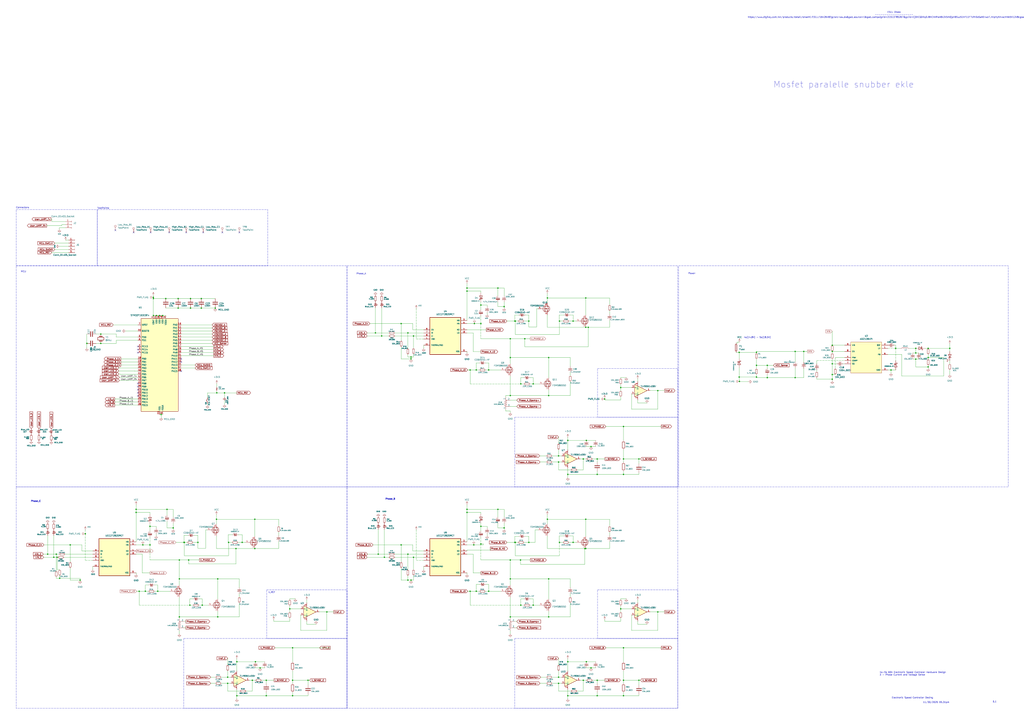
<source format=kicad_sch>
(kicad_sch (version 20250114) (generator "eeschema") (generator_version "9.0")
  (paper "A1")
  (rectangle (start 490.728 484.632) (end 556.768 524.764) (stroke (width 0) (type dash)))
  (rectangle (start 218.948 484.632) (end 284.988 524.764) (stroke (width 0) (type dash)))
  (rectangle (start 422.656 342.9) (end 556.768 400.304) (stroke (width 0) (type dash)))
  (rectangle (start 13.208 172.212) (end 80.01 218.44) (stroke (width 0) (type dash)))
  (rectangle (start 150.876 524.764) (end 284.988 582.168) (stroke (width 0) (type dash)))
  (rectangle (start 80.01 172.212) (end 219.964 218.44) (stroke (width 0) (type dash)))
  (rectangle (start 13.208 218.44) (end 284.988 400.304) (stroke (width 0) (type dash)))
  (rectangle (start 490.728 302.768) (end 556.768 342.9) (stroke (width 0) (type dash)))
  (rectangle (start 13.208 400.304) (end 284.988 582.168) (stroke (width 0) (type dash)))
  (rectangle (start 422.656 524.764) (end 556.768 582.168) (stroke (width 0) (type dash)))
  (rectangle (start 284.988 218.44) (end 556.768 400.304) (stroke (width 0) (type dash)))
  (rectangle (start 557.276 218.44) (end 828.04 400.304) (stroke (width 0) (type dash)))
  (rectangle (start 284.988 400.304) (end 556.768 582.168) (stroke (width 0) (type dash)))
  (text "Connectors\n" (at 18.542 170.688 0) (effects (font (size 1.27 1.27))))
  (text "ES1J Diode\n--------------------\nhttps://www.digikey.com/en/products/detail/onsemi/ES1J/1642648?gclsrc=aw.ds&gad_source=1&gad_campaignid=21513785267&gclid=Cj0KCQiAiqDJBhCXARIsABk2kSm0jpXBSuzS1hF11F7cRrDoSaNErwo7_hVpHyNXxschNW5K12k8cgoaApRtEALw_wcB\n" (at 734.314 12.192 0) (effects (font (size 1.27 1.27))))
  (text "TestPoints\n" (at 84.836 171.196 0) (effects (font (size 1.27 1.27))))
  (text "4s-5s 60A Electronic Speed Controler Hardware Design\n3 - Phase Current and Voltage Sense \n" (at 722.376 553.72 0) (effects (font (size 1.27 1.27)) (justify left)))
  (text "Power\n" (at 568.198 224.79 0) (effects (font (size 1.27 1.27))))
  (text "Phase_A\n" (at 296.672 225.044 0) (effects (font (size 1.27 1.27))))
  (text "4s(14.8V) - 5s(18.5V)" (at 622.046 277.368 0) (effects (font (size 1.27 1.27))))
  (text "11/30/2025 05.31pm \n" (at 769.366 577.342 0) (effects (font (size 1.27 1.27))))
  (text "Mosfet paralelle snubber ekle" (at 692.912 69.596 0) (effects (font (size 5.08 5.08))))
  (text "Electronic Speed Controller Desing \n" (at 749.808 573.532 0) (effects (font (size 1.27 1.27))))
  (text "0.1\n\n" (at 816.864 577.85 0) (effects (font (size 1.27 1.27))))
  (text "V_REF" (at 223.266 486.918 0) (effects (font (size 1.27 1.27))))
  (text "MCU\n" (at 19.304 223.266 0) (effects (font (size 1.27 1.27))))
  (text "Phase_C\n" (at 29.464 411.988 0) (effects (font (size 1.27 1.27) (thickness 0.254) (bold yes))))
  (text "Phase_B\n\n" (at 320.548 411.226 0) (effects (font (size 1.27 1.27) (thickness 0.254) (bold yes))))
  (junction (at 470.662 263.906))
  (junction (at 450.596 506.984))
  (junction (at 524.764 377.19))
  (junction (at 313.436 276.098))
  (junction (at 177.8 426.72))
  (junction (at 315.722 457.962))
  (junction (at 423.164 263.906))
  (junction (at 512.064 350.52))
  (junction (at 653.034 310.388))
  (junction (at 434.34 263.906))
  (junction (at 512.064 532.384))
  (junction (at 131.064 259.334))
  (junction (at 125.984 244.348))
  (junction (at 512.064 571.754))
  (junction (at 466.344 389.89))
  (junction (at 123.19 447.802))
  (junction (at 213.614 548.894))
  (junction (at 490.474 571.754))
  (junction (at 481.584 361.95))
  (junction (at 422.91 445.77))
  (junction (at 240.284 559.054))
  (junction (at 762.254 293.878))
  (junction (at 481.584 543.814))
  (junction (at 125.984 259.334))
  (junction (at 419.1 506.984))
  (junction (at 151.13 445.77))
  (junction (at 310.642 455.422))
  (junction (at 607.06 309.88))
  (junction (at 147.32 475.742))
  (junction (at 419.1 278.384))
  (junction (at 621.284 289.56))
  (junction (at 731.774 304.038))
  (junction (at 209.296 450.85))
  (junction (at 458.724 379.73))
  (junction (at 82.804 282.194))
  (junction (at 459.486 445.77))
  (junction (at 683.514 288.798))
  (junction (at 509.778 318.516))
  (junction (at 683.514 283.718))
  (junction (at 660.146 288.798))
  (junction (at 111.76 418.592))
  (junction (at 209.296 426.72))
  (junction (at 490.474 559.054))
  (junction (at 146.304 253.238))
  (junction (at 329.438 447.802))
  (junction (at 187.706 445.77))
  (junction (at 394.97 265.938))
  (junction (at 401.32 304.038))
  (junction (at 607.06 289.56))
  (junction (at 165.354 253.238))
  (junction (at 437.896 497.332))
  (junction (at 512.064 559.054))
  (junction (at 423.164 445.77))
  (junction (at 146.304 245.364))
  (junction (at 427.736 315.468))
  (junction (at 154.94 460.248))
  (junction (at 466.344 361.95))
  (junction (at 335.026 273.558))
  (junction (at 431.038 278.384))
  (junction (at 339.598 276.098))
  (junction (at 142.24 433.832))
  (junction (at 194.564 543.814))
  (junction (at 434.34 445.77))
  (junction (at 458.724 561.594))
  (junction (at 339.598 457.962))
  (junction (at 408.94 236.728))
  (junction (at 394.97 250.698))
  (junction (at 49.022 475.234))
  (junction (at 481.076 426.72))
  (junction (at 65.786 476.758))
  (junction (at 683.514 311.658))
  (junction (at 419.1 293.878))
  (junction (at 450.596 325.12))
  (junction (at 39.116 455.422))
  (junction (at 449.58 244.856))
  (junction (at 414.02 251.968))
  (junction (at 481.076 268.986))
  (junction (at 780.034 286.258))
  (junction (at 194.564 571.754))
  (junction (at 389.128 447.802))
  (junction (at 178.816 506.984))
  (junction (at 509.778 500.38))
  (junction (at 119.38 485.902))
  (junction (at 386.08 485.902))
  (junction (at 193.802 450.85))
  (junction (at 218.694 571.754))
  (junction (at 155.956 497.332))
  (junction (at 540.258 502.92))
  (junction (at 383.54 236.728))
  (junction (at 683.514 307.848))
  (junction (at 389.636 265.938))
  (junction (at 524.764 559.054))
  (junction (at 414.02 433.832))
  (junction (at 156.464 245.364))
  (junction (at 394.97 432.562))
  (junction (at 186.944 556.514))
  (junction (at 540.258 321.056))
  (junction (at 335.026 455.422))
  (junction (at 621.284 300.228))
  (junction (at 481.076 244.856))
  (junction (at 57.658 447.802))
  (junction (at 176.784 253.238))
  (junction (at 383.54 418.592))
  (junction (at 198.882 445.77))
  (junction (at 483.108 268.986))
  (junction (at 151.384 445.77))
  (junction (at 479.044 377.19))
  (junction (at 394.97 447.04))
  (junction (at 337.566 476.758))
  (junction (at 470.662 445.77))
  (junction (at 114.3 485.902))
  (junction (at 466.344 571.754))
  (junction (at 450.596 475.742))
  (junction (at 391.16 304.038))
  (junction (at 166.116 497.332))
  (junction (at 427.736 497.332))
  (junction (at 752.094 290.068))
  (junction (at 132.334 340.614))
  (junction (at 137.16 418.592))
  (junction (at 125.984 245.364))
  (junction (at 129.54 485.902))
  (junction (at 735.584 286.258))
  (junction (at 156.464 253.238))
  (junction (at 752.094 286.258))
  (junction (at 391.16 485.902))
  (junction (at 490.474 389.89))
  (junction (at 128.524 259.334))
  (junction (at 419.1 475.742))
  (junction (at 383.54 239.268))
  (junction (at 133.604 259.334))
  (junction (at 419.1 325.12))
  (junction (at 337.566 293.37))
  (junction (at 147.32 506.984))
  (junction (at 240.284 571.754))
  (junction (at 437.896 315.468))
  (junction (at 237.998 500.38))
  (junction (at 621.284 309.88))
  (junction (at 44.196 457.962))
  (junction (at 479.044 559.054))
  (junction (at 111.76 421.132))
  (junction (at 496.57 327.914))
  (junction (at 165.354 245.364))
  (junction (at 490.474 377.19))
  (junction (at 136.144 245.364))
  (junction (at 207.264 559.054))
  (junction (at 459.486 263.906))
  (junction (at 117.348 447.802))
  (junction (at 422.91 263.906))
  (junction (at 46.99 457.962))
  (junction (at 481.076 450.85))
  (junction (at 419.1 460.248))
  (junction (at 383.54 421.132))
  (junction (at 82.804 274.574))
  (junction (at 485.394 367.03))
  (junction (at 329.438 265.938))
  (junction (at 162.56 445.77))
  (junction (at 485.394 548.894))
  (junction (at 147.32 460.248))
  (junction (at 683.514 298.958))
  (junction (at 630.174 310.388))
  (junction (at 408.94 418.592))
  (junction (at 512.064 389.89))
  (junction (at 335.026 476.758))
  (junction (at 184.404 322.834))
  (junction (at 240.284 532.384))
  (junction (at 458.724 374.65))
  (junction (at 178.054 322.834))
  (junction (at 123.19 432.562))
  (junction (at 752.094 295.148))
  (junction (at 450.596 293.878))
  (junction (at 178.816 475.742))
  (junction (at 762.254 301.498))
  (junction (at 70.104 438.658))
  (junction (at 480.314 450.85))
  (junction (at 268.478 502.92))
  (junction (at 337.566 294.894))
  (junction (at 46.228 455.422))
  (junction (at 449.58 426.72))
  (junction (at 512.064 377.19))
  (junction (at 252.984 559.054))
  (junction (at 607.314 313.436))
  (junction (at 218.694 559.054))
  (junction (at 71.374 282.194))
  (junction (at 401.32 485.902))
  (junction (at 186.944 561.594))
  (junction (at 427.482 460.248))
  (junction (at 630.174 300.228))
  (junction (at 458.724 556.514))
  (junction (at 308.356 273.558))
  (junction (at 653.034 288.798))
  (junction (at 762.254 286.258))
  (junction (at 386.08 304.038))
  (junction (at 209.804 543.814))
  (junction (at 466.344 543.814))
  (no_connect (at 113.284 317.754))
  (no_connect (at 113.284 320.294))
  (no_connect (at 148.844 294.894))
  (no_connect (at 166.878 191.008))
  (no_connect (at 152.908 191.008))
  (no_connect (at 113.284 322.834))
  (no_connect (at 113.284 289.814))
  (no_connect (at 196.596 191.008))
  (no_connect (at 148.844 305.054))
  (no_connect (at 113.284 287.274))
  (no_connect (at 113.284 315.214))
  (no_connect (at 113.284 284.734))
  (no_connect (at 113.284 325.374))
  (no_connect (at 109.728 191.008))
  (no_connect (at 138.938 191.008))
  (no_connect (at 182.626 191.008))
  (no_connect (at 94.742 189.23))
  (no_connect (at 123.698 191.008))
  (no_connect (at 148.844 297.434))
  (wire (pts (xy 686.054 293.878) (xy 686.054 302.768)) (stroke (width 0) (type dash)))
  (wire (pts (xy 129.54 485.902) (xy 139.7 485.902)))
  (wire (pts (xy 177.8 422.91) (xy 177.8 426.72)))
  (wire (pts (xy 523.748 331.216) (xy 523.748 328.676)))
  (wire (pts (xy 246.888 500.38) (xy 237.998 500.38)))
  (wire (pts (xy 78.994 274.574) (xy 82.804 274.574)))
  (wire (pts (xy 729.234 291.338) (xy 740.664 291.338)))
  (wire (pts (xy 347.98 465.582) (xy 347.98 468.122)))
  (wire (pts (xy 397.002 447.802) (xy 397.002 447.04)))
  (wire (pts (xy 123.19 441.452) (xy 123.19 447.802)) (stroke (width 0) (type dash)))
  (wire (pts (xy 440.69 253.746) (xy 441.96 253.746)))
  (wire (pts (xy 339.09 271.018) (xy 347.98 271.018)))
  (wire (pts (xy 397.002 447.04) (xy 394.97 447.04)))
  (wire (pts (xy 193.802 450.85) (xy 209.296 450.85)))
  (wire (pts (xy 383.54 239.268) (xy 394.97 239.268)))
  (wire (pts (xy 459.232 440.436) (xy 459.232 445.77)))
  (wire (pts (xy 148.844 282.194) (xy 174.244 282.194)))
  (wire (pts (xy 481.584 548.894) (xy 485.394 548.894)))
  (wire (pts (xy 132.334 340.614) (xy 132.334 343.154)))
  (wire (pts (xy 435.356 492.252) (xy 437.896 492.252)))
  (wire (pts (xy 479.044 386.08) (xy 473.964 386.08)))
  (wire (pts (xy 194.564 571.754) (xy 194.564 574.294)))
  (wire (pts (xy 252.984 559.054) (xy 254.254 559.054)))
  (wire (pts (xy 148.844 277.114) (xy 174.244 277.114)))
  (wire (pts (xy 762.254 302.768) (xy 762.254 301.498)))
  (wire (pts (xy 400.05 433.832) (xy 400.05 432.562)))
  (wire (pts (xy 335.026 273.558) (xy 347.98 273.558)))
  (wire (pts (xy 315.722 457.962) (xy 319.278 457.962)))
  (wire (pts (xy 99.314 299.974) (xy 113.284 299.974)))
  (wire (pts (xy 512.064 551.434) (xy 512.064 559.054)))
  (wire (pts (xy 184.404 322.834) (xy 184.404 326.644)))
  (wire (pts (xy 408.94 236.728) (xy 414.02 236.728)))
  (wire (pts (xy 178.816 475.742) (xy 196.596 475.742)))
  (wire (pts (xy 194.564 543.814) (xy 194.564 551.434)))
  (wire (pts (xy 459.486 263.906) (xy 459.232 263.906)))
  (wire (pts (xy 209.296 426.72) (xy 209.296 440.69)))
  (wire (pts (xy 240.284 559.054) (xy 252.984 559.054)))
  (wire (pts (xy 415.29 336.55) (xy 415.29 337.82)))
  (wire (pts (xy 337.566 294.894) (xy 337.566 295.148)))
  (wire (pts (xy 207.264 567.944) (xy 202.184 567.944)))
  (wire (pts (xy 329.438 447.802) (xy 329.438 461.772)))
  (wire (pts (xy 125.984 245.364) (xy 125.984 259.334)))
  (wire (pts (xy 246.888 518.16) (xy 246.888 505.46)))
  (wire (pts (xy 186.944 541.02) (xy 186.944 546.354)))
  (wire (pts (xy 467.36 263.906) (xy 470.662 263.906)))
  (wire (pts (xy 383.54 232.918) (xy 383.54 236.728)))
  (wire (pts (xy 419.1 293.878) (xy 450.596 293.878)))
  (wire (pts (xy 225.806 532.384) (xy 240.284 532.384)))
  (wire (pts (xy 468.376 495.554) (xy 468.376 506.984)))
  (wire (pts (xy 111.76 421.132) (xy 123.19 421.132)))
  (wire (pts (xy 148.844 302.514) (xy 160.274 302.514)))
  (wire (pts (xy 98.044 312.674) (xy 113.284 312.674)))
  (wire (pts (xy 218.694 559.054) (xy 225.044 559.054)))
  (wire (pts (xy 339.09 452.882) (xy 347.98 452.882)))
  (wire (pts (xy 339.09 447.802) (xy 339.09 452.882)))
  (wire (pts (xy 209.296 450.85) (xy 228.854 450.85)))
  (wire (pts (xy 177.8 450.85) (xy 193.802 450.85)))
  (wire (pts (xy 186.944 561.594) (xy 189.484 561.594)))
  (wire (pts (xy 458.724 561.594) (xy 461.264 561.594)))
  (wire (pts (xy 335.026 286.258) (xy 335.026 273.558)))
  (wire (pts (xy 329.438 284.988) (xy 329.438 294.894)))
  (wire (pts (xy 470.662 440.436) (xy 470.662 445.77)))
  (wire (pts (xy 509.778 502.92) (xy 509.778 500.38)))
  (wire (pts (xy 155.956 497.332) (xy 158.496 497.332)))
  (wire (pts (xy 402.59 452.12) (xy 383.54 452.12)))
  (wire (pts (xy 419.1 460.248) (xy 427.482 460.248)))
  (wire (pts (xy 762.254 293.878) (xy 762.254 295.148)))
  (wire (pts (xy 496.57 328.676) (xy 509.778 328.676)))
  (wire (pts (xy 450.596 293.878) (xy 450.596 310.388)))
  (wire (pts (xy 458.724 374.65) (xy 461.264 374.65)))
  (wire (pts (xy 500.634 244.856) (xy 500.634 250.444)))
  (wire (pts (xy 252.984 571.754) (xy 252.984 570.484)))
  (wire (pts (xy 400.05 432.562) (xy 394.97 432.562)))
  (wire (pts (xy 341.884 460.502) (xy 347.98 460.502)) (stroke (width 0) (type dash)))
  (wire (pts (xy 435.356 310.388) (xy 437.896 310.388)))
  (wire (pts (xy 127 485.902) (xy 129.54 485.902)))
  (wire (pts (xy 400.05 251.968) (xy 400.05 250.698)))
  (wire (pts (xy 347.98 283.718) (xy 347.98 286.258)))
  (wire (pts (xy 435.356 497.332) (xy 437.896 497.332)))
  (wire (pts (xy 683.514 298.958) (xy 683.514 307.848)))
  (wire (pts (xy 128.27 438.912) (xy 128.27 440.182)))
  (wire (pts (xy 268.478 518.16) (xy 246.888 518.16)))
  (wire (pts (xy 408.94 430.022) (xy 408.94 433.832)))
  (wire (pts (xy 335.026 455.422) (xy 347.98 455.422)))
  (wire (pts (xy 449.58 241.046) (xy 449.58 244.856)))
  (wire (pts (xy 759.714 286.258) (xy 762.254 286.258)))
  (wire (pts (xy 95.504 277.114) (xy 95.504 274.574)))
  (wire (pts (xy 439.42 435.61) (xy 441.96 435.61)))
  (wire (pts (xy 486.664 559.054) (xy 490.474 559.054)))
  (wire (pts (xy 136.144 253.238) (xy 146.304 253.238)))
  (wire (pts (xy 621.284 295.148) (xy 621.284 300.228)))
  (wire (pts (xy 156.464 253.238) (xy 165.354 253.238)))
  (wire (pts (xy 512.064 532.384) (xy 543.052 532.384)))
  (wire (pts (xy 98.044 310.134) (xy 113.284 310.134)))
  (wire (pts (xy 416.306 263.906) (xy 422.91 263.906)))
  (wire (pts (xy 187.706 445.77) (xy 187.452 445.77)))
  (wire (pts (xy 168.91 435.61) (xy 170.18 435.61)))
  (wire (pts (xy 497.586 532.384) (xy 512.064 532.384)))
  (wire (pts (xy 391.16 298.196) (xy 393.7 298.196)))
  (wire (pts (xy 653.034 297.434) (xy 653.034 288.798)))
  (wire (pts (xy 683.514 288.798) (xy 693.674 288.798)))
  (wire (pts (xy 335.026 293.37) (xy 335.026 291.338)))
  (wire (pts (xy 394.97 447.04) (xy 394.97 460.248)) (stroke (width 0) (type dash)))
  (wire (pts (xy 339.09 265.938) (xy 339.09 271.018)))
  (wire (pts (xy 177.8 426.72) (xy 209.296 426.72)))
  (wire (pts (xy 337.566 476.758) (xy 339.598 476.758)))
  (wire (pts (xy 391.16 298.196) (xy 391.16 304.038)))
  (wire (pts (xy 151.13 510.794) (xy 152.654 510.794)))
  (wire (pts (xy 178.054 315.214) (xy 178.054 317.754)))
  (wire (pts (xy 607.06 302.26) (xy 607.06 309.88)))
  (wire (pts (xy 408.94 418.592) (xy 414.02 418.592)))
  (wire (pts (xy 468.122 440.436) (xy 470.662 440.436)))
  (wire (pts (xy 466.344 541.274) (xy 466.344 543.814)))
  (wire (pts (xy 468.884 567.944) (xy 458.724 567.944)))
  (wire (pts (xy 512.064 369.57) (xy 512.064 377.19)))
  (wire (pts (xy 383.54 470.662) (xy 383.54 471.932)))
  (wire (pts (xy 512.064 559.054) (xy 512.064 561.594)))
  (wire (pts (xy 459.486 445.77) (xy 462.28 445.77)))
  (wire (pts (xy 400.05 257.048) (xy 400.05 258.318)))
  (wire (pts (xy 383.54 288.798) (xy 383.54 290.068)))
  (wire (pts (xy 621.284 309.88) (xy 621.284 310.388)))
  (wire (pts (xy 621.284 289.56) (xy 621.284 290.068)))
  (wire (pts (xy 181.864 561.594) (xy 186.944 561.594)))
  (wire (pts (xy 468.376 475.742) (xy 468.376 482.854)))
  (wire (pts (xy 453.644 561.594) (xy 458.724 561.594)))
  (wire (pts (xy 683.514 272.288) (xy 683.514 283.718)))
  (wire (pts (xy 496.57 510.54) (xy 509.778 510.54)))
  (wire (pts (xy 42.418 207.518) (xy 56.388 207.518)))
  (wire (pts (xy 621.284 300.228) (xy 621.284 302.768)))
  (wire (pts (xy 324.358 457.962) (xy 339.598 457.962)))
  (wire (pts (xy 195.834 439.42) (xy 198.882 439.42)))
  (wire (pts (xy 518.668 336.296) (xy 518.668 323.596)))
  (wire (pts (xy 466.344 359.41) (xy 466.344 361.95)))
  (wire (pts (xy 670.814 304.038) (xy 670.814 305.308)))
  (wire (pts (xy 458.724 386.08) (xy 458.724 379.73)))
  (wire (pts (xy 46.228 469.138) (xy 46.228 455.422)))
  (wire (pts (xy 419.1 309.118) (xy 419.1 325.12)))
  (wire (pts (xy 42.672 182.118) (xy 53.848 182.118)))
  (wire (pts (xy 111.76 447.802) (xy 117.348 447.802)))
  (wire (pts (xy 50.8 185.42) (xy 50.8 184.658)))
  (wire (pts (xy 218.694 559.054) (xy 218.694 561.594)))
  (wire (pts (xy 398.78 298.196) (xy 401.32 298.196)))
  (wire (pts (xy 422.91 515.874) (xy 424.434 515.874)))
  (wire (pts (xy 46.99 468.122) (xy 49.022 468.122)))
  (wire (pts (xy 653.034 302.514) (xy 653.034 310.388)))
  (wire (pts (xy 774.954 309.118) (xy 774.954 293.878)))
  (wire (pts (xy 735.584 283.718) (xy 735.584 286.258)))
  (wire (pts (xy 427.482 460.248) (xy 435.61 460.248)))
  (wire (pts (xy 416.306 445.77) (xy 422.91 445.77)))
  (wire (pts (xy 523.748 513.08) (xy 523.748 510.54)))
  (wire (pts (xy 178.054 321.564) (xy 178.054 322.834)))
  (wire (pts (xy 151.384 456.692) (xy 151.384 445.77)))
  (wire (pts (xy 481.584 543.814) (xy 489.204 543.814)))
  (wire (pts (xy 450.596 325.12) (xy 419.1 325.12)))
  (wire (pts (xy 57.658 466.852) (xy 57.658 476.758)))
  (wire (pts (xy 57.658 447.802) (xy 67.31 447.802)))
  (wire (pts (xy 123.19 421.132) (xy 123.19 422.656)))
  (wire (pts (xy 172.974 556.514) (xy 176.784 556.514)))
  (wire (pts (xy 341.884 253.492) (xy 341.884 278.638)) (stroke (width 0) (type dash)))
  (wire (pts (xy 740.664 309.118) (xy 774.954 309.118)))
  (wire (pts (xy 500.634 445.008) (xy 500.634 450.85)))
  (wire (pts (xy 148.844 274.574) (xy 174.244 274.574)))
  (wire (pts (xy 443.484 561.594) (xy 448.564 561.594)))
  (wire (pts (xy 540.258 321.056) (xy 540.258 336.296)))
  (wire (pts (xy 423.164 263.906) (xy 425.45 263.906)))
  (wire (pts (xy 193.802 463.55) (xy 154.94 463.55)))
  (wire (pts (xy 128.27 432.562) (xy 123.19 432.562)))
  (wire (pts (xy 398.78 304.038) (xy 401.32 304.038)))
  (wire (pts (xy 509.778 500.38) (xy 509.778 497.84)))
  (wire (pts (xy 670.814 296.418) (xy 693.674 296.418)) (stroke (width 0) (type dash)))
  (wire (pts (xy 512.064 571.754) (xy 524.764 571.754)))
  (wire (pts (xy 427.736 310.388) (xy 427.736 315.468)))
  (wire (pts (xy 111.76 421.132) (xy 111.76 445.262)))
  (wire (pts (xy 111.76 414.782) (xy 111.76 418.592)))
  (wire (pts (xy 414.02 251.968) (xy 414.02 253.238)))
  (wire (pts (xy 408.94 236.728) (xy 408.94 243.078)))
  (wire (pts (xy 683.514 307.848) (xy 686.054 307.848)))
  (wire (pts (xy 268.478 502.92) (xy 274.066 502.92)))
  (wire (pts (xy 437.896 310.388) (xy 437.896 315.468)))
  (wire (pts (xy 383.54 271.018) (xy 399.288 271.018)))
  (wire (pts (xy 240.284 532.384) (xy 240.284 543.814)))
  (wire (pts (xy 621.284 300.228) (xy 630.174 300.228)))
  (wire (pts (xy 419.1 278.384) (xy 419.1 293.878)))
  (wire (pts (xy 607.06 309.88) (xy 621.284 309.88)))
  (wire (pts (xy 337.566 476.758) (xy 337.566 477.012)))
  (wire (pts (xy 251.968 493.014) (xy 251.968 495.3)))
  (wire (pts (xy 468.884 386.08) (xy 458.724 386.08)))
  (wire (pts (xy 419.1 490.982) (xy 419.1 506.984)))
  (wire (pts (xy 151.13 445.77) (xy 151.384 445.77)))
  (wire (pts (xy 196.596 487.934) (xy 196.596 490.474)))
  (wire (pts (xy 419.1 475.742) (xy 450.596 475.742)))
  (wire (pts (xy 147.32 475.742) (xy 147.32 480.822)))
  (wire (pts (xy 119.38 480.822) (xy 121.92 480.822)))
  (wire (pts (xy 414.02 418.592) (xy 414.02 424.942)))
  (wire (pts (xy 483.108 284.988) (xy 431.038 284.988)))
  (wire (pts (xy 431.038 278.384) (xy 435.61 278.384)))
  (wire (pts (xy 394.97 460.248) (xy 419.1 460.248)))
  (wire (pts (xy 479.044 567.944) (xy 473.964 567.944)))
  (wire (pts (xy 605.79 281.178) (xy 607.314 281.178)))
  (wire (pts (xy 329.438 294.894) (xy 337.566 294.894)))
  (wire (pts (xy 46.99 457.962) (xy 46.99 468.122)))
  (wire (pts (xy 94.234 327.914) (xy 113.284 327.914)))
  (wire (pts (xy 131.064 259.334) (xy 133.604 259.334)))
  (wire (pts (xy 142.24 430.022) (xy 142.24 433.832)))
  (wire (pts (xy 388.62 273.558) (xy 388.62 289.052)))
  (wire (pts (xy 39.116 440.182) (xy 39.116 455.422)))
  (wire (pts (xy 148.844 284.734) (xy 175.514 284.734)))
  (wire (pts (xy 35.814 457.962) (xy 44.196 457.962)))
  (wire (pts (xy 237.998 502.92) (xy 237.998 500.38)))
  (wire (pts (xy 178.054 322.834) (xy 184.404 322.834)))
  (wire (pts (xy 512.064 532.384) (xy 512.064 543.814)))
  (wire (pts (xy 97.536 304.8) (xy 110.744 304.8)))
  (wire (pts (xy 259.588 513.08) (xy 251.968 513.08)))
  (wire (pts (xy 391.16 304.038) (xy 393.7 304.038)))
  (wire (pts (xy 162.56 450.596) (xy 162.56 445.77)))
  (wire (pts (xy 308.356 252.984) (xy 308.356 273.558)))
  (wire (pts (xy 479.044 559.054) (xy 481.584 559.054)))
  (wire (pts (xy 184.404 332.359) (xy 184.404 329.184)))
  (wire (pts (xy 155.956 492.252) (xy 158.496 492.252)))
  (wire (pts (xy 524.764 559.054) (xy 526.034 559.054)))
  (wire (pts (xy 524.764 559.054) (xy 524.764 562.864)))
  (wire (pts (xy 114.3 497.332) (xy 155.956 497.332)) (stroke (width 0) (type dash)))
  (wire (pts (xy 394.97 430.022) (xy 394.97 432.562)))
  (wire (pts (xy 434.34 445.77) (xy 439.42 445.77)))
  (wire (pts (xy 301.498 273.558) (xy 308.356 273.558)))
  (wire (pts (xy 57.658 447.802) (xy 57.658 461.772)))
  (wire (pts (xy 419.1 334.01) (xy 424.434 334.01)))
  (wire (pts (xy 762.254 286.258) (xy 780.034 286.258)))
  (wire (pts (xy 137.16 428.498) (xy 137.16 433.832)))
  (wire (pts (xy 459.486 445.77) (xy 459.232 445.77)))
  (wire (pts (xy 523.748 311.15) (xy 523.748 313.436)))
  (wire (pts (xy 423.164 445.77) (xy 425.45 445.77)))
  (wire (pts (xy 65.786 475.234) (xy 65.786 476.758)))
  (wire (pts (xy 422.91 258.826) (xy 422.91 263.906)))
  (wire (pts (xy 531.368 513.08) (xy 523.748 513.08)))
  (wire (pts (xy 70.104 438.658) (xy 70.104 460.502)) (stroke (width 0) (type dash)))
  (wire (pts (xy 383.54 239.268) (xy 383.54 263.398)))
  (wire (pts (xy 490.474 559.054) (xy 496.824 559.054)))
  (wire (pts (xy 99.314 297.434) (xy 113.284 297.434)))
  (wire (pts (xy 479.044 377.19) (xy 481.584 377.19)))
  (wire (pts (xy 394.97 441.452) (xy 394.97 447.04)) (stroke (width 0) (type dash)))
  (wire (pts (xy 341.884 435.356) (xy 341.884 460.502)) (stroke (width 0) (type dash)))
  (wire (pts (xy 419.1 506.984) (xy 419.1 508.254)))
  (wire (pts (xy 240.284 569.214) (xy 240.284 571.754)))
  (wire (pts (xy 531.368 331.216) (xy 523.748 331.216)))
  (wire (pts (xy 427.736 315.468) (xy 430.276 315.468)))
  (wire (pts (xy 119.38 480.822) (xy 119.38 485.902)))
  (wire (pts (xy 496.57 509.27) (xy 496.57 510.54)))
  (wire (pts (xy 427.736 497.332) (xy 430.276 497.332)))
  (wire (pts (xy 621.284 310.388) (xy 630.174 310.388)))
  (wire (pts (xy 483.108 268.986) (xy 500.634 268.986)))
  (wire (pts (xy 147.32 475.742) (xy 178.816 475.742)))
  (wire (pts (xy 439.42 435.61) (xy 439.42 445.77)))
  (wire (pts (xy 252.984 559.054) (xy 252.984 562.864)))
  (wire (pts (xy 660.146 288.798) (xy 663.194 288.798)))
  (wire (pts (xy 391.16 480.314) (xy 393.954 480.314)))
  (wire (pts (xy 162.56 450.596) (xy 168.91 450.596)))
  (wire (pts (xy 422.91 263.906) (xy 423.164 263.906)))
  (wire (pts (xy 518.668 500.38) (xy 509.778 500.38)))
  (wire (pts (xy 480.314 450.85) (xy 480.314 463.804)))
  (wire (pts (xy 301.752 455.422) (xy 310.642 455.422)))
  (wire (pts (xy 159.512 439.928) (xy 162.56 439.928)))
  (wire (pts (xy 170.434 331.724) (xy 170.434 332.994)))
  (wire (pts (xy 449.58 450.85) (xy 480.314 450.85)))
  (wire (pts (xy 434.34 268.732) (xy 440.69 268.732)))
  (wire (pts (xy 176.784 253.238) (xy 176.784 252.984)))
  (wire (pts (xy 450.596 325.12) (xy 450.596 320.548)))
  (wire (pts (xy 607.06 289.56) (xy 621.284 289.56)))
  (wire (pts (xy 142.24 418.592) (xy 142.24 424.942)))
  (wire (pts (xy 237.998 510.54) (xy 237.998 508)))
  (wire (pts (xy 137.16 418.592) (xy 142.24 418.592)))
  (wire (pts (xy 44.958 204.978) (xy 56.388 204.978)))
  (wire (pts (xy 337.566 293.37) (xy 337.566 294.894)))
  (wire (pts (xy 70.104 435.356) (xy 70.104 438.658)) (stroke (width 0) (type dash)))
  (wire (pts (xy 450.596 506.984) (xy 419.1 506.984)))
  (wire (pts (xy 399.034 480.314) (xy 401.32 480.314)))
  (wire (pts (xy 459.232 258.826) (xy 459.232 263.906)))
  (wire (pts (xy 329.438 265.938) (xy 329.438 279.908)))
  (wire (pts (xy 500.634 263.144) (xy 500.634 268.986)))
  (wire (pts (xy 458.724 359.156) (xy 458.724 364.49)))
  (wire (pts (xy 670.814 311.658) (xy 683.514 311.658)))
  (wire (pts (xy 53.594 455.422) (xy 76.2 455.422)))
  (wire (pts (xy 50.8 184.658) (xy 53.848 184.658)))
  (wire (pts (xy 301.498 276.098) (xy 313.436 276.098)))
  (wire (pts (xy 653.034 310.388) (xy 660.146 310.388)))
  (wire (pts (xy 111.76 418.592) (xy 111.76 421.132)))
  (wire (pts (xy 607.06 309.88) (xy 607.06 313.436)))
  (wire (pts (xy 116.84 470.916) (xy 123.19 470.916)))
  (wire (pts (xy 450.596 475.742) (xy 450.596 492.252)))
  (wire (pts (xy 467.36 445.77) (xy 470.662 445.77)))
  (wire (pts (xy 49.022 475.234) (xy 65.786 475.234)))
  (wire (pts (xy 402.59 450.85) (xy 402.59 452.12)))
  (wire (pts (xy 187.706 456.692) (xy 151.384 456.692)))
  (wire (pts (xy 485.394 367.03) (xy 489.204 367.03)))
  (wire (pts (xy 98.298 302.514) (xy 98.298 302.26)))
  (wire (pts (xy 113.284 277.114) (xy 95.504 277.114)))
  (wire (pts (xy 524.764 571.754) (xy 524.764 570.484)))
  (wire (pts (xy 125.984 259.334) (xy 128.524 259.334)))
  (wire (pts (xy 394.97 432.562) (xy 394.97 436.372)))
  (wire (pts (xy 450.596 293.878) (xy 468.376 293.878)))
  (wire (pts (xy 184.404 322.834) (xy 194.564 322.834)))
  (wire (pts (xy 146.304 245.364) (xy 156.464 245.364)))
  (wire (pts (xy 401.32 298.196) (xy 401.32 304.038)))
  (wire (pts (xy 113.284 302.514) (xy 98.298 302.514)))
  (wire (pts (xy 71.374 274.574) (xy 71.374 282.194)))
  (wire (pts (xy 540.258 518.16) (xy 518.668 518.16)))
  (wire (pts (xy 490.474 571.754) (xy 466.344 571.754)))
  (wire (pts (xy 103.124 272.034) (xy 113.284 272.034)))
  (wire (pts (xy 427.736 492.252) (xy 427.736 497.332)))
  (wire (pts (xy 228.854 437.388) (xy 228.854 439.928)))
  (wire (pts (xy 630.174 300.228) (xy 630.174 302.768)))
  (wire (pts (xy 388.62 273.558) (xy 383.54 273.558)))
  (wire (pts (xy 621.284 288.798) (xy 653.034 288.798)))
  (wire (pts (xy 148.844 292.354) (xy 175.514 292.354)))
  (wire (pts (xy 324.358 273.558) (xy 335.026 273.558)))
  (wire (pts (xy 97.536 307.34) (xy 98.552 307.34)))
  (wire (pts (xy 512.064 350.52) (xy 512.064 361.95)))
  (wire (pts (xy 142.24 433.832) (xy 142.24 435.102)))
  (wire (pts (xy 468.376 313.69) (xy 468.376 325.12)))
  (wire (pts (xy 228.854 426.72) (xy 228.854 432.308)))
  (wire (pts (xy 237.998 491.998) (xy 237.998 492.76)))
  (wire (pts (xy 466.344 384.81) (xy 466.344 389.89)))
  (wire (pts (xy 683.514 298.958) (xy 687.324 298.958)))
  (wire (pts (xy 67.31 447.802) (xy 67.31 452.882)))
  (wire (pts (xy 383.54 418.592) (xy 408.94 418.592)))
  (wire (pts (xy 450.596 475.742) (xy 468.376 475.742)))
  (wire (pts (xy 35.56 455.422) (xy 39.116 455.422)))
  (wire (pts (xy 509.778 310.134) (xy 509.778 310.896)))
  (wire (pts (xy 394.97 265.938) (xy 394.97 278.384)) (stroke (width 0) (type dash)))
  (wire (pts (xy 251.968 513.08) (xy 251.968 510.54)))
  (wire (pts (xy 512.064 377.19) (xy 524.764 377.19)))
  (wire (pts (xy 128.524 259.334) (xy 131.064 259.334)))
  (wire (pts (xy 386.08 315.468) (xy 427.736 315.468)) (stroke (width 0) (type dash)))
  (wire (pts (xy 78.994 282.194) (xy 82.804 282.194)))
  (wire (pts (xy 240.284 551.434) (xy 240.284 559.054)))
  (wire (pts (xy 154.94 460.248) (xy 163.83 460.248)))
  (wire (pts (xy 468.376 487.934) (xy 468.376 490.474)))
  (wire (pts (xy 466.344 361.95) (xy 466.344 369.57)))
  (wire (pts (xy 195.58 445.77) (xy 198.882 445.77)))
  (wire (pts (xy 427.736 492.252) (xy 430.276 492.252)))
  (wire (pts (xy 197.104 567.944) (xy 186.944 567.944)))
  (wire (pts (xy 177.8 426.72) (xy 177.8 430.53)))
  (wire (pts (xy 329.438 466.852) (xy 329.438 476.758)))
  (wire (pts (xy 383.54 265.938) (xy 389.636 265.938)))
  (wire (pts (xy 458.724 551.434) (xy 458.724 556.514)))
  (wire (pts (xy 52.578 457.962) (xy 76.2 457.962)))
  (wire (pts (xy 240.284 532.384) (xy 271.272 532.384)))
  (wire (pts (xy 125.984 242.824) (xy 125.984 244.348)))
  (wire (pts (xy 339.598 276.098) (xy 347.98 276.098)))
  (wire (pts (xy 228.854 445.008) (xy 228.854 450.85)))
  (wire (pts (xy 186.944 551.434) (xy 186.944 556.514)))
  (wire (pts (xy 240.284 559.054) (xy 240.284 561.594)))
  (wire (pts (xy 306.324 447.802) (xy 329.438 447.802)))
  (wire (pts (xy 735.584 286.258) (xy 739.394 286.258)))
  (wire (pts (xy 193.802 450.85) (xy 193.802 463.55)))
  (wire (pts (xy 422.91 258.826) (xy 426.212 258.826)))
  (wire (pts (xy 415.29 325.12) (xy 415.29 326.39)))
  (wire (pts (xy 168.91 435.61) (xy 168.91 450.596)))
  (wire (pts (xy 65.786 476.758) (xy 65.786 477.012)))
  (wire (pts (xy 400.05 250.698) (xy 394.97 250.698)))
  (wire (pts (xy 165.354 253.238) (xy 165.354 252.984)))
  (wire (pts (xy 391.16 485.902) (xy 393.7 485.902)))
  (wire (pts (xy 70.104 460.502) (xy 76.2 460.502)) (stroke (width 0) (type dash)))
  (wire (pts (xy 443.23 374.65) (xy 448.564 374.65)))
  (wire (pts (xy 440.69 253.746) (xy 440.69 268.732)))
  (wire (pts (xy 386.08 485.902) (xy 391.16 485.902)))
  (wire (pts (xy 48.768 202.438) (xy 56.388 202.438)))
  (wire (pts (xy 214.884 559.054) (xy 218.694 559.054)))
  (wire (pts (xy 408.94 418.592) (xy 408.94 424.942)))
  (wire (pts (xy 414.02 248.158) (xy 414.02 251.968)))
  (wire (pts (xy 483.108 268.986) (xy 483.108 284.988)))
  (wire (pts (xy 99.314 294.894) (xy 113.284 294.894)))
  (wire (pts (xy 422.91 510.794) (xy 424.434 510.794)))
  (wire (pts (xy 540.258 502.92) (xy 533.908 502.92)))
  (wire (pts (xy 607.314 313.69) (xy 607.314 313.436)))
  (wire (pts (xy 476.504 559.054) (xy 479.044 559.054)))
  (wire (pts (xy 186.944 556.514) (xy 189.484 556.514)))
  (wire (pts (xy 683.514 288.798) (xy 683.514 290.068)))
  (wire (pts (xy 430.53 445.77) (xy 434.34 445.77)))
  (wire (pts (xy 394.97 421.132) (xy 394.97 422.402)))
  (wire (pts (xy 470.662 445.77) (xy 473.456 445.77)))
  (wire (pts (xy 459.486 445.77) (xy 459.486 456.692)) (stroke (width 0) (type dash)))
  (wire (pts (xy 466.344 571.754) (xy 466.344 574.294)))
  (wire (pts (xy 512.064 569.214) (xy 512.064 571.754)))
  (wire (pts (xy 780.034 286.258) (xy 780.034 288.798)))
  (wire (pts (xy 670.814 296.418) (xy 670.814 298.958)))
  (wire (pts (xy 194.564 541.274) (xy 194.564 543.814)))
  (wire (pts (xy 136.144 245.364) (xy 146.304 245.364)))
  (wire (pts (xy 98.298 302.26) (xy 97.536 302.26)))
  (wire (pts (xy 92.964 266.954) (xy 113.284 266.954)))
  (wire (pts (xy 39.116 455.422) (xy 46.228 455.422)))
  (wire (pts (xy 414.02 236.728) (xy 414.02 243.078)))
  (wire (pts (xy 46.228 455.422) (xy 48.514 455.422)))
  (wire (pts (xy 683.514 307.848) (xy 683.514 311.658)))
  (wire (pts (xy 136.144 253.238) (xy 136.144 252.984)))
  (wire (pts (xy 459.486 263.906) (xy 462.28 263.906)))
  (wire (pts (xy 408.94 248.158) (xy 408.94 251.968)))
  (wire (pts (xy 339.598 457.962) (xy 347.98 457.962)))
  (wire (pts (xy 163.576 497.332) (xy 166.116 497.332)))
  (wire (pts (xy 151.13 515.874) (xy 152.654 515.874)))
  (wire (pts (xy 147.32 518.414) (xy 147.32 520.954)))
  (wire (pts (xy 117.348 447.802) (xy 123.19 447.802)))
  (wire (pts (xy 490.474 377.19) (xy 496.824 377.19)))
  (wire (pts (xy 434.34 440.69) (xy 434.34 445.77)))
  (wire (pts (xy 500.634 255.524) (xy 500.634 258.064)))
  (wire (pts (xy 76.2 465.582) (xy 76.2 468.122)))
  (wire (pts (xy 414.02 433.832) (xy 414.02 435.102)))
  (wire (pts (xy 384.048 304.038) (xy 386.08 304.038)))
  (wire (pts (xy 148.844 279.654) (xy 174.244 279.654)))
  (wire (pts (xy 630.174 307.848) (xy 630.174 310.388)))
  (wire (pts (xy 540.258 321.056) (xy 533.908 321.056)))
  (wire (pts (xy 518.668 318.516) (xy 509.778 318.516)))
  (wire (pts (xy 339.598 276.098) (xy 339.598 286.004)))
  (wire (pts (xy 315.722 435.102) (xy 315.722 457.962)))
  (wire (pts (xy 468.122 258.826) (xy 470.662 258.826)))
  (wire (pts (xy 660.146 288.798) (xy 660.146 297.688)))
  (wire (pts (xy 476.504 377.19) (xy 479.044 377.19)))
  (wire (pts (xy 523.748 493.014) (xy 523.748 495.3)))
  (wire (pts (xy 383.54 421.132) (xy 394.97 421.132)))
  (wire (pts (xy 111.76 470.662) (xy 111.76 471.932)))
  (wire (pts (xy 144.526 445.77) (xy 151.13 445.77)))
  (wire (pts (xy 198.882 439.42) (xy 198.882 445.77)))
  (wire (pts (xy 780.034 282.448) (xy 780.034 286.258)))
  (wire (pts (xy 386.08 485.902) (xy 386.08 497.332)))
  (wire (pts (xy 470.662 263.906) (xy 473.456 263.906)))
  (wire (pts (xy 386.08 304.038) (xy 386.08 315.468)))
  (wire (pts (xy 490.474 389.89) (xy 512.064 389.89)))
  (wire (pts (xy 194.564 566.674) (xy 194.564 571.754)))
  (wire (pts (xy 324.358 276.098) (xy 339.598 276.098)))
  (wire (pts (xy 490.474 559.054) (xy 490.474 561.594)))
  (wire (pts (xy 459.232 440.436) (xy 463.042 440.436)))
  (wire (pts (xy 458.724 567.944) (xy 458.724 561.594)))
  (wire (pts (xy 607.06 313.436) (xy 607.314 313.436)))
  (wire (pts (xy 422.91 440.69) (xy 426.212 440.69)))
  (wire (pts (xy 449.58 426.72) (xy 481.076 426.72)))
  (wire (pts (xy 466.344 389.89) (xy 466.344 392.43)))
  (wire (pts (xy 458.724 556.514) (xy 461.264 556.514)))
  (wire (pts (xy 218.694 569.214) (xy 218.694 571.754)))
  (wire (pts (xy 132.334 340.614) (xy 131.064 340.614)))
  (wire (pts (xy 339.598 293.37) (xy 339.598 291.084)))
  (wire (pts (xy 780.034 304.038) (xy 780.034 307.848)))
  (wire (pts (xy 46.228 475.234) (xy 49.022 475.234)))
  (wire (pts (xy 303.784 265.938) (xy 329.438 265.938)))
  (wire (pts (xy 125.984 245.364) (xy 136.144 245.364)))
  (wire (pts (xy 156.464 245.364) (xy 165.354 245.364)))
  (wire (pts (xy 449.58 244.856) (xy 449.58 248.666)))
  (wire (pts (xy 386.08 497.332) (xy 427.736 497.332)) (stroke (width 0) (type dash)))
  (wire (pts (xy 310.642 455.422) (xy 319.278 455.422)))
  (wire (pts (xy 524.764 377.19) (xy 526.034 377.19)))
  (wire (pts (xy 481.076 426.72) (xy 481.076 440.69)))
  (wire (pts (xy 735.584 286.258) (xy 735.584 296.418)) (stroke (width 0) (type dash)))
  (wire (pts (xy 147.32 460.248) (xy 154.94 460.248)))
  (wire (pts (xy 301.498 457.962) (xy 315.722 457.962)))
  (wire (pts (xy 95.504 282.194) (xy 82.804 282.194)))
  (wire (pts (xy 44.196 440.182) (xy 44.196 457.962)))
  (wire (pts (xy 453.644 556.514) (xy 458.724 556.514)))
  (wire (pts (xy 434.34 268.732) (xy 434.34 263.906)))
  (wire (pts (xy 133.604 340.614) (xy 132.334 340.614)))
  (wire (pts (xy 401.32 485.902) (xy 411.48 485.902)))
  (wire (pts (xy 129.54 480.822) (xy 129.54 485.902)))
  (wire (pts (xy 123.19 447.802) (xy 123.19 460.248)) (stroke (width 0) (type dash)))
  (wire (pts (xy 481.076 244.856) (xy 481.076 258.826)))
  (wire (pts (xy 228.854 426.72) (xy 209.296 426.72)))
  (wire (pts (xy 774.954 293.878) (xy 762.254 293.878)))
  (wire (pts (xy 178.816 506.984) (xy 147.32 506.984)))
  (wire (pts (xy 496.57 327.914) (xy 496.57 328.676)))
  (wire (pts (xy 459.486 263.906) (xy 459.486 274.828)))
  (wire (pts (xy 490.474 389.89) (xy 466.344 389.89)))
  (wire (pts (xy 419.1 518.414) (xy 419.1 520.954)))
  (wire (pts (xy 509.778 510.54) (xy 509.778 508)))
  (wire (pts (xy 198.882 445.77) (xy 201.676 445.77)))
  (wire (pts (xy 430.53 263.906) (xy 434.34 263.906)))
  (wire (pts (xy 481.584 361.95) (xy 489.204 361.95)))
  (wire (pts (xy 415.29 337.82) (xy 419.1 337.82)))
  (wire (pts (xy 729.234 304.038) (xy 731.774 304.038)))
  (wire (pts (xy 449.58 268.986) (xy 481.076 268.986)))
  (wire (pts (xy 48.768 187.198) (xy 48.768 188.468)))
  (wire (pts (xy 383.54 236.728) (xy 383.54 239.268)))
  (wire (pts (xy 509.778 321.056) (xy 509.778 318.516)))
  (wire (pts (xy 437.896 497.332) (xy 442.976 497.332)))
  (wire (pts (xy 607.06 289.56) (xy 607.06 294.64)))
  (wire (pts (xy 166.116 497.332) (xy 171.196 497.332)))
  (wire (pts (xy 57.658 476.758) (xy 65.786 476.758)))
  (wire (pts (xy 339.598 472.948) (xy 339.598 476.758)))
  (wire (pts (xy 449.58 258.826) (xy 449.58 268.986)))
  (wire (pts (xy 540.258 336.296) (xy 518.668 336.296)))
  (wire (pts (xy 128.27 433.832) (xy 128.27 432.562)))
  (wire (pts (xy 46.228 475.234) (xy 46.228 474.218)))
  (wire (pts (xy 41.91 180.086) (xy 42.672 180.086)))
  (wire (pts (xy 735.584 304.038) (xy 731.774 304.038)))
  (wire (pts (xy 123.19 447.802) (xy 123.19 448.31)))
  (wire (pts (xy 621.284 307.848) (xy 621.284 309.88)))
  (wire (pts (xy 110.744 304.8) (xy 110.744 305.054)))
  (wire (pts (xy 752.094 290.068) (xy 754.634 290.068)))
  (wire (pts (xy 630.174 310.388) (xy 653.034 310.388)))
  (wire (pts (xy 127 480.822) (xy 129.54 480.822)))
  (wire (pts (xy 500.634 437.388) (xy 500.634 439.928)))
  (wire (pts (xy 604.52 281.94) (xy 605.79 281.94)))
  (wire (pts (xy 383.54 447.802) (xy 389.128 447.802)))
  (wire (pts (xy 162.56 439.928) (xy 162.56 445.77)))
  (wire (pts (xy 500.634 426.72) (xy 481.076 426.72)))
  (wire (pts (xy 670.814 311.658) (xy 670.814 310.388)))
  (wire (pts (xy 466.344 566.674) (xy 466.344 571.754)))
  (wire (pts (xy 480.314 463.804) (xy 427.482 463.804)))
  (wire (pts (xy 734.314 283.718) (xy 735.584 283.718)))
  (wire (pts (xy 44.958 199.898) (xy 56.388 199.898)))
  (wire (pts (xy 123.19 460.248) (xy 147.32 460.248)))
  (wire (pts (xy 481.076 268.986) (xy 483.108 268.986)))
  (wire (pts (xy 186.944 567.944) (xy 186.944 561.594)))
  (wire (pts (xy 95.504 279.654) (xy 95.504 282.194)))
  (wire (pts (xy 196.596 506.984) (xy 178.816 506.984)))
  (wire (pts (xy 466.344 361.95) (xy 481.584 361.95)))
  (wire (pts (xy 196.596 495.554) (xy 196.596 506.984)))
  (wire (pts (xy 481.076 450.85) (xy 500.634 450.85)))
  (wire (pts (xy 329.438 265.938) (xy 339.09 265.938)))
  (wire (pts (xy 431.292 258.826) (xy 434.34 258.826)))
  (wire (pts (xy 49.022 475.234) (xy 49.022 473.202)))
  (wire (pts (xy 512.064 377.19) (xy 512.064 379.73)))
  (wire (pts (xy 148.844 266.954) (xy 174.244 266.954)))
  (wire (pts (xy 512.064 559.054) (xy 524.764 559.054)))
  (wire (pts (xy 163.576 492.252) (xy 166.116 492.252)))
  (wire (pts (xy 479.044 377.19) (xy 479.044 386.08)))
  (wire (pts (xy 42.672 180.086) (xy 42.672 182.118)))
  (wire (pts (xy 147.32 490.982) (xy 147.32 506.984)))
  (wire (pts (xy 437.896 492.252) (xy 437.896 497.332)))
  (wire (pts (xy 400.05 438.912) (xy 400.05 440.182)))
  (wire (pts (xy 339.598 457.962) (xy 339.598 467.868)))
  (wire (pts (xy 196.596 475.742) (xy 196.596 482.854)))
  (wire (pts (xy 459.486 456.692) (xy 423.164 456.692)))
  (wire (pts (xy 512.064 389.89) (xy 524.764 389.89)))
  (wire (pts (xy 237.998 500.38) (xy 237.998 497.84)))
  (wire (pts (xy 731.774 304.038) (xy 731.774 306.578)))
  (wire (pts (xy 419.1 278.384) (xy 431.038 278.384)))
  (wire (pts (xy 110.744 305.054) (xy 113.284 305.054)))
  (wire (pts (xy 156.464 253.238) (xy 156.464 252.984)))
  (wire (pts (xy 98.552 307.594) (xy 98.552 307.34)))
  (wire (pts (xy 431.292 440.69) (xy 434.34 440.69)))
  (wire (pts (xy 614.68 313.69) (xy 607.314 313.69)))
  (wire (pts (xy 119.38 485.902) (xy 121.92 485.902)))
  (wire (pts (xy 94.234 332.994) (xy 113.284 332.994)))
  (wire (pts (xy 514.35 491.998) (xy 509.778 491.998)))
  (wire (pts (xy 479.044 559.054) (xy 479.044 567.944)))
  (wire (pts (xy 148.844 299.974) (xy 160.274 299.974)))
  (wire (pts (xy 459.232 258.826) (xy 463.042 258.826)))
  (wire (pts (xy 389.636 265.938) (xy 394.97 265.938)))
  (wire (pts (xy 408.94 433.832) (xy 414.02 433.832)))
  (wire (pts (xy 94.234 330.454) (xy 113.284 330.454)))
  (wire (pts (xy 335.026 473.202) (xy 335.026 476.758)))
  (wire (pts (xy 683.514 283.718) (xy 693.674 283.718)))
  (wire (pts (xy 394.97 248.158) (xy 394.97 250.698)))
  (wire (pts (xy 170.434 322.834) (xy 170.434 326.644)))
  (wire (pts (xy 335.026 476.758) (xy 337.566 476.758)))
  (wire (pts (xy 486.664 377.19) (xy 490.474 377.19)))
  (wire (pts (xy 207.264 559.054) (xy 207.264 567.944)))
  (wire (pts (xy 148.844 269.494) (xy 174.244 269.494)))
  (wire (pts (xy 313.436 252.984) (xy 313.436 276.098)))
  (wire (pts (xy 752.094 290.068) (xy 749.554 290.068)))
  (wire (pts (xy 394.97 239.268) (xy 394.97 240.538)))
  (wire (pts (xy 453.644 379.73) (xy 458.724 379.73)))
  (wire (pts (xy 514.35 310.134) (xy 509.778 310.134)))
  (wire (pts (xy 123.19 432.562) (xy 123.19 436.372)))
  (wire (pts (xy 187.452 439.42) (xy 187.452 445.77)))
  (wire (pts (xy 443.992 556.514) (xy 448.564 556.514)))
  (wire (pts (xy 470.662 258.826) (xy 470.662 263.906)))
  (wire (pts (xy 415.29 325.12) (xy 419.1 325.12)))
  (wire (pts (xy 434.34 258.826) (xy 434.34 263.906)))
  (wire (pts (xy 490.474 377.19) (xy 490.474 379.73)))
  (wire (pts (xy 683.514 295.148) (xy 683.514 298.958)))
  (wire (pts (xy 178.816 475.742) (xy 178.816 492.252)))
  (wire (pts (xy 391.16 480.314) (xy 391.16 485.902)))
  (wire (pts (xy 449.58 426.72) (xy 449.58 430.53)))
  (wire (pts (xy 524.764 389.89) (xy 524.764 388.62)))
  (wire (pts (xy 653.034 288.798) (xy 660.146 288.798)))
  (wire (pts (xy 485.394 548.894) (xy 489.204 548.894)))
  (wire (pts (xy 242.57 491.998) (xy 237.998 491.998)))
  (wire (pts (xy 155.956 492.252) (xy 155.956 497.332)))
  (wire (pts (xy 224.79 509.27) (xy 224.79 510.54)))
  (wire (pts (xy 458.724 541.02) (xy 458.724 546.354)))
  (wire (pts (xy 449.58 422.91) (xy 449.58 426.72)))
  (wire (pts (xy 44.196 457.962) (xy 46.99 457.962)))
  (wire (pts (xy 38.354 185.42) (xy 50.8 185.42)))
  (wire (pts (xy 466.344 543.814) (xy 466.344 551.434)))
  (wire (pts (xy 53.848 197.358) (xy 56.388 197.358)))
  (wire (pts (xy 401.32 480.314) (xy 401.32 485.902)))
  (wire (pts (xy 329.438 447.802) (xy 339.09 447.802)))
  (wire (pts (xy 453.644 374.65) (xy 458.724 374.65)))
  (wire (pts (xy 170.434 322.834) (xy 178.054 322.834)))
  (wire (pts (xy 187.452 439.42) (xy 190.754 439.42)))
  (wire (pts (xy 176.784 561.594) (xy 172.974 561.594)))
  (wire (pts (xy 177.8 440.69) (xy 177.8 450.85)))
  (wire (pts (xy 165.354 253.238) (xy 176.784 253.238)))
  (wire (pts (xy 204.724 559.054) (xy 207.264 559.054)))
  (wire (pts (xy 490.474 387.35) (xy 490.474 389.89)))
  (wire (pts (xy 194.564 543.814) (xy 209.804 543.814)))
  (wire (pts (xy 335.026 468.122) (xy 335.026 455.422)))
  (wire (pts (xy 398.78 485.902) (xy 401.32 485.902)))
  (wire (pts (xy 762.254 301.498) (xy 762.254 300.228)))
  (wire (pts (xy 187.706 445.77) (xy 187.706 456.692)))
  (wire (pts (xy 490.474 571.754) (xy 512.064 571.754)))
  (wire (pts (xy 148.844 272.034) (xy 174.244 272.034)))
  (wire (pts (xy 752.094 286.258) (xy 752.094 290.068)))
  (wire (pts (xy 341.884 278.638) (xy 347.98 278.638)) (stroke (width 0) (type dash)))
  (wire (pts (xy 148.844 289.814) (xy 175.514 289.814)))
  (wire (pts (xy 468.376 325.12) (xy 450.596 325.12)))
  (wire (pts (xy 388.62 455.422) (xy 388.62 470.916)))
  (wire (pts (xy 509.778 328.676) (xy 509.778 326.136)))
  (wire (pts (xy 423.164 274.828) (xy 423.164 263.906)))
  (wire (pts (xy 630.174 300.228) (xy 635.254 300.228)))
  (wire (pts (xy 324.358 455.422) (xy 335.026 455.422)))
  (wire (pts (xy 125.984 244.348) (xy 125.984 245.364)))
  (wire (pts (xy 394.97 250.698) (xy 394.97 254.508)))
  (wire (pts (xy 449.58 244.856) (xy 481.076 244.856)))
  (wire (pts (xy 187.706 445.77) (xy 190.5 445.77)))
  (wire (pts (xy 545.846 502.92) (xy 540.258 502.92)))
  (wire (pts (xy 113.284 279.654) (xy 95.504 279.654)))
  (wire (pts (xy 605.79 281.94) (xy 605.79 281.178)))
  (wire (pts (xy 383.54 418.592) (xy 383.54 421.132)))
  (wire (pts (xy 213.614 548.894) (xy 217.424 548.894)))
  (wire (pts (xy 209.804 548.894) (xy 213.614 548.894)))
  (wire (pts (xy 437.896 315.468) (xy 442.976 315.468)))
  (wire (pts (xy 268.478 502.92) (xy 268.478 518.16)))
  (wire (pts (xy 114.3 485.902) (xy 114.3 497.332)))
  (wire (pts (xy 147.32 506.984) (xy 147.32 508.254)))
  (wire (pts (xy 729.234 286.258) (xy 735.584 286.258)) (stroke (width 0) (type dash)))
  (wire (pts (xy 383.54 421.132) (xy 383.54 445.262)))
  (wire (pts (xy 394.97 259.588) (xy 394.97 265.938)) (stroke (width 0) (type dash)))
  (wire (pts (xy 509.778 318.516) (xy 509.778 315.976)))
  (wire (pts (xy 386.08 304.038) (xy 391.16 304.038)))
  (wire (pts (xy 218.694 571.754) (xy 240.284 571.754)))
  (wire (pts (xy 524.764 377.19) (xy 524.764 381)))
  (wire (pts (xy 747.014 286.258) (xy 752.094 286.258)))
  (wire (pts (xy 500.634 244.856) (xy 481.076 244.856)))
  (wire (pts (xy 408.94 251.968) (xy 414.02 251.968)))
  (wire (pts (xy 209.804 543.814) (xy 217.424 543.814)))
  (wire (pts (xy 146.304 253.238) (xy 146.304 252.984)))
  (wire (pts (xy 740.664 291.338) (xy 740.664 309.118)))
  (wire (pts (xy 693.674 293.878) (xy 686.054 293.878)))
  (wire (pts (xy 82.804 274.574) (xy 95.504 274.574)))
  (wire (pts (xy 207.264 559.054) (xy 209.804 559.054)))
  (wire (pts (xy 509.778 491.998) (xy 509.778 492.76)))
  (wire (pts (xy 427.736 310.388) (xy 430.276 310.388)))
  (wire (pts (xy 419.1 460.248) (xy 419.1 475.742)))
  (wire (pts (xy 329.438 476.758) (xy 335.026 476.758)))
  (wire (pts (xy 123.19 430.276) (xy 123.19 432.562)))
  (wire (pts (xy 147.32 460.248) (xy 147.32 475.742)))
  (wire (pts (xy 313.436 276.098) (xy 319.278 276.098)))
  (wire (pts (xy 113.284 307.594) (xy 98.552 307.594)))
  (wire (pts (xy 512.064 387.35) (xy 512.064 389.89)))
  (wire (pts (xy 419.1 475.742) (xy 419.1 480.822)))
  (wire (pts (xy 423.164 456.692) (xy 423.164 445.77)))
  (wire (pts (xy 166.116 492.252) (xy 166.116 497.332)))
  (wire (pts (xy 112.268 485.902) (xy 114.3 485.902)))
  (wire (pts (xy 154.94 463.55) (xy 154.94 460.248)))
  (wire (pts (xy 468.376 293.878) (xy 468.376 300.99)))
  (wire (pts (xy 158.75 445.77) (xy 162.56 445.77)))
  (wire (pts (xy 431.038 284.988) (xy 431.038 278.384)))
  (wire (pts (xy 449.58 440.69) (xy 449.58 450.85)))
  (wire (pts (xy 422.91 445.77) (xy 423.164 445.77)))
  (wire (pts (xy 335.026 293.37) (xy 337.566 293.37)))
  (wire (pts (xy 419.1 328.93) (xy 424.434 328.93)))
  (wire (pts (xy 481.584 367.03) (xy 485.394 367.03)))
  (wire (pts (xy 512.064 350.52) (xy 543.052 350.52)))
  (wire (pts (xy 607.06 289.56) (xy 604.52 289.56)))
  (wire (pts (xy 540.258 502.92) (xy 540.258 518.16)))
  (wire (pts (xy 148.844 287.274) (xy 175.514 287.274)))
  (wire (pts (xy 218.694 571.754) (xy 194.564 571.754)))
  (wire (pts (xy 780.034 298.958) (xy 780.034 296.418)))
  (wire (pts (xy 683.514 311.658) (xy 683.514 312.928)))
  (wire (pts (xy 394.97 278.384) (xy 419.1 278.384)))
  (wire (pts (xy 224.79 510.54) (xy 237.998 510.54)))
  (wire (pts (xy 383.54 414.782) (xy 383.54 418.592)))
  (wire (pts (xy 116.84 455.422) (xy 111.76 455.422)))
  (wire (pts (xy 762.254 291.338) (xy 762.254 293.878)))
  (wire (pts (xy 71.374 282.194) (xy 71.374 286.004)))
  (wire (pts (xy 151.13 439.928) (xy 151.13 445.77)))
  (wire (pts (xy 388.62 289.052) (xy 394.97 289.052)))
  (wire (pts (xy 435.356 315.468) (xy 437.896 315.468)))
  (wire (pts (xy 383.54 452.12) (xy 383.54 452.882)))
  (wire (pts (xy 151.13 439.928) (xy 154.432 439.928)))
  (wire (pts (xy 151.384 445.77) (xy 153.67 445.77)))
  (wire (pts (xy 389.128 447.802) (xy 397.002 447.802)))
  (wire (pts (xy 383.54 236.728) (xy 408.94 236.728)))
  (wire (pts (xy 450.596 506.984) (xy 450.596 502.412)))
  (wire (pts (xy 459.486 274.828) (xy 423.164 274.828)))
  (wire (pts (xy 240.284 571.754) (xy 252.984 571.754)))
  (wire (pts (xy 388.62 455.422) (xy 383.54 455.422)))
  (wire (pts (xy 458.724 379.73) (xy 461.264 379.73)))
  (wire (pts (xy 497.586 350.52) (xy 512.064 350.52)))
  (wire (pts (xy 466.344 543.814) (xy 481.584 543.814)))
  (wire (pts (xy 448.564 379.73) (xy 443.484 379.73)))
  (wire (pts (xy 518.668 518.16) (xy 518.668 505.46)))
  (wire (pts (xy 181.864 556.514) (xy 186.944 556.514)))
  (wire (pts (xy 46.99 457.962) (xy 47.498 457.962)))
  (wire (pts (xy 752.094 301.498) (xy 762.254 301.498)))
  (wire (pts (xy 419.1 293.878) (xy 419.1 298.958)))
  (wire (pts (xy 414.02 430.022) (xy 414.02 433.832)))
  (wire (pts (xy 137.16 418.592) (xy 137.16 423.418)))
  (wire (pts (xy 401.32 304.038) (xy 411.48 304.038)))
  (wire (pts (xy 692.404 298.958) (xy 693.674 298.958)))
  (wire (pts (xy 500.634 426.72) (xy 500.634 432.308)))
  (wire (pts (xy 178.816 506.984) (xy 178.816 502.412)))
  (wire (pts (xy 310.642 435.102) (xy 310.642 455.422)))
  (wire (pts (xy 384.048 485.902) (xy 386.08 485.902)))
  (wire (pts (xy 388.62 470.916) (xy 394.97 470.916)))
  (wire (pts (xy 337.566 293.37) (xy 339.598 293.37)))
  (wire (pts (xy 468.376 306.07) (xy 468.376 308.61)))
  (wire (pts (xy 137.16 433.832) (xy 142.24 433.832)))
  (wire (pts (xy 53.848 187.198) (xy 48.768 187.198)))
  (wire (pts (xy 146.304 253.238) (xy 156.464 253.238)))
  (wire (pts (xy 545.846 321.056) (xy 540.258 321.056)))
  (wire (pts (xy 111.76 418.592) (xy 137.16 418.592)))
  (wire (pts (xy 496.57 327.406) (xy 496.57 327.914)))
  (wire (pts (xy 621.284 288.798) (xy 621.284 289.56)))
  (wire (pts (xy 490.474 569.214) (xy 490.474 571.754)))
  (wire (pts (xy 419.1 337.82) (xy 419.1 339.09)))
  (wire (pts (xy 458.724 369.57) (xy 458.724 374.65)))
  (wire (pts (xy 133.604 259.334) (xy 136.144 259.334)))
  (wire (pts (xy 116.84 455.422) (xy 116.84 470.916)))
  (wire (pts (xy 480.314 450.85) (xy 481.076 450.85)))
  (wire (pts (xy 165.354 245.364) (xy 176.784 245.364)))
  (wire (pts (xy 752.094 295.148) (xy 754.634 295.148)))
  (wire (pts (xy 752.094 295.148) (xy 752.094 301.498)))
  (wire (pts (xy 660.146 302.768) (xy 660.146 310.388)))
  (wire (pts (xy 36.068 447.802) (xy 57.658 447.802)))
  (wire (pts (xy 67.31 452.882) (xy 76.2 452.882)))
  (wire (pts (xy 427.482 463.804) (xy 427.482 460.248)))
  (wire (pts (xy 468.376 506.984) (xy 450.596 506.984)))
  (wire (pts (xy 114.3 485.902) (xy 119.38 485.902)))
  (wire (pts (xy 749.554 295.148) (xy 752.094 295.148)))
  (wire (pts (xy 308.356 273.558) (xy 319.278 273.558)))
  (wire (pts (xy 422.91 440.69) (xy 422.91 445.77)))
  (wire (pts (xy 262.128 502.92) (xy 268.478 502.92)))
  (label "User_UART_Tx" (at 99.314 310.134 0))
  (label "User_UART_Rx" (at 99.314 312.674 0))
  (label "Phase_B_LS" (at 98.044 330.454 0) (effects (font (thickness 0.1588))))
  (label "Phase_A_LS" (at 98.044 327.914 0) (effects (font (thickness 0.1588))))
  (label "Phase_C_HS" (at 155.194 292.354 0) (effects (font (thickness 0.1588))))
  (label "Phase_C_LS" (at 98.044 332.994 0) (effects (font (thickness 0.1588))))
  (label "Phase_B_HS" (at 155.194 289.814 0) (effects (font (thickness 0.1588))))
  (label "Phase_A_HS" (at 155.194 287.274 0) (effects (font (thickness 0.1588))))
  (global_label "V_PHASE_C" (shape output) (at 163.83 460.248 0) (effects (font (thickness 0.254) (bold yes))) (property "Intersheetrefs" "${INTERSHEET_REFS}" (effects (hide yes))))
  (global_label "MCU_SWDIO" (shape input) (at 160.274 299.974 0) (effects (font (thickness 0.254) (bold yes))) (property "Intersheetrefs" "${INTERSHEET_REFS}" (effects (hide yes))))
  (global_label "VCC_Sense" (shape input) (at 174.244 282.194 0) (effects (font (thickness 0.254) (bold yes))) (property "Intersheetrefs" "${INTERSHEET_REFS}" (effects (hide yes))))
  (global_label "Phase_C_Opamp-" (shape output) (at 152.654 515.874 0) (effects (font (thickness 0.254) (bold yes))) (property "Intersheetrefs" "${INTERSHEET_REFS}" (effects (hide yes))))
  (global_label "HIN_B" (shape output) (at 175.514 289.814 0) (effects (font (thickness 0.254) (bold yes) (italic yes))) (property "Intersheetrefs" "${INTERSHEET_REFS}" (effects (hide yes))))
  (global_label "Vref_b" (shape output) (at 545.846 502.92 0) (effects (font (thickness 0.254) (bold yes))) (property "Intersheetrefs" "${INTERSHEET_REFS}" (effects (hide yes))))
  (global_label "VIN" (shape input) (at 683.514 272.288 180) (property "Intersheetrefs" "${INTERSHEET_REFS}" (effects (hide yes))))
  (global_label "V_PHASE_B" (shape output) (at 435.61 460.248 0) (effects (font (thickness 0.254) (bold yes))) (property "Intersheetrefs" "${INTERSHEET_REFS}" (effects (hide yes))))
  (global_label "User_UART_Tx" (shape input) (at 98.044 310.134 180) (effects (font (thickness 0.254) (bold yes))) (property "Intersheetrefs" "${INTERSHEET_REFS}" (effects (hide yes))))
  (global_label "VSENSE_B" (shape input) (at 174.244 269.494 0) (effects (font (thickness 0.254) (bold yes))) (property "Intersheetrefs" "${INTERSHEET_REFS}" (effects (hide yes))))
  (global_label "V_PHASE_B" (shape input) (at 497.586 532.384 180) (effects (font (thickness 0.254) (bold yes))) (property "Intersheetrefs" "${INTERSHEET_REFS}" (effects (hide yes))))
  (global_label "I_SENSE_C" (shape output) (at 225.044 559.054 0) (effects (font (thickness 0.254) (bold yes))) (property "Intersheetrefs" "${INTERSHEET_REFS}" (effects (hide yes))))
  (global_label "Phase_B_HO" (shape output) (at 402.59 450.85 0) (effects (font (thickness 0.254) (bold yes))) (property "Intersheetrefs" "${INTERSHEET_REFS}" (effects (hide yes))))
  (global_label "V_SENSE_C" (shape input) (at 254.254 559.054 0) (effects (font (thickness 0.254) (bold yes))) (property "Intersheetrefs" "${INTERSHEET_REFS}" (effects (hide yes))))
  (global_label "HIN_A" (shape output) (at 175.514 287.274 0) (effects (font (thickness 0.254) (bold yes))) (property "Intersheetrefs" "${INTERSHEET_REFS}" (effects (hide yes))))
  (global_label "Phase_A_HO" (shape input) (at 416.306 263.906 180) (effects (font (thickness 0.254) (bold yes))) (property "Intersheetrefs" "${INTERSHEET_REFS}" (effects (hide yes))))
  (global_label "User_LED_1" (shape input) (at 97.536 302.26 180) (effects (font (thickness 0.254) (bold yes))) (property "Intersheetrefs" "${INTERSHEET_REFS}" (effects (hide yes))))
  (global_label "Phase_A_Opamp+" (shape input) (at 424.434 328.93 0) (effects (font (thickness 0.254) (bold yes))) (property "Intersheetrefs" "${INTERSHEET_REFS}" (effects (hide yes))))
  (global_label "Vref_b" (shape input) (at 458.724 541.02 180) (effects (font (thickness 0.254) (bold yes))) (property "Intersheetrefs" "${INTERSHEET_REFS}" (effects (hide yes))))
  (global_label "Phase_B_En" (shape input) (at 306.324 447.802 180) (effects (font (thickness 0.254) (bold yes))) (property "Intersheetrefs" "${INTERSHEET_REFS}" (effects (hide yes))))
  (global_label "Phase_A_Opamp-" (shape input) (at 443.484 561.594 180) (effects (font (thickness 0.254) (bold yes))) (property "Intersheetrefs" "${INTERSHEET_REFS}" (effects (hide yes))))
  (global_label "V_PHASE_A" (shape input) (at 497.586 350.52 180) (effects (font (thickness 0.254) (bold yes))) (property "Intersheetrefs" "${INTERSHEET_REFS}" (effects (hide yes))))
  (global_label "Phase_C_Opamp-" (shape input) (at 172.974 561.594 180) (effects (font (thickness 0.254) (bold yes))) (property "Intersheetrefs" "${INTERSHEET_REFS}" (effects (hide yes))))
  (global_label "Vref_C" (shape input) (at 186.944 541.02 180) (effects (font (thickness 0.254) (bold yes))) (property "Intersheetrefs" "${INTERSHEET_REFS}" (effects (hide yes))))
  (global_label "LIN_B" (shape output) (at 94.234 330.454 180) (effects (font (thickness 0.254) (bold yes))) (property "Intersheetrefs" "${INTERSHEET_REFS}" (effects (hide yes))))
  (global_label "LIN_B" (shape input) (at 301.498 457.962 180) (effects (font (thickness 0.254) (bold yes))) (property "Intersheetrefs" "${INTERSHEET_REFS}" (effects (hide yes))))
  (global_label "MCU_SWCLK" (shape input) (at 160.274 302.514 0) (effects (font (thickness 0.254) (bold yes))) (property "Intersheetrefs" "${INTERSHEET_REFS}" (effects (hide yes))))
  (global_label "V_PHASE_A" (shape output) (at 435.61 278.384 0) (effects (font (thickness 0.1588))) (property "Intersheetrefs" "${INTERSHEET_REFS}" (effects (hide yes))))
  (global_label "VSENSE_A" (shape input) (at 174.244 266.954 0) (effects (font (thickness 0.254) (bold yes))) (property "Intersheetrefs" "${INTERSHEET_REFS}" (effects (hide yes))))
  (global_label "Phase_C_En" (shape output) (at 99.314 299.974 180) (effects (font (thickness 0.254) (bold yes))) (property "Intersheetrefs" "${INTERSHEET_REFS}" (effects (hide yes))))
  (global_label "V_SENSE_B" (shape input) (at 526.034 559.054 0) (effects (font (thickness 0.254) (bold yes))) (property "Intersheetrefs" "${INTERSHEET_REFS}" (effects (hide yes))))
  (global_label "Phase_B_Opamp+" (shape input) (at 443.992 556.514 180) (effects (font (thickness 0.254) (bold yes))) (property "Intersheetrefs" "${INTERSHEET_REFS}" (effects (hide yes))))
  (global_label "Phase_B_LO" (shape input) (at 384.048 485.902 180) (effects (font (thickness 0.254) (bold yes))) (property "Intersheetrefs" "${INTERSHEET_REFS}" (effects (hide yes))))
  (global_label "Phase_C_LO" (shape output) (at 123.19 470.916 0) (property "Intersheetrefs" "${INTERSHEET_REFS}" (effects (hide yes))))
  (global_label "VPH_B" (shape output) (at 543.052 532.384 0) (effects (font (thickness 0.254) (bold yes))) (property "Intersheetrefs" "${INTERSHEET_REFS}" (effects (hide yes))))
  (global_label "VSENSE_C" (shape input) (at 174.244 272.034 0) (effects (font (thickness 0.254) (bold yes))) (property "Intersheetrefs" "${INTERSHEET_REFS}" (effects (hide yes))))
  (global_label "Phase_A_En" (shape output) (at 99.314 294.894 180) (effects (font (thickness 0.254) (bold yes))) (property "Intersheetrefs" "${INTERSHEET_REFS}" (effects (hide yes))))
  (global_label "VIN" (shape output) (at 663.194 288.798 0) (property "Intersheetrefs" "${INTERSHEET_REFS}" (effects (hide yes))))
  (global_label "MCU_RST" (shape output) (at 194.564 322.834 0) (effects (font (thickness 0.254) (bold yes))) (property "Intersheetrefs" "${INTERSHEET_REFS}" (effects (hide yes))))
  (global_label "MCU_SWDIO" (shape input) (at 44.958 204.978 180) (effects (font (thickness 0.254) (bold yes))) (property "Intersheetrefs" "${INTERSHEET_REFS}" (effects (hide yes))))
  (global_label "LIN_A" (shape output) (at 175.514 284.734 0) (effects (font (thickness 0.254) (bold yes))) (property "Intersheetrefs" "${INTERSHEET_REFS}" (effects (hide yes))))
  (global_label "Phase_B_LO" (shape output) (at 394.97 470.916 0) (effects (font (thickness 0.254) (bold yes))) (property "Intersheetrefs" "${INTERSHEET_REFS}" (effects (hide yes))))
  (global_label "LIN_A" (shape output) (at 94.234 327.914 180) (effects (font (thickness 0.254) (bold yes))) (property "Intersheetrefs" "${INTERSHEET_REFS}" (effects (hide yes))))
  (global_label "Phase_A_HO" (shape output) (at 399.288 271.018 0) (effects (font (thickness 0.254) (bold yes))) (property "Intersheetrefs" "${INTERSHEET_REFS}" (effects (hide yes))))
  (global_label "User_LED_2" (shape input) (at 42.164 352.298 90) (effects (font (thickness 0.254) (bold yes))) (property "Intersheetrefs" "${INTERSHEET_REFS}" (effects (hide yes))))
  (global_label "HIN_A" (shape input) (at 301.498 273.558 180) (effects (font (thickness 0.254) (bold yes))) (property "Intersheetrefs" "${INTERSHEET_REFS}" (effects (hide yes))))
  (global_label "Phase_B_En" (shape output) (at 99.314 297.434 180) (effects (font (thickness 0.254) (bold yes))) (property "Intersheetrefs" "${INTERSHEET_REFS}" (effects (hide yes))))
  (global_label "User_UART_Rx" (shape output) (at 38.354 185.42 180) (effects (font (thickness 0.254) (bold yes))) (property "Intersheetrefs" "${INTERSHEET_REFS}" (effects (hide yes))))
  (global_label "User_LED_3" (shape input) (at 25.654 352.044 90) (effects (font (thickness 0.254) (bold yes))) (property "Intersheetrefs" "${INTERSHEET_REFS}" (effects (hide yes))))
  (global_label "LIN_C" (shape input) (at 35.814 457.962 180) (effects (font (thickness 0.254) (bold yes))) (property "Intersheetrefs" "${INTERSHEET_REFS}" (effects (hide yes))))
  (global_label "Phase_B_Opamp-" (shape input) (at 424.434 515.874 0) (effects (font (thickness 0.254) (bold yes))) (property "Intersheetrefs" "${INTERSHEET_REFS}" (effects (hide yes))))
  (global_label "HIN_C" (shape output) (at 175.514 292.354 0) (effects (font (thickness 0.254) (bold yes))) (property "Intersheetrefs" "${INTERSHEET_REFS}" (effects (hide yes))))
  (global_label "Phase_A_LO" (shape input) (at 384.048 304.038 180) (effects (font (thickness 0.254) (bold yes))) (property "Intersheetrefs" "${INTERSHEET_REFS}" (effects (hide yes))))
  (global_label "User_LED_2" (shape input) (at 97.536 304.8 180) (effects (font (thickness 0.254) (bold yes))) (property "Intersheetrefs" "${INTERSHEET_REFS}" (effects (hide yes))))
  (global_label "Phase_A_Opamp-" (shape input) (at 424.434 334.01 0) (effects (font (thickness 0.254) (bold yes))) (property "Intersheetrefs" "${INTERSHEET_REFS}" (effects (hide yes))))
  (global_label "VISENSE_B" (shape input) (at 174.244 277.114 0) (effects (font (thickness 0.254) (bold yes))) (property "Intersheetrefs" "${INTERSHEET_REFS}" (effects (hide yes))))
  (global_label "VISENSE_C" (shape input) (at 174.244 279.654 0) (effects (font (thickness 0.254) (bold yes))) (property "Intersheetrefs" "${INTERSHEET_REFS}" (effects (hide yes))))
  (global_label "V_SENSE_A" (shape input) (at 526.034 377.19 0) (effects (font (thickness 0.254) (bold yes))) (property "Intersheetrefs" "${INTERSHEET_REFS}" (effects (hide yes))))
  (global_label "Phase_C_HO" (shape input) (at 144.526 445.77 180) (property "Intersheetrefs" "${INTERSHEET_REFS}" (effects (hide yes))))
  (global_label "Vref_A" (shape input) (at 458.724 359.156 180) (effects (font (thickness 0.254) (bold yes))) (property "Intersheetrefs" "${INTERSHEET_REFS}" (effects (hide yes))))
  (global_label "VISENSE_A" (shape input) (at 174.244 274.574 0) (effects (font (thickness 0.254) (bold yes))) (property "Intersheetrefs" "${INTERSHEET_REFS}" (effects (hide yes))))
  (global_label "Phase_A_Opamp+" (shape input) (at 443.23 374.65 180) (effects (font (thickness 0.254) (bold yes))) (property "Intersheetrefs" "${INTERSHEET_REFS}" (effects (hide yes))))
  (global_label "Phase_A_En" (shape input) (at 303.784 265.938 180) (effects (font (thickness 0.254) (bold yes))) (property "Intersheetrefs" "${INTERSHEET_REFS}" (effects (hide yes))))
  (global_label "MCU_RST" (shape input) (at 42.418 207.518 180) (effects (font (thickness 0.254) (bold yes))) (property "Intersheetrefs" "${INTERSHEET_REFS}" (effects (hide yes))))
  (global_label "HIN_C" (shape input) (at 35.56 455.422 180) (effects (font (thickness 0.254) (bold yes))) (property "Intersheetrefs" "${INTERSHEET_REFS}" (effects (hide yes))))
  (global_label "User_UART_Tx" (shape output) (at 41.91 180.086 180) (effects (font (thickness 0.254) (bold yes))) (property "Intersheetrefs" "${INTERSHEET_REFS}" (effects (hide yes))))
  (global_label "VPH_A" (shape output) (at 543.052 350.52 0) (effects (font (thickness 0.254) (bold yes))) (property "Intersheetrefs" "${INTERSHEET_REFS}" (effects (hide yes))))
  (global_label "I_SENSE_A" (shape output) (at 496.824 377.19 0) (effects (font (thickness 0.254) (bold yes))) (property "Intersheetrefs" "${INTERSHEET_REFS}" (effects (hide yes))))
  (global_label "Phase_B_HO" (shape input) (at 416.306 445.77 180) (effects (font (thickness 0.254) (bold yes))) (property "Intersheetrefs" "${INTERSHEET_REFS}" (effects (hide yes))))
  (global_label "Phase_C_En" (shape input) (at 36.068 447.802 180) (effects (font (thickness 0.254) (bold yes))) (property "Intersheetrefs" "${INTERSHEET_REFS}" (effects (hide yes))))
  (global_label "Phase_C_LO" (shape input) (at 112.268 485.902 180) (property "Intersheetrefs" "${INTERSHEET_REFS}" (effects (hide yes))))
  (global_label "Vref_C" (shape output) (at 274.066 502.92 0) (effects (font (thickness 0.254) (bold yes))) (property "Intersheetrefs" "${INTERSHEET_REFS}" (effects (hide yes))))
  (global_label "MCU_SWCLK" (shape input) (at 44.958 199.898 180) (effects (font (thickness 0.254) (bold yes))) (property "Intersheetrefs" "${INTERSHEET_REFS}" (effects (hide yes))))
  (global_label "LIN_C" (shape output) (at 94.234 332.994 180) (effects (font (thickness 0.254) (bold yes))) (property "Intersheetrefs" "${INTERSHEET_REFS}" (effects (hide yes))))
  (global_label "Phase_A_LO" (shape output) (at 394.97 289.052 0) (effects (font (thickness 0.254) (bold yes))) (property "Intersheetrefs" "${INTERSHEET_REFS}" (effects (hide yes))))
  (global_label "I_SENSE_B" (shape output) (at 496.824 559.054 0) (effects (font (thickness 0.254) (bold yes))) (property "Intersheetrefs" "${INTERSHEET_REFS}" (effects (hide yes))))
  (global_label "LIN_A" (shape input) (at 301.498 276.098 180) (effects (font (thickness 0.254) (bold yes))) (property "Intersheetrefs" "${INTERSHEET_REFS}" (effects (hide yes))))
  (global_label "Phase_B_Opamp+" (shape input) (at 424.434 510.794 0) (effects (font (thickness 0.254) (bold yes))) (property "Intersheetrefs" "${INTERSHEET_REFS}" (effects (hide yes))))
  (global_label "User_LED_1" (shape input) (at 32.004 352.044 90) (effects (font (thickness 0.254) (bold yes))) (property "Intersheetrefs" "${INTERSHEET_REFS}" (effects (hide yes))))
  (global_label "Phase_C_HO" (shape output) (at 111.76 452.882 0) (property "Intersheetrefs" "${INTERSHEET_REFS}" (effects (hide yes))))
  (global_label "V_PHASE_C" (shape input) (at 225.806 532.384 180) (effects (font (thickness 0.254) (bold yes))) (property "Intersheetrefs" "${INTERSHEET_REFS}" (effects (hide yes))))
  (global_label "User_UART_Rx" (shape input) (at 98.044 312.674 180) (effects (font (thickness 0.254) (bold yes))) (property "Intersheetrefs" "${INTERSHEET_REFS}" (effects (hide yes))))
  (global_label "VPH_C" (shape output) (at 271.272 532.384 180) (effects (font (thickness 0.254) (bold yes))) (property "Intersheetrefs" "${INTERSHEET_REFS}" (effects (hide yes))))
  (global_label "MCU_RST" (shape input) (at 92.964 266.954 180) (effects (font (thickness 0.254) (bold yes))) (property "Intersheetrefs" "${INTERSHEET_REFS}" (effects (hide yes))))
  (global_label "Vref_A" (shape output) (at 545.846 321.056 0) (effects (font (thickness 0.254) (bold yes))) (property "Intersheetrefs" "${INTERSHEET_REFS}" (effects (hide yes))))
  (global_label "HIN_B" (shape input) (at 301.752 455.422 180) (effects (font (thickness 0.254) (bold yes))) (property "Intersheetrefs" "${INTERSHEET_REFS}" (effects (hide yes))))
  (global_label "Phase_A_Opamp-" (shape input) (at 443.484 379.73 180) (effects (font (thickness 0.254) (bold yes))) (property "Intersheetrefs" "${INTERSHEET_REFS}" (effects (hide yes))))
  (global_label "Phase_C_Opamp+" (shape input) (at 172.974 556.514 180) (effects (font (thickness 0.254) (bold yes))) (property "Intersheetrefs" "${INTERSHEET_REFS}" (effects (hide yes))))
  (global_label "Phase_C_Opamp+" (shape output) (at 152.654 510.794 0) (effects (font (thickness 0.254) (bold yes))) (property "Intersheetrefs" "${INTERSHEET_REFS}" (effects (hide yes))))
  (global_label "VCC_Sense" (shape input) (at 635.254 300.228 0) (effects (font (thickness 0.254) (bold yes))) (property "Intersheetrefs" "${INTERSHEET_REFS}" (effects (hide yes))))
  (global_label "User_LED_3" (shape input) (at 97.536 307.34 180) (effects (font (thickness 0.254) (bold yes))) (property "Intersheetrefs" "${INTERSHEET_REFS}" (effects (hide yes))))
  (symbol (lib_id "desird_PWR:GND") (at 184.404 332.359 0) (mirror y) (unit 1)
    (property "Reference" "#PWR0110" (effects (hide yes)))
    (property "Value" "MCU_GND" (at 184.404 336.169 0) (effects (font (size 0.7874 0.7874))))
  )
  (symbol (lib_id "desird_CAP:100nF_603") (at 184.404 327.914 0) (mirror y) (unit 1)
    (property "Reference" "C43" (at 185.674 331.089 90) (effects (font (size 0.7874 0.7874)) (justify left)))
    (property "Value" "100nF_603" (at 186.944 332.359 90) (effects (font (size 0.7874 0.7874)) (justify left)))
    (property "Footprint" "Capacitor_SMD:C_0603_1608Metric" (effects (hide yes)))
    (property "Datasheet" "3372-0603B104K101XDTR-ND" (effects (hide yes)))
    (property "MFG P/N" "-" (effects (hide yes)))
    (property "S. P/N" "-" (effects (hide yes)))
    (property "Volt" "-" (effects (hide yes)))
    (property "Temp Coef" "-" (effects (hide yes)))
    (property "Part Number" "3372-0603B104K101XDTR-ND" (effects (hide yes)))
  )
  (symbol (lib_id "desird_PWR:GND") (at 170.434 332.994 0) (mirror y) (unit 1)
    (property "Reference" "#PWR0111" (effects (hide yes)))
    (property "Value" "MCU_GND" (at 170.434 336.804 0) (effects (font (size 0.7874 0.7874))))
  )
  (symbol (lib_id "desird_RES:10k_603") (at 178.054 319.024 270) (unit 1)
    (property "Reference" "R52" (at 179.324 318.262 90) (effects (font (size 0.7874 0.7874)) (justify left)))
    (property "Value" "10K_603" (at 179.324 319.532 90) (effects (font (size 0.7874 0.7874)) (justify left)))
    (property "Footprint" "Resistor_SMD:R_0603_1608Metric" (effects (hide yes)))
    (property "Datasheet" "http://www.yageo.com/documents/recent/PYu-RC_Group_51_RoHS_L_04.pdf" (effects (hide yes)))
    (property "Tolerans" "%5" (effects (hide yes)))
    (property "MPN-1" "RC0603JR-0710KL" (effects (hide yes)))
    (property "MPN-2" "-" (effects (hide yes)))
  )
  (symbol (lib_id "desird_DEVICE:PUSH_BUTTON") (at 170.434 329.184 90) (unit 1)
    (property "Reference" "S8" (at 169.164 330.454 0) (effects (font (size 0.9906 0.9906)) (justify right)))
    (property "Value" "MCU RESET" (at 171.704 324.739 0) (effects (font (size 0.9906 0.9906)) (justify right)))
    (property "Footprint" "Library:B3U-1000P" (effects (hide yes)))
  )
  (symbol (lib_id "Device:R_Small") (at 42.164 359.918 0) (unit 1)
    (property "Reference" "R90" (at 45.466 360.934 0) (effects (font (size 0.762 0.762))))
    (property "Value" "1k_603" (at 45.466 359.664 0) (effects (font (size 0.762 0.762))))
    (property "Footprint" "Resistor_SMD:R_0603_1608Metric" (effects (hide yes)))
    (property "Description" "Resistor, small symbol" (effects (hide yes)))
  )
  (symbol (lib_id "Device:R_Small") (at 49.022 470.662 180) (unit 1)
    (property "Reference" "R5" (at 52.07 471.932 0) (effects (font (size 1.016 1.016))))
    (property "Value" "10k_603" (at 52.324 473.71 0) (effects (font (size 1.016 1.016))))
    (property "Footprint" "Resistor_SMD:R_0603_1608Metric" (effects (hide yes)))
    (property "Description" "Resistor, small symbol" (effects (hide yes)))
  )
  (symbol (lib_id "New_Library:UCC27282DRCT") (at 93.98 457.962 0) (unit 1)
    (property "Reference" "U5" (at 93.98 437.642 0))
    (property "Value" "UCC27282DRCT" (at 93.98 440.182 0))
    (property "Footprint" "Library:UCC27282" (effects (hide yes)))
    (property "MF" "Texas Instruments" (effects (hide yes)))
    (property "Description_1" "3-A, 120-V half-bridge gate driver with 5-V UVLO, interlock and enable" (effects (hide yes)))
    (property "Package" "VSON-10 Texas Instruments" (effects (hide yes)))
    (property "Price" "None" (effects (hide yes)))
    (property "SnapEDA_Link" "https://www.snapeda.com/parts/UCC27282DRCT/Texas+Instruments/view-part/?ref=snap" (effects (hide yes)))
    (property "MP" "UCC27282DRCT" (effects (hide yes)))
    (property "Availability" "In Stock" (effects (hide yes)))
    (property "Check_prices" "https://www.snapeda.com/parts/UCC27282DRCT/Texas+Instruments/view-part/?ref=eda" (effects (hide yes)))
  )
  (symbol (lib_id "power:VCC") (at 496.57 509.27 0) (unit 1)
    (property "Reference" "#PWR080" (effects (hide yes)))
    (property "Value" "+3v3" (at 496.316 505.46 0))
    (property "Description" "Power symbol creates a global label with name \"VCC\"" (effects (hide yes)))
  )
  (symbol (lib_id "Device:R_Small") (at 339.598 470.408 180) (unit 1)
    (property "Reference" "R14" (at 342.646 471.678 0) (effects (font (size 1.016 1.016))))
    (property "Value" "10k_603" (at 342.9 473.456 0) (effects (font (size 1.016 1.016))))
    (property "Footprint" "Resistor_SMD:R_0603_1608Metric" (effects (hide yes)))
    (property "Description" "Resistor, small symbol" (effects (hide yes)))
  )
  (symbol (lib_id "power:GND") (at 44.196 430.022 180) (unit 1)
    (property "Reference" "#PWR066" (effects (hide yes)))
    (property "Value" "GND" (at 44.196 425.45 0) (effects (font (size 1 1))))
    (property "Description" "Power symbol creates a global label with name \"GND\" , ground" (effects (hide yes)))
  )
  (symbol (lib_id "New_Library:UCC27282DRCT") (at 365.76 276.098 0) (unit 1)
    (property "Reference" "U4" (at 365.76 255.778 0))
    (property "Value" "UCC27282DRCT" (at 365.76 258.318 0))
    (property "Footprint" "Library:UCC27282" (effects (hide yes)))
    (property "MF" "Texas Instruments" (effects (hide yes)))
    (property "Description_1" "3-A, 120-V half-bridge gate driver with 5-V UVLO, interlock and enable" (effects (hide yes)))
    (property "Package" "VSON-10 Texas Instruments" (effects (hide yes)))
    (property "Price" "None" (effects (hide yes)))
    (property "SnapEDA_Link" "https://www.snapeda.com/parts/UCC27282DRCT/Texas+Instruments/view-part/?ref=snap" (effects (hide yes)))
    (property "MP" "UCC27282DRCT" (effects (hide yes)))
    (property "Availability" "In Stock" (effects (hide yes)))
    (property "Check_prices" "https://www.snapeda.com/parts/UCC27282DRCT/Texas+Instruments/view-part/?ref=eda" (effects (hide yes)))
  )
  (symbol (lib_id "Amplifier_Operational:TLV9061xDBV") (at 526.288 502.92 0) (unit 1)
    (property "Reference" "U11" (at 519.938 495.808 0))
    (property "Value" "TLV9061xDBV" (at 532.384 499.364 0))
    (property "Footprint" "Package_TO_SOT_SMD:SOT-23-5" (effects (hide yes)))
    (property "Datasheet" "https://www.ti.com/lit/ds/symlink/tlv9061.pdf" (effects (hide yes)))
    (property "Description" "10-MHz, RRIO, CMOS Operational Amplifiers for Cost-Sensitive Systems, SOT-23-5" (effects (hide yes)))
  )
  (symbol (lib_id "Device:R_Small") (at 471.424 386.08 90) (unit 1)
    (property "Reference" "R60" (at 471.17 384.302 90) (effects (font (size 1.016 1.016))))
    (property "Value" "56k_603" (at 471.678 387.858 90) (effects (font (size 1.016 1.016))))
    (property "Footprint" "Resistor_SMD:R_0603_1608Metric" (effects (hide yes)))
    (property "Description" "Resistor, small symbol" (effects (hide yes)))
  )
  (symbol (lib_id "power:GND") (at 514.35 310.134 0) (unit 1)
    (property "Reference" "#PWR061" (effects (hide yes)))
    (property "Value" "GND" (at 514.35 313.944 0))
    (property "Description" "Power symbol creates a global label with name \"GND\" , ground" (effects (hide yes)))
  )
  (symbol (lib_id "Device:C_Small_US") (at 414.02 245.618 0) (unit 1)
    (property "Reference" "C37" (at 417.576 242.062 0) (effects (font (size 1.016 1.016)) (justify left)))
    (property "Value" "100n_603" (at 415.036 243.84 0) (effects (font (size 1.016 1.016)) (justify left)))
    (property "Footprint" "Capacitor_SMD:C_0603_1608Metric" (effects (hide yes)))
    (property "Description" "capacitor, small US symbol" (effects (hide yes)))
    (property "Part Number" "3372-0603B104K101XDTR-ND" (effects (hide yes)))
  )
  (symbol (lib_id "power:GND") (at 383.54 290.068 0) (unit 1)
    (property "Reference" "#PWR050" (effects (hide yes)))
    (property "Value" "GND" (at 383.54 295.148 0))
    (property "Description" "Power symbol creates a global label with name \"GND\" , ground" (effects (hide yes)))
  )
  (symbol (lib_id "Connector:Conn_01x03_Socket") (at 58.928 184.658 0) (unit 1)
    (property "Reference" "J2" (at 60.198 183.3879 0) (effects (justify left)))
    (property "Value" "Conn_01x03_Socket" (at 42.164 177.8 0) (effects (justify left)))
    (property "Footprint" "Connector_PinHeader_2.54mm:PinHeader_1x03_P2.54mm_Vertical" (effects (hide yes)))
    (property "Description" "Generic connector, single row, 01x03, script generated" (effects (hide yes)))
  )
  (symbol (lib_id "power:GND") (at 315.722 424.942 180) (unit 1)
    (property "Reference" "#PWR068" (effects (hide yes)))
    (property "Value" "GND" (at 315.722 420.37 0) (effects (font (size 1 1))))
    (property "Description" "Power symbol creates a global label with name \"GND\" , ground" (effects (hide yes)))
  )
  (symbol (lib_id "Device:R_Small") (at 335.026 470.662 180) (unit 1)
    (property "Reference" "R13" (at 332.486 466.598 0) (effects (font (size 1.016 1.016))))
    (property "Value" "10k_603" (at 332.232 468.122 0) (effects (font (size 0.762 0.762))))
    (property "Footprint" "Resistor_SMD:R_0603_1608Metric" (effects (hide yes)))
    (property "Description" "Resistor, small symbol" (effects (hide yes)))
  )
  (symbol (lib_id "Device:R_Small") (at 670.814 307.848 0) (unit 1)
    (property "Reference" "R27" (at 665.48 307.34 0) (effects (font (size 1.016 1.016)) (justify left)))
    (property "Value" "37k4_603" (at 663.448 309.372 0) (effects (font (size 0.762 0.762)) (justify left)))
    (property "Footprint" "Resistor_SMD:R_0603_1608Metric" (effects (hide yes)))
    (property "Description" "Resistor, small symbol" (effects (hide yes)))
  )
  (symbol (lib_id "Device:C_Small_US") (at 754.634 292.608 0) (unit 1)
    (property "Reference" "C33" (at 756.92 291.084 0) (effects (font (size 1.016 1.016))))
    (property "Value" "47u_603" (at 758.19 294.894 0) (effects (font (size 1.016 1.016))))
    (property "Footprint" "Capacitor_SMD:C_0603_1608Metric" (effects (hide yes)))
    (property "Description" "capacitor, small US symbol" (effects (hide yes)))
  )
  (symbol (lib_id "Diode:CDBA340-HF") (at 607.06 298.45 270) (unit 1)
    (property "Reference" "D1" (at 603.758 298.704 0) (effects (font (size 0.762 0.762)) (justify left)))
    (property "Value" "CDBA540-HF" (at 602.488 296.926 0) (effects (font (size 0.762 0.762)) (justify left)))
    (property "Footprint" "Diode_SMD:D_SMA" (effects (hide yes)))
    (property "Datasheet" "https://www.comchiptech.com/admin/files/product/CDBA340-HF%20Thru193640.%20CDBA3100-HF%20RevB.pdf" (effects (hide yes)))
    (property "Description" "40V 3A Schottky Barrier Rectifier Diode, SMA(DO-214AC)" (effects (hide yes)))
  )
  (symbol (lib_id "Device:R_Small") (at 310.642 427.482 180) (unit 1)
    (property "Reference" "R91" (at 307.34 426.466 0) (effects (font (size 0.762 0.762))))
    (property "Value" "1k_603" (at 307.34 427.736 0) (effects (font (size 0.762 0.762))))
    (property "Footprint" "Resistor_SMD:R_0603_1608Metric" (effects (hide yes)))
    (property "Description" "Resistor, small symbol" (effects (hide yes)))
  )
  (symbol (lib_id "power:VCC") (at 177.8 422.91 0) (unit 1)
    (property "Reference" "#PWR022" (effects (hide yes)))
    (property "Value" "VCC" (at 177.8 418.846 0))
    (property "Description" "Power symbol creates a global label with name \"VCC\"" (effects (hide yes)))
  )
  (symbol (lib_id "power:VCC") (at 449.58 241.046 0) (unit 1)
    (property "Reference" "#PWR056" (effects (hide yes)))
    (property "Value" "VCC" (at 449.58 236.982 0))
    (property "Description" "Power symbol creates a global label with name \"VCC\"" (effects (hide yes)))
  )
  (symbol (lib_id "Transistor_FET:FDMS86550") (at 176.276 497.332 0) (unit 1)
    (property "Reference" "Q4" (at 181.864 493.776 0) (effects (justify left)))
    (property "Value" "FDMS86550" (at 181.864 498.602 0) (effects (justify left)))
    (property "Footprint" "Package_TO_SOT_SMD:TDSON-8-1" (effects (hide yes)))
    (property "Datasheet" "https://www.onsemi.com/pub/Collateral/FDMS86550-D.pdf" (effects (hide yes)))
    (property "Description" "32A Id, 60V Vds, N-Channel PowerTrench MOSFET, 1.65mOhm Ron, 154nC Qgmax, -55 to 150 °C, 5x6mm SON8" (effects (hide yes)))
  )
  (symbol (lib_id "power:GND") (at 42.164 362.458 0) (unit 1)
    (property "Reference" "#PWR064" (effects (hide yes)))
    (property "Value" "MCU_GND" (at 44.45 363.728 0) (effects (font (size 1 1)) (justify left)))
    (property "Description" "Power symbol creates a global label with name \"GND\" , ground" (effects (hide yes)))
  )
  (symbol (lib_id "Device:R_Small") (at 237.998 505.46 0) (unit 1)
    (property "Reference" "R36" (at 234.442 506.222 0) (effects (font (size 1.016 1.016))))
    (property "Value" "10k_603" (at 233.172 504.444 0) (effects (font (size 1.016 1.016))))
    (property "Footprint" "Resistor_SMD:R_0603_1608Metric" (effects (hide yes)))
    (property "Description" "Resistor, small symbol" (effects (hide yes)))
  )
  (symbol (lib_id "Device:LED_Small") (at 308.356 250.444 270) (unit 1)
    (property "Reference" "D19" (at 302.26 250.19 90) (effects (font (size 1 1)) (justify left)))
    (property "Value" "Blue_LED" (at 299.72 251.968 90) (effects (font (size 1 1)) (justify left)))
    (property "Footprint" "LED_SMD:LED_0603_1608Metric" (effects (hide yes)))
    (property "Description" "Light emitting diode, small symbol" (effects (hide yes)))
    (property "Sim.Pin" "1=K 2=A" (effects (hide yes)))
  )
  (symbol (lib_id "power:GND") (at 683.514 312.928 0) (unit 1)
    (property "Reference" "#PWR033" (effects (hide yes)))
    (property "Value" "GND" (at 683.514 318.008 0))
    (property "Description" "Power symbol creates a global label with name \"GND\" , ground" (effects (hide yes)))
  )
  (symbol (lib_id "Device:R_Small") (at 339.598 288.544 180) (unit 1)
    (property "Reference" "R46" (at 342.646 289.814 0) (effects (font (size 1.016 1.016))))
    (property "Value" "10k_603" (at 342.9 291.592 0) (effects (font (size 1.016 1.016))))
    (property "Footprint" "Resistor_SMD:R_0603_1608Metric" (effects (hide yes)))
    (property "Description" "Resistor, small symbol" (effects (hide yes)))
  )
  (symbol (lib_id "Device:Fuse") (at 604.52 285.75 180) (unit 1)
    (property "Reference" "F1" (at 607.06 284.4799 0) (effects (justify right)))
    (property "Value" "Fuse" (at 607.06 287.0199 0) (effects (justify right)))
    (property "Footprint" "Library:FUSE_3557-2" (effects (hide yes)))
    (property "Description" "Fuse" (effects (hide yes)))
  )
  (symbol (lib_id "Transistor_FET:FDMS86550") (at 447.04 435.61 0) (unit 1)
    (property "Reference" "Q2" (at 445.516 430.53 0) (effects (justify left)))
    (property "Value" "FDMS86550" (at 435.356 433.07 0) (effects (justify left)))
    (property "Footprint" "Package_TO_SOT_SMD:TDSON-8-1" (effects (hide yes)))
    (property "Datasheet" "https://www.onsemi.com/pub/Collateral/FDMS86550-D.pdf" (effects (hide yes)))
    (property "Description" "32A Id, 60V Vds, N-Channel PowerTrench MOSFET, 1.65mOhm Ron, 154nC Qgmax, -55 to 150 °C, 5x6mm SON8" (effects (hide yes)))
  )
  (symbol (lib_id "Transistor_FET:FDMS86550") (at 175.26 435.61 0) (unit 1)
    (property "Reference" "Q7" (at 173.736 430.53 0) (effects (justify left)))
    (property "Value" "FDMS86550" (at 163.576 433.07 0) (effects (justify left)))
    (property "Footprint" "Package_TO_SOT_SMD:TDSON-8-1" (effects (hide yes)))
    (property "Datasheet" "https://www.onsemi.com/pub/Collateral/FDMS86550-D.pdf" (effects (hide yes)))
    (property "Description" "32A Id, 60V Vds, N-Channel PowerTrench MOSFET, 1.65mOhm Ron, 154nC Qgmax, -55 to 150 °C, 5x6mm SON8" (effects (hide yes)))
  )
  (symbol (lib_id "power:GND") (at 308.356 242.824 180) (unit 1)
    (property "Reference" "#PWR069" (effects (hide yes)))
    (property "Value" "GND" (at 308.356 238.252 0) (effects (font (size 1 1))))
    (property "Description" "Power symbol creates a global label with name \"GND\" , ground" (effects (hide yes)))
  )
  (symbol (lib_id "power:VCC") (at 111.76 414.782 0) (unit 1)
    (property "Reference" "#PWR020" (effects (hide yes)))
    (property "Value" "VCC" (at 111.76 410.718 0))
    (property "Description" "Power symbol creates a global label with name \"VCC\"" (effects (hide yes)))
  )
  (symbol (lib_id "Amplifier_Operational:TLV9061xDBV") (at 468.884 377.19 0) (unit 1)
    (property "Reference" "U7" (at 462.534 370.078 0))
    (property "Value" "TLV9061xDBV" (at 474.98 373.634 0))
    (property "Footprint" "Package_TO_SOT_SMD:SOT-23-5" (effects (hide yes)))
    (property "Datasheet" "https://www.ti.com/lit/ds/symlink/tlv9061.pdf" (effects (hide yes)))
    (property "Description" "10-MHz, RRIO, CMOS Operational Amplifiers for Cost-Sensitive Systems, SOT-23-5" (effects (hide yes)))
  )
  (symbol (lib_id "Device:R_Small") (at 500.634 434.848 0) (unit 1)
    (property "Reference" "R85" (at 503.428 434.34 0) (effects (font (size 0.762 0.762))))
    (property "Value" "R_Snubber_603" (at 506.222 435.864 0) (effects (font (size 0.762 0.762))))
    (property "Footprint" "Resistor_SMD:R_1206_3216Metric" (effects (hide yes)))
    (property "Description" "Resistor, small symbol" (effects (hide yes)))
  )
  (symbol (lib_id "Transistor_FET:FDMS86550") (at 448.056 315.468 0) (unit 1)
    (property "Reference" "Q11" (at 453.644 311.912 0) (effects (justify left)))
    (property "Value" "FDMS86550" (at 453.644 316.738 0) (effects (justify left)))
    (property "Footprint" "Package_TO_SOT_SMD:TDSON-8-1" (effects (hide yes)))
    (property "Datasheet" "https://www.onsemi.com/pub/Collateral/FDMS86550-D.pdf" (effects (hide yes)))
    (property "Description" "32A Id, 60V Vds, N-Channel PowerTrench MOSFET, 1.65mOhm Ron, 154nC Qgmax, -55 to 150 °C, 5x6mm SON8" (effects (hide yes)))
  )
  (symbol (lib_id "Device:R_Small") (at 321.818 273.558 90) (unit 1)
    (property "Reference" "R42" (at 321.564 270.764 90) (effects (font (size 0.762 0.762))))
    (property "Value" "22R_603" (at 321.564 272.288 90) (effects (font (size 0.762 0.762))))
    (property "Footprint" "Resistor_SMD:R_0603_1608Metric" (effects (hide yes)))
    (property "Description" "Resistor, small symbol" (effects (hide yes)))
  )
  (symbol (lib_id "power:GND") (at 485.394 548.894 0) (unit 1)
    (property "Reference" "#PWR079" (effects (hide yes)))
    (property "Value" "GND" (at 485.394 553.974 0))
    (property "Description" "Power symbol creates a global label with name \"GND\" , ground" (effects (hide yes)))
  )
  (symbol (lib_id "Device:R_Small") (at 25.654 359.664 0) (unit 1)
    (property "Reference" "R68" (at 22.606 360.426 0) (effects (font (size 0.762 0.762))))
    (property "Value" "1k_603" (at 21.844 359.156 0) (effects (font (size 0.762 0.762))))
    (property "Footprint" "Resistor_SMD:R_0603_1608Metric" (effects (hide yes)))
    (property "Description" "Resistor, small symbol" (effects (hide yes)))
  )
  (symbol (lib_id "Amplifier_Operational:TLV9061xDBV") (at 197.104 559.054 0) (unit 1)
    (property "Reference" "U12" (at 190.754 551.942 0))
    (property "Value" "TLV9061xDBV" (at 203.2 555.498 0))
    (property "Footprint" "Package_TO_SOT_SMD:SOT-23-5" (effects (hide yes)))
    (property "Datasheet" "https://www.ti.com/lit/ds/symlink/tlv9061.pdf" (effects (hide yes)))
    (property "Description" "10-MHz, RRIO, CMOS Operational Amplifiers for Cost-Sensitive Systems, SOT-23-5" (effects (hide yes)))
  )
  (symbol (lib_id "Device:D_Schottky_Small") (at 428.752 440.69 0) (unit 1)
    (property "Reference" "D5" (at 428.752 436.372 0))
    (property "Value" "CDBA540-HF" (at 428.498 438.15 0))
    (property "Footprint" "Diode_SMD:D_SMA" (effects (hide yes)))
    (property "Description" "Schottky diode, small symbol" (effects (hide yes)))
  )
  (symbol (lib_id "Device:LED_Small") (at 32.004 354.584 90) (unit 1)
    (property "Reference" "D15" (at 38.1 354.838 90) (effects (font (size 1 1)) (justify left)))
    (property "Value" "Red_LED" (at 39.116 353.06 90) (effects (font (size 1 1)) (justify left)))
    (property "Footprint" "LED_SMD:LED_0603_1608Metric" (effects (hide yes)))
    (property "Description" "Light emitting diode, small symbol" (effects (hide yes)))
    (property "Sim.Pin" "1=K 2=A" (effects (hide yes)))
  )
  (symbol (lib_id "power:VCC") (at 70.104 435.356 0) (unit 1)
    (property "Reference" "#PWR01" (effects (hide yes)))
    (property "Value" "VCC" (at 73.152 433.07 0) (effects (font (size 1.016 1.016))))
    (property "Description" "Power symbol creates a global label with name \"VCC\"" (effects (hide yes)))
  )
  (symbol (lib_id "Connector:TestPoint") (at 152.908 191.008 0) (unit 1)
    (property "Reference" "High_Mos_C1" (at 154.94 186.4359 0) (effects (justify left)))
    (property "Value" "TestPoint" (at 154.94 188.9759 0) (effects (justify left)))
    (property "Footprint" "TestPoint:TestPoint_Pad_1.5x1.5mm" (effects (hide yes)))
    (property "Description" "test point" (effects (hide yes)))
  )
  (symbol (lib_id "Device:R_Small") (at 458.724 548.894 180) (unit 1)
    (property "Reference" "R79" (at 461.01 544.068 0) (effects (font (size 1.016 1.016))))
    (property "Value" "56k_603" (at 462.28 546.1 0) (effects (font (size 1.016 1.016))))
    (property "Footprint" "Resistor_SMD:R_0603_1608Metric" (effects (hide yes)))
    (property "Description" "Resistor, small symbol" (effects (hide yes)))
  )
  (symbol (lib_id "desird_PWR:GND") (at 48.768 202.438 270) (mirror x) (unit 1)
    (property "Reference" "#PWR05" (effects (hide yes)))
    (property "Value" "GND" (at 44.958 202.438 0) (effects (font (size 0.7874 0.7874))))
  )
  (symbol (lib_id "Device:C_Small_US") (at 468.376 485.394 0) (unit 1)
    (property "Reference" "C16" (at 470.662 485.14 0) (effects (font (size 1.016 1.016)) (justify left)))
    (property "Value" "C_Snubber" (at 468.884 487.426 0) (effects (font (size 1.016 1.016)) (justify left)))
    (property "Footprint" "Capacitor_SMD:C_1206_3216Metric" (effects (hide yes)))
    (property "Description" "capacitor, small US symbol" (effects (hide yes)))
  )
  (symbol (lib_id "power:GND") (at 128.27 440.182 0) (unit 1)
    (property "Reference" "#PWR034" (effects (hide yes)))
    (property "Value" "GND" (at 127.762 443.484 0) (effects (font (size 0.762 0.762))))
    (property "Description" "Power symbol creates a global label with name \"GND\" , ground" (effects (hide yes)))
  )
  (symbol (lib_id "Device:R") (at 512.064 565.404 180) (unit 1)
    (property "Reference" "R89" (at 513.842 564.642 0) (effects (font (size 1.016 1.016)) (justify right)))
    (property "Value" "1k_603" (at 513.842 567.182 0) (effects (font (size 1.016 1.016)) (justify right)))
    (property "Footprint" "Resistor_SMD:R_0603_1608Metric" (effects (hide yes)))
    (property "Description" "Resistor" (effects (hide yes)))
  )
  (symbol (lib_id "power:GND") (at 383.54 471.932 0) (unit 1)
    (property "Reference" "#PWR015" (effects (hide yes)))
    (property "Value" "GND" (at 383.54 477.012 0))
    (property "Description" "Power symbol creates a global label with name \"GND\" , ground" (effects (hide yes)))
  )
  (symbol (lib_id "power:+3V3") (at 53.848 197.358 0) (unit 1)
    (property "Reference" "#PWR072" (effects (hide yes)))
    (property "Value" "+3V3" (at 53.594 193.294 0))
    (property "Description" "Power symbol creates a global label with name \"+3V3\"" (effects (hide yes)))
  )
  (symbol (lib_id "Device:C_Polarized_Small") (at 408.94 245.618 0) (unit 1)
    (property "Reference" "C30" (at 404.114 245.11 0) (effects (font (size 1.016 1.016)) (justify left)))
    (property "Value" "4.7u_Electrolyt" (at 396.748 247.904 0) (effects (font (size 1.016 1.016)) (justify left)))
    (property "Footprint" "Capacitor_SMD:C_1206_3216Metric" (effects (hide yes)))
    (property "Description" "Polarized capacitor, small symbol" (effects (hide yes)))
    (property "Part Number" "3372-0603W106M6R3XDTR-ND - Tape & Reel (TR)" (effects (hide yes)))
  )
  (symbol (lib_id "Device:R_Small") (at 46.228 471.678 180) (unit 1)
    (property "Reference" "R4" (at 43.688 467.614 0) (effects (font (size 1.016 1.016))))
    (property "Value" "10k_603" (at 43.434 469.138 0) (effects (font (size 0.762 0.762))))
    (property "Footprint" "Resistor_SMD:R_0603_1608Metric" (effects (hide yes)))
    (property "Description" "Resistor, small symbol" (effects (hide yes)))
  )
  (symbol (lib_id "Transistor_FET:FDMS86550") (at 447.04 253.746 0) (unit 1)
    (property "Reference" "Q10" (at 445.516 248.666 0) (effects (justify left)))
    (property "Value" "FDMS86550" (at 435.356 251.206 0) (effects (justify left)))
    (property "Footprint" "Package_TO_SOT_SMD:TDSON-8-1" (effects (hide yes)))
    (property "Datasheet" "https://www.onsemi.com/pub/Collateral/FDMS86550-D.pdf" (effects (hide yes)))
    (property "Description" "32A Id, 60V Vds, N-Channel PowerTrench MOSFET, 1.65mOhm Ron, 154nC Qgmax, -55 to 150 °C, 5x6mm SON8" (effects (hide yes)))
  )
  (symbol (lib_id "Device:R_Small") (at 44.196 432.562 180) (unit 1)
    (property "Reference" "R70" (at 47.244 431.8 0) (effects (font (size 0.762 0.762))))
    (property "Value" "1k_603" (at 48.006 433.07 0) (effects (font (size 0.762 0.762))))
    (property "Footprint" "Resistor_SMD:R_0603_1608Metric" (effects (hide yes)))
    (property "Description" "Resistor, small symbol" (effects (hide yes)))
  )
  (symbol (lib_id "power:GND") (at 310.642 424.942 180) (unit 1)
    (property "Reference" "#PWR067" (effects (hide yes)))
    (property "Value" "GND" (at 310.642 420.37 0) (effects (font (size 1 1))))
    (property "Description" "Power symbol creates a global label with name \"GND\" , ground" (effects (hide yes)))
  )
  (symbol (lib_id "Device:C_Small_US") (at 689.864 298.958 90) (unit 1)
    (property "Reference" "C18" (at 691.388 302.006 90))
    (property "Value" "100n_603" (at 693.674 304.292 90))
    (property "Footprint" "Capacitor_SMD:C_0603_1608Metric" (effects (hide yes)))
    (property "Description" "capacitor, small US symbol" (effects (hide yes)))
  )
  (symbol (lib_id "power:GND") (at 531.368 331.216 180) (unit 1)
    (property "Reference" "#PWR063" (effects (hide yes)))
    (property "Value" "GND" (at 531.368 327.406 0))
    (property "Description" "Power symbol creates a global label with name \"GND\" , ground" (effects (hide yes)))
  )
  (symbol (lib_id "Connector:TestPoint") (at 166.878 191.008 0) (unit 1)
    (property "Reference" "Low_Mos_C1" (at 168.91 186.4359 0) (effects (justify left)))
    (property "Value" "TestPoint" (at 168.91 188.9759 0) (effects (justify left)))
    (property "Footprint" "TestPoint:TestPoint_Pad_1.5x1.5mm" (effects (hide yes)))
    (property "Description" "test point" (effects (hide yes)))
  )
  (symbol (lib_id "Device:R_Small") (at 57.658 464.312 0) (unit 1)
    (property "Reference" "R3" (at 55.118 462.788 0) (effects (font (size 1.016 1.016))))
    (property "Value" "10k_603" (at 53.34 464.312 0) (effects (font (size 1.016 1.016))))
    (property "Footprint" "Resistor_SMD:R_0603_1608Metric" (effects (hide yes)))
    (property "Description" "Resistor, small symbol" (effects (hide yes)))
  )
  (symbol (lib_id "power:PWR_FLAG") (at 607.314 313.436 90) (unit 1)
    (property "Reference" "#FLG03" (effects (hide yes)))
    (property "Value" "PWR_FLAG" (at 603.25 313.4359 90) (effects (justify left)))
    (property "Description" "Special symbol for telling ERC where power comes from" (effects (hide yes)))
  )
  (symbol (lib_id "MCU_ST_STM32F1:STM32F103C8Tx") (at 131.064 299.974 0) (unit 1)
    (property "Reference" "U1" (at 113.792 252.73 0) (effects (justify left)))
    (property "Value" "STM32F103C8Tx" (at 107.188 259.08 0) (effects (justify left)))
    (property "Footprint" "Package_QFP:LQFP-48_7x7mm_P0.5mm" (effects (hide yes)))
    (property "Datasheet" "https://www.st.com/resource/en/datasheet/stm32f103c8.pdf" (effects (hide yes)))
    (property "Description" "STMicroelectronics Arm Cortex-M3 MCU, 64KB flash, 20KB RAM, 72 MHz, 2.0-3.6V, 37 GPIO, LQFP48" (effects (hide yes)))
  )
  (symbol (lib_id "power:GND") (at 780.034 307.848 0) (unit 1)
    (property "Reference" "#PWR037" (effects (hide yes)))
    (property "Value" "GND" (at 780.034 312.928 0))
    (property "Description" "Power symbol creates a global label with name \"GND\" , ground" (effects (hide yes)))
  )
  (symbol (lib_id "Connector:TestPoint") (at 123.698 191.008 0) (unit 1)
    (property "Reference" "High_Mos_A1" (at 125.73 186.4359 0) (effects (justify left)))
    (property "Value" "TestPoint" (at 125.73 188.9759 0) (effects (justify left)))
    (property "Footprint" "TestPoint:TestPoint_Pad_1.5x1.5mm" (effects (hide yes)))
    (property "Description" "test point" (effects (hide yes)))
  )
  (symbol (lib_id "Device:R_Small") (at 179.324 556.514 90) (unit 1)
    (property "Reference" "R33" (at 179.07 554.736 90) (effects (font (size 1.016 1.016))))
    (property "Value" "1k_603" (at 179.578 558.292 90) (effects (font (size 1.016 1.016))))
    (property "Footprint" "Resistor_SMD:R_0603_1608Metric" (effects (hide yes)))
    (property "Description" "Resistor, small symbol" (effects (hide yes)))
  )
  (symbol (lib_id "power:GND") (at 419.1 520.954 0) (unit 1)
    (property "Reference" "#PWR019" (effects (hide yes)))
    (property "Value" "GND" (at 419.1 526.034 0))
    (property "Description" "Power symbol creates a global label with name \"GND\" , ground" (effects (hide yes)))
  )
  (symbol (lib_id "Device:R_Small") (at 321.818 276.098 90) (unit 1)
    (property "Reference" "R43" (at 321.818 277.876 90) (effects (font (size 0.762 0.762))))
    (property "Value" "22R_603" (at 321.818 279.146 90) (effects (font (size 0.762 0.762))))
    (property "Footprint" "Resistor_SMD:R_0603_1608Metric" (effects (hide yes)))
    (property "Description" "Resistor, small symbol" (effects (hide yes)))
  )
  (symbol (lib_id "power:PWR_FLAG") (at 117.348 447.802 0) (unit 1)
    (property "Reference" "#FLG05" (effects (hide yes)))
    (property "Value" "PWR_FLAG" (at 117.348 443.484 0))
    (property "Description" "Special symbol for telling ERC where power comes from" (effects (hide yes)))
  )
  (symbol (lib_id "power:GND") (at 313.436 242.824 180) (unit 1)
    (property "Reference" "#PWR070" (effects (hide yes)))
    (property "Value" "GND" (at 313.436 238.252 0) (effects (font (size 1 1))))
    (property "Description" "Power symbol creates a global label with name \"GND\" , ground" (effects (hide yes)))
  )
  (symbol (lib_id "Device:LED_Small") (at 315.722 432.562 270) (unit 1)
    (property "Reference" "D25" (at 319.278 432.308 90) (effects (font (size 1 1)) (justify left)))
    (property "Value" "Red_LED" (at 317.246 434.086 90) (effects (font (size 1 1)) (justify left)))
    (property "Footprint" "LED_SMD:LED_0603_1608Metric" (effects (hide yes)))
    (property "Description" "Light emitting diode, small symbol" (effects (hide yes)))
    (property "Sim.Pin" "1=K 2=A" (effects (hide yes)))
  )
  (symbol (lib_id "Device:C_Small_US") (at 414.02 427.482 0) (unit 1)
    (property "Reference" "C15" (at 417.576 423.926 0) (effects (font (size 1.016 1.016)) (justify left)))
    (property "Value" "100n_603" (at 415.036 425.704 0) (effects (font (size 1.016 1.016)) (justify left)))
    (property "Footprint" "Capacitor_SMD:C_0603_1608Metric" (effects (hide yes)))
    (property "Description" "capacitor, small US symbol" (effects (hide yes)))
    (property "Part Number" "3372-0603B104K101XDTR-ND" (effects (hide yes)))
  )
  (symbol (lib_id "Device:C_Polarized_Small") (at 408.94 427.482 0) (unit 1)
    (property "Reference" "C14" (at 404.114 426.974 0) (effects (font (size 1.016 1.016)) (justify left)))
    (property "Value" "4.7u_1206" (at 403.352 429.26 0) (effects (font (size 0.7 0.7)) (justify left)))
    (property "Footprint" "Capacitor_SMD:C_1206_3216Metric" (effects (hide yes)))
    (property "Description" "Polarized capacitor, small symbol" (effects (hide yes)))
  )
  (symbol (lib_id "Device:R_Small") (at 329.438 282.448 0) (unit 1)
    (property "Reference" "R44" (at 326.898 280.924 0) (effects (font (size 1.016 1.016))))
    (property "Value" "10k_603" (at 325.12 282.448 0) (effects (font (size 1.016 1.016))))
    (property "Footprint" "Resistor_SMD:R_0603_1608Metric" (effects (hide yes)))
    (property "Description" "Resistor, small symbol" (effects (hide yes)))
  )
  (symbol (lib_id "Transistor_FET:FDMS86550") (at 448.056 497.332 0) (unit 1)
    (property "Reference" "Q3" (at 453.644 493.776 0) (effects (justify left)))
    (property "Value" "FDMS86550" (at 453.644 498.602 0) (effects (justify left)))
    (property "Footprint" "Package_TO_SOT_SMD:TDSON-8-1" (effects (hide yes)))
    (property "Datasheet" "https://www.onsemi.com/pub/Collateral/FDMS86550-D.pdf" (effects (hide yes)))
    (property "Description" "32A Id, 60V Vds, N-Channel PowerTrench MOSFET, 1.65mOhm Ron, 154nC Qgmax, -55 to 150 °C, 5x6mm SON8" (effects (hide yes)))
  )
  (symbol (lib_id "Device:C_Small_US") (at 670.814 301.498 0) (unit 1)
    (property "Reference" "C19" (at 666.75 301.244 0) (effects (font (size 1.016 1.016))))
    (property "Value" "1n_603" (at 666.75 303.53 0) (effects (font (size 1.016 1.016))))
    (property "Footprint" "Capacitor_SMD:C_0603_1608Metric" (effects (hide yes)))
    (property "Description" "capacitor, small US symbol" (effects (hide yes)))
  )
  (symbol (lib_id "Transistor_FET:FDMS86550") (at 416.56 304.038 0) (unit 1)
    (property "Reference" "Q9" (at 411.48 298.196 0) (effects (justify left)))
    (property "Value" "FDMS86550" (at 405.638 300.482 0) (effects (justify left)))
    (property "Footprint" "Package_TO_SOT_SMD:TDSON-8-1" (effects (hide yes)))
    (property "Datasheet" "https://www.onsemi.com/pub/Collateral/FDMS86550-D.pdf" (effects (hide yes)))
    (property "Description" "32A Id, 60V Vds, N-Channel PowerTrench MOSFET, 1.65mOhm Ron, 154nC Qgmax, -55 to 150 °C, 5x6mm SON8" (effects (hide yes)))
  )
  (symbol (lib_id "power:PWR_FLAG") (at 496.57 327.914 90) (unit 1)
    (property "Reference" "#FLG04" (effects (hide yes)))
    (property "Value" "PWR_FLAG" (at 492.506 327.9139 90) (effects (justify left)))
    (property "Description" "Special symbol for telling ERC where power comes from" (effects (hide yes)))
  )
  (symbol (lib_id "power:GND") (at 132.334 343.154 0) (unit 1)
    (property "Reference" "#PWR027" (effects (hide yes)))
    (property "Value" "MCU_GND" (at 134.62 344.4239 0) (effects (justify left)))
    (property "Description" "Power symbol creates a global label with name \"GND\" , ground" (effects (hide yes)))
  )
  (symbol (lib_id "Device:R_Small") (at 193.04 445.77 90) (unit 1)
    (property "Reference" "R39" (at 193.04 444.246 90) (effects (font (size 1.016 1.016))))
    (property "Value" "22R_1206" (at 193.04 447.802 90) (effects (font (size 1.016 1.016))))
    (property "Footprint" "Resistor_SMD:R_1206_3216Metric" (effects (hide yes)))
    (property "Description" "Resistor, small symbol" (effects (hide yes)))
  )
  (symbol (lib_id "power:GND") (at 39.116 430.022 180) (unit 1)
    (property "Reference" "#PWR065" (effects (hide yes)))
    (property "Value" "GND" (at 39.116 425.45 0) (effects (font (size 1 1))))
    (property "Description" "Power symbol creates a global label with name \"GND\" , ground" (effects (hide yes)))
  )
  (symbol (lib_id "Device:R_Shunt_US") (at 415.29 331.47 0) (unit 1)
    (property "Reference" "R49" (at 412.496 330.708 0) (effects (font (size 1.016 1.016)) (justify right)))
    (property "Value" "1mR_3920_5W" (at 413.766 332.232 0) (effects (font (size 0.762 0.762)) (justify right)))
    (property "Footprint" "Library:BVT _2512_Shunt" (effects (hide yes)))
    (property "Description" "Shunt resistor, US symbol" (effects (hide yes)))
  )
  (symbol (lib_id "Connector:TestPoint") (at 94.742 189.23 0) (unit 1)
    (property "Reference" "Low_Mos_B1" (at 96.7725 184.6579 0) (effects (justify left)))
    (property "Value" "TestPoint" (at 96.7725 187.1979 0) (effects (justify left)))
    (property "Footprint" "TestPoint:TestPoint_Pad_1.5x1.5mm" (effects (hide yes)))
    (property "Description" "test point" (effects (hide yes)))
  )
  (symbol (lib_id "power:PWR_FLAG") (at 125.984 244.348 90) (unit 1)
    (property "Reference" "#FLG02" (effects (hide yes)))
    (property "Value" "PWR_FLAG" (at 121.92 244.3479 90) (effects (justify left)))
    (property "Description" "Special symbol for telling ERC where power comes from" (effects (hide yes)))
  )
  (symbol (lib_id "power:GND") (at 414.02 253.238 0) (unit 1)
    (property "Reference" "#PWR053" (effects (hide yes)))
    (property "Value" "GND" (at 414.02 256.794 0) (effects (font (size 1.016 1.016))))
    (property "Description" "Power symbol creates a global label with name \"GND\" , ground" (effects (hide yes)))
  )
  (symbol (lib_id "Device:C_Small_US") (at 468.376 303.53 0) (unit 1)
    (property "Reference" "C38" (at 470.662 303.276 0) (effects (font (size 1.016 1.016)) (justify left)))
    (property "Value" "C_Snubber" (at 468.884 305.562 0) (effects (font (size 1.016 1.016)) (justify left)))
    (property "Footprint" "Capacitor_SMD:C_1206_3216Metric" (effects (hide yes)))
    (property "Description" "capacitor, small US symbol" (effects (hide yes)))
  )
  (symbol (lib_id "power:GND") (at 347.98 468.122 0) (unit 1)
    (property "Reference" "#PWR013" (effects (hide yes)))
    (property "Value" "GND" (at 348.234 471.932 0) (effects (font (size 1.016 1.016))))
    (property "Description" "Power symbol creates a global label with name \"GND\" , ground" (effects (hide yes)))
  )
  (symbol (lib_id "Device:R_Small") (at 451.104 556.514 90) (unit 1)
    (property "Reference" "R77" (at 450.85 554.736 90) (effects (font (size 1.016 1.016))))
    (property "Value" "1k_603" (at 451.358 558.292 90) (effects (font (size 1.016 1.016))))
    (property "Footprint" "Resistor_SMD:R_0603_1608Metric" (effects (hide yes)))
    (property "Description" "Resistor, small symbol" (effects (hide yes)))
  )
  (symbol (lib_id "power:GND") (at 531.368 513.08 180) (unit 1)
    (property "Reference" "#PWR083" (effects (hide yes)))
    (property "Value" "GND" (at 531.368 509.27 0))
    (property "Description" "Power symbol creates a global label with name \"GND\" , ground" (effects (hide yes)))
  )
  (symbol (lib_id "Device:R_Small") (at 432.816 497.332 90) (unit 1)
    (property "Reference" "R74" (at 432.562 495.808 90) (effects (font (size 1.016 1.016))))
    (property "Value" "22R_1206" (at 433.07 499.364 90) (effects (font (size 1.016 1.016))))
    (property "Footprint" "Resistor_SMD:R_1206_3216Metric" (effects (hide yes)))
    (property "Description" "Resistor, small symbol" (effects (hide yes)))
  )
  (symbol (lib_id "Device:R_Small") (at 308.356 245.364 180) (unit 1)
    (property "Reference" "R93" (at 305.054 244.348 0) (effects (font (size 0.762 0.762))))
    (property "Value" "1k_603" (at 305.054 245.618 0) (effects (font (size 0.762 0.762))))
    (property "Footprint" "Resistor_SMD:R_0603_1608Metric" (effects (hide yes)))
    (property "Description" "Resistor, small symbol" (effects (hide yes)))
  )
  (symbol (lib_id "power:+3V3") (at 780.034 282.448 0) (unit 1)
    (property "Reference" "#PWR029" (effects (hide yes)))
    (property "Value" "+3V3" (at 780.034 277.114 0))
    (property "Description" "Power symbol creates a global label with name \"+3V3\"" (effects (hide yes)))
  )
  (symbol (lib_id "Device:R_Small") (at 464.82 445.77 90) (unit 1)
    (property "Reference" "R80" (at 464.82 444.246 90) (effects (font (size 1.016 1.016))))
    (property "Value" "22R_1206" (at 464.82 447.802 90) (effects (font (size 1.016 1.016))))
    (property "Footprint" "Resistor_SMD:R_1206_3216Metric" (effects (hide yes)))
    (property "Description" "Resistor, small symbol" (effects (hide yes)))
  )
  (symbol (lib_id "Device:C") (at 165.354 249.174 0) (unit 1)
    (property "Reference" "C23" (at 168.656 249.428 0) (effects (justify left)))
    (property "Value" "100n" (at 167.894 251.206 0) (effects (justify left)))
    (property "Footprint" "Capacitor_SMD:C_0603_1608Metric" (effects (hide yes)))
    (property "Description" "Unpolarized capacitor" (effects (hide yes)))
    (property "Part Number" "3372-0603B104K101XDTR-ND" (effects (hide yes)))
  )
  (symbol (lib_id "Device:R_Small") (at 762.254 288.798 0) (unit 1)
    (property "Reference" "R16" (at 765.048 290.83 0) (effects (font (size 1.016 1.016)) (justify left)))
    (property "Value" "31.6k_603" (at 763.778 292.354 0) (effects (font (size 1.016 1.016)) (justify left)))
    (property "Footprint" "Resistor_SMD:R_0603_1608Metric" (effects (hide yes)))
    (property "Description" "Resistor, small symbol" (effects (hide yes)))
  )
  (symbol (lib_id "power:VCC") (at 341.884 435.356 0) (unit 1)
    (property "Reference" "#PWR012" (effects (hide yes)))
    (property "Value" "VCC" (at 344.932 433.07 0) (effects (font (size 1.016 1.016))))
    (property "Description" "Power symbol creates a global label with name \"VCC\"" (effects (hide yes)))
  )
  (symbol (lib_id "Device:C_Small_US") (at 217.424 546.354 0) (unit 1)
    (property "Reference" "C35" (at 219.964 546.608 0) (effects (font (size 1.016 1.016)) (justify left)))
    (property "Value" "1u_603" (at 218.948 548.132 0) (effects (font (size 1.016 1.016)) (justify left)))
    (property "Footprint" "Capacitor_SMD:C_1206_3216Metric" (effects (hide yes)))
    (property "Description" "capacitor, small US symbol" (effects (hide yes)))
  )
  (symbol (lib_id "Device:C_Small_US") (at 400.05 436.372 0) (unit 1)
    (property "Reference" "C13" (at 402.336 436.372 0) (effects (font (size 1.016 1.016)) (justify left)))
    (property "Value" "100n_603" (at 401.32 438.404 0) (effects (font (size 1.016 1.016)) (justify left)))
    (property "Footprint" "Capacitor_SMD:C_0603_1608Metric" (effects (hide yes)))
    (property "Description" "capacitor, small US symbol" (effects (hide yes)))
    (property "Part Number" "3372-0603B104K101XDTR-ND" (effects (hide yes)))
  )
  (symbol (lib_id "power:GND") (at 347.98 286.258 0) (unit 1)
    (property "Reference" "#PWR048" (effects (hide yes)))
    (property "Value" "GND" (at 348.234 290.068 0) (effects (font (size 1.016 1.016))))
    (property "Description" "Power symbol creates a global label with name \"GND\" , ground" (effects (hide yes)))
  )
  (symbol (lib_id "power:VCC") (at 449.58 422.91 0) (unit 1)
    (property "Reference" "#PWR043" (effects (hide yes)))
    (property "Value" "VCC" (at 449.58 418.846 0))
    (property "Description" "Power symbol creates a global label with name \"VCC\"" (effects (hide yes)))
  )
  (symbol (lib_id "Transistor_FET:FDMS86550") (at 478.536 445.77 0) (unit 1)
    (property "Reference" "Q5" (at 483.87 442.722 0) (effects (justify left)))
    (property "Value" "FDMS86550" (at 483.108 444.754 0) (effects (justify left)))
    (property "Footprint" "Package_TO_SOT_SMD:TDSON-8-1" (effects (hide yes)))
    (property "Datasheet" "https://www.onsemi.com/pub/Collateral/FDMS86550-D.pdf" (effects (hide yes)))
    (property "Description" "32A Id, 60V Vds, N-Channel PowerTrench MOSFET, 1.65mOhm Ron, 154nC Qgmax, -55 to 150 °C, 5x6mm SON8" (effects (hide yes)))
  )
  (symbol (lib_id "Device:R_Small") (at 32.004 359.664 0) (unit 1)
    (property "Reference" "R7" (at 35.306 360.68 0) (effects (font (size 0.762 0.762))))
    (property "Value" "1k_603" (at 35.306 359.41 0) (effects (font (size 0.762 0.762))))
    (property "Footprint" "Resistor_SMD:R_0603_1608Metric" (effects (hide yes)))
    (property "Description" "Resistor, small symbol" (effects (hide yes)))
  )
  (symbol (lib_id "power:GND") (at 414.02 435.102 0) (unit 1)
    (property "Reference" "#PWR018" (effects (hide yes)))
    (property "Value" "GND" (at 414.02 438.658 0) (effects (font (size 1.016 1.016))))
    (property "Description" "Power symbol creates a global label with name \"GND\" , ground" (effects (hide yes)))
  )
  (symbol (lib_id "Device:LED_Small") (at 25.654 354.584 90) (unit 1)
    (property "Reference" "D27" (at 22.098 354.838 90) (effects (font (size 1 1)) (justify left)))
    (property "Value" "Blue_LED" (at 24.13 353.06 90) (effects (font (size 1 1)) (justify left)))
    (property "Footprint" "LED_SMD:LED_0603_1608Metric" (effects (hide yes)))
    (property "Description" "Light emitting diode, small symbol" (effects (hide yes)))
    (property "Sim.Pin" "1=K 2=A" (effects (hide yes)))
  )
  (symbol (lib_id "power:VCC") (at 251.968 493.014 0) (unit 1)
    (property "Reference" "#PWR010" (effects (hide yes)))
    (property "Value" "+3v3" (at 251.968 488.95 0))
    (property "Description" "Power symbol creates a global label with name \"VCC\"" (effects (hide yes)))
  )
  (symbol (lib_id "Device:C_Polarized_Small") (at 394.97 438.912 0) (unit 1)
    (property "Reference" "C12" (at 389.89 439.166 0) (effects (font (size 1.016 1.016)) (justify left)))
    (property "Value" "2.2u_1206" (at 386.842 440.69 0) (effects (font (size 0.7 0.7)) (justify left)))
    (property "Footprint" "Capacitor_SMD:C_1206_3216Metric" (effects (hide yes)))
    (property "Description" "Polarized capacitor, small symbol" (effects (hide yes)))
  )
  (symbol (lib_id "Device:C_Small_US") (at 142.24 427.482 0) (unit 1)
    (property "Reference" "C5" (at 145.796 423.926 0) (effects (font (size 1.016 1.016)) (justify left)))
    (property "Value" "100n_603" (at 143.256 425.704 0) (effects (font (size 1.016 1.016)) (justify left)))
    (property "Footprint" "Capacitor_SMD:C_0603_1608Metric" (effects (hide yes)))
    (property "Description" "capacitor, small US symbol" (effects (hide yes)))
    (property "Part Number" "3372-0603B104K101XDTR-ND" (effects (hide yes)))
  )
  (symbol (lib_id "desird_PWR:GND") (at 48.768 188.468 0) (mirror y) (unit 1)
    (property "Reference" "#PWR031" (effects (hide yes)))
    (property "Value" "GND" (at 48.768 192.278 0) (effects (font (size 0.7874 0.7874))))
  )
  (symbol (lib_id "power:GND") (at 337.566 477.012 0) (unit 1)
    (property "Reference" "#PWR06" (effects (hide yes)))
    (property "Value" "GND" (at 337.566 482.346 0))
    (property "Description" "Power symbol creates a global label with name \"GND\" , ground" (effects (hide yes)))
  )
  (symbol (lib_id "Diode:SS14") (at 394.97 426.212 90) (unit 1)
    (property "Reference" "D26" (at 390.144 427.736 90) (effects (font (size 0.7 0.7)) (justify right)))
    (property "Value" "CDBA540-HF" (at 387.604 429.26 90) (effects (font (size 0.7 0.7)) (justify right)))
    (property "Footprint" "Diode_SMD:D_SMA" (effects (hide yes)))
    (property "Datasheet" "https://www.vishay.com/docs/88746/ss12.pdf" (effects (hide yes)))
    (property "Description" "40V 1A Schottky Diode, SMA" (effects (hide yes)))
  )
  (symbol (lib_id "Device:C_Small_US") (at 731.774 283.718 90) (unit 1)
    (property "Reference" "C34" (at 732.282 279.908 90) (effects (font (size 1.016 1.016))))
    (property "Value" "100n_603" (at 732.282 281.178 90) (effects (font (size 1.016 1.016))))
    (property "Footprint" "Capacitor_SMD:C_0603_1608Metric" (effects (hide yes)))
    (property "Description" "capacitor, small US symbol" (effects (hide yes)))
  )
  (symbol (lib_id "Device:Crystal") (at 82.804 278.384 90) (unit 1)
    (property "Reference" "Y1" (at 86.614 277.1139 90) (effects (justify right)))
    (property "Value" "8Mhz" (at 86.614 279.6539 90) (effects (justify right)))
    (property "Footprint" "Crystal:Crystal_SMD_Abracon_ABM3B-4Pin_5.0x3.2mm" (effects (hide yes)))
    (property "Description" "Two pin crystal" (effects (hide yes)))
  )
  (symbol (lib_id "power:GND") (at 485.394 367.03 0) (unit 1)
    (property "Reference" "#PWR059" (effects (hide yes)))
    (property "Value" "GND" (at 485.394 372.11 0))
    (property "Description" "Power symbol creates a global label with name \"GND\" , ground" (effects (hide yes)))
  )
  (symbol (lib_id "power:GND") (at 65.786 477.012 0) (unit 1)
    (property "Reference" "#PWR09" (effects (hide yes)))
    (property "Value" "GND" (at 65.786 482.346 0))
    (property "Description" "Power symbol creates a global label with name \"GND\" , ground" (effects (hide yes)))
  )
  (symbol (lib_id "Device:C") (at 252.984 566.674 0) (unit 1)
    (property "Reference" "C22" (at 255.524 565.912 0) (effects (font (size 1.016 1.016)) (justify left)))
    (property "Value" "10n_603" (at 255.524 568.198 0) (effects (font (size 1.016 1.016)) (justify left)))
    (property "Footprint" "Capacitor_SMD:C_0603_1608Metric" (effects (hide yes)))
    (property "Description" "Unpolarized capacitor" (effects (hide yes)))
  )
  (symbol (lib_id "Device:R_Small") (at 315.722 427.482 180) (unit 1)
    (property "Reference" "R92" (at 318.77 426.72 0) (effects (font (size 0.762 0.762))))
    (property "Value" "1k_603" (at 319.532 427.99 0) (effects (font (size 0.762 0.762))))
    (property "Footprint" "Resistor_SMD:R_0603_1608Metric" (effects (hide yes)))
    (property "Description" "Resistor, small symbol" (effects (hide yes)))
  )
  (symbol (lib_id "Device:R_Small") (at 212.344 559.054 90) (unit 1)
    (property "Reference" "R6" (at 212.09 557.276 90) (effects (font (size 1.016 1.016))))
    (property "Value" "47R_603" (at 212.598 560.832 90) (effects (font (size 1.016 1.016))))
    (property "Footprint" "Resistor_SMD:R_0603_1608Metric" (effects (hide yes)))
    (property "Description" "Resistor, small symbol" (effects (hide yes)))
  )
  (symbol (lib_id "Device:D_Schottky_Small") (at 465.582 440.436 0) (unit 1)
    (property "Reference" "D18" (at 465.582 436.626 0))
    (property "Value" "CDBA540-HF" (at 465.582 438.404 0))
    (property "Footprint" "Diode_SMD:D_SMA" (effects (hide yes)))
    (property "Description" "Schottky diode, small symbol" (effects (hide yes)))
  )
  (symbol (lib_id "power:GND") (at 400.05 440.182 0) (unit 1)
    (property "Reference" "#PWR016" (effects (hide yes)))
    (property "Value" "GND" (at 399.542 443.484 0) (effects (font (size 0.762 0.762))))
    (property "Description" "Power symbol creates a global label with name \"GND\" , ground" (effects (hide yes)))
  )
  (symbol (lib_id "Device:C_Polarized_Small") (at 123.19 438.912 0) (unit 1)
    (property "Reference" "C31" (at 117.856 438.912 0) (effects (font (size 1.016 1.016)) (justify left)))
    (property "Value" "2.2u_1206" (at 115.062 440.436 0) (effects (font (size 0.7 0.7)) (justify left)))
    (property "Footprint" "Capacitor_SMD:C_1206_3216Metric" (effects (hide yes)))
    (property "Description" "Polarized capacitor, small symbol" (effects (hide yes)))
  )
  (symbol (lib_id "power:GND") (at 259.588 513.08 180) (unit 1)
    (property "Reference" "#PWR040" (effects (hide yes)))
    (property "Value" "GND" (at 259.588 509.27 0))
    (property "Description" "Power symbol creates a global label with name \"GND\" , ground" (effects (hide yes)))
  )
  (symbol (lib_id "Device:C") (at 136.144 249.174 0) (unit 1)
    (property "Reference" "C26" (at 139.446 249.428 0) (effects (justify left)))
    (property "Value" "10u" (at 138.684 251.206 0) (effects (justify left)))
    (property "Footprint" "Capacitor_SMD:C_0603_1608Metric" (effects (hide yes)))
    (property "Description" "Unpolarized capacitor" (effects (hide yes)))
    (property "Part Number" "3372-0603W106M6R3XDTR-ND" (effects (hide yes)))
  )
  (symbol (lib_id "Device:R_Small") (at 427.99 445.77 90) (unit 1)
    (property "Reference" "R73" (at 427.99 444.246 90) (effects (font (size 1.016 1.016))))
    (property "Value" "22R_1206" (at 427.99 447.802 90) (effects (font (size 1.016 1.016))))
    (property "Footprint" "Resistor_SMD:R_1206_3216Metric" (effects (hide yes)))
    (property "Description" "Resistor, small symbol" (effects (hide yes)))
  )
  (symbol (lib_id "Device:R") (at 240.284 547.624 180) (unit 1)
    (property "Reference" "R19" (at 242.062 546.354 0) (effects (font (size 1.016 1.016)) (justify right)))
    (property "Value" "10k_603" (at 241.808 548.894 0) (effects (font (size 1.016 1.016)) (justify right)))
    (property "Footprint" "Resistor_SMD:R_0603_1608Metric" (effects (hide yes)))
    (property "Description" "Resistor" (effects (hide yes)))
  )
  (symbol (lib_id "power:GND") (at 466.344 574.294 0) (unit 1)
    (property "Reference" "#PWR078" (effects (hide yes)))
    (property "Value" "GND" (at 466.344 579.374 0))
    (property "Description" "Power symbol creates a global label with name \"GND\" , ground" (effects (hide yes)))
  )
  (symbol (lib_id "Transistor_FET:FDMS86550") (at 478.536 263.906 0) (unit 1)
    (property "Reference" "Q12" (at 483.87 260.858 0) (effects (justify left)))
    (property "Value" "FDMS86550" (at 483.108 262.89 0) (effects (justify left)))
    (property "Footprint" "Package_TO_SOT_SMD:TDSON-8-1" (effects (hide yes)))
    (property "Datasheet" "https://www.onsemi.com/pub/Collateral/FDMS86550-D.pdf" (effects (hide yes)))
    (property "Description" "32A Id, 60V Vds, N-Channel PowerTrench MOSFET, 1.65mOhm Ron, 154nC Qgmax, -55 to 150 °C, 5x6mm SON8" (effects (hide yes)))
  )
  (symbol (lib_id "Device:R_Small") (at 509.778 505.46 0) (unit 1)
    (property "Reference" "R87" (at 506.222 506.222 0) (effects (font (size 1.016 1.016))))
    (property "Value" "10k_603" (at 504.952 504.444 0) (effects (font (size 1.016 1.016))))
    (property "Footprint" "Resistor_SMD:R_0603_1608Metric" (effects (hide yes)))
    (property "Description" "Resistor, small symbol" (effects (hide yes)))
  )
  (symbol (lib_id "Device:R_Small") (at 321.818 457.962 90) (unit 1)
    (property "Reference" "R11" (at 321.818 459.74 90) (effects (font (size 0.762 0.762))))
    (property "Value" "33R_603" (at 321.818 461.01 90) (effects (font (size 0.762 0.762))))
    (property "Footprint" "Resistor_SMD:R_0603_1608Metric" (effects (hide yes)))
    (property "Description" "Resistor, small symbol" (effects (hide yes)))
  )
  (symbol (lib_id "power:VCC") (at 523.748 493.014 0) (unit 1)
    (property "Reference" "#PWR082" (effects (hide yes)))
    (property "Value" "+3v3" (at 523.748 488.95 0))
    (property "Description" "Power symbol creates a global label with name \"VCC\"" (effects (hide yes)))
  )
  (symbol (lib_id "Device:R_Small") (at 468.376 311.15 0) (unit 1)
    (property "Reference" "R59" (at 471.424 312.928 0) (effects (font (size 1.016 1.016))))
    (property "Value" "R_Snubber" (at 472.44 314.706 0) (effects (font (size 1.016 1.016))))
    (property "Footprint" "Resistor_SMD:R_1206_3216Metric" (effects (hide yes)))
    (property "Description" "Resistor, small symbol" (effects (hide yes)))
  )
  (symbol (lib_id "Device:R_Small") (at 432.816 315.468 90) (unit 1)
    (property "Reference" "R51" (at 432.562 313.944 90) (effects (font (size 1.016 1.016))))
    (property "Value" "22R_1206" (at 433.07 317.5 90) (effects (font (size 1.016 1.016))))
    (property "Footprint" "Resistor_SMD:R_1206_3216Metric" (effects (hide yes)))
    (property "Description" "Resistor, small symbol" (effects (hide yes)))
  )
  (symbol (lib_id "Device:C") (at 176.784 249.174 0) (unit 1)
    (property "Reference" "C24" (at 180.086 249.428 0) (effects (justify left)))
    (property "Value" "100n" (at 179.324 251.206 0) (effects (justify left)))
    (property "Footprint" "Capacitor_SMD:C_0603_1608Metric" (effects (hide yes)))
    (property "Description" "Unpolarized capacitor" (effects (hide yes)))
    (property "Part Number" "3372-0603B104K101XDTR-ND" (effects (hide yes)))
  )
  (symbol (lib_id "power:GND") (at 71.374 286.004 0) (unit 1)
    (property "Reference" "#PWR032" (effects (hide yes)))
    (property "Value" "MCU_GND" (at 73.66 287.2739 0) (effects (justify left)))
    (property "Description" "Power symbol creates a global label with name \"GND\" , ground" (effects (hide yes)))
  )
  (symbol (lib_id "Device:R_Small") (at 484.124 559.054 90) (unit 1)
    (property "Reference" "R84" (at 483.87 557.276 90) (effects (font (size 1.016 1.016))))
    (property "Value" "47R_603" (at 484.378 560.832 90) (effects (font (size 1.016 1.016))))
    (property "Footprint" "Resistor_SMD:R_0603_1608Metric" (effects (hide yes)))
    (property "Description" "Resistor, small symbol" (effects (hide yes)))
  )
  (symbol (lib_id "power:GND") (at 142.24 435.102 0) (unit 1)
    (property "Reference" "#PWR021" (effects (hide yes)))
    (property "Value" "GND" (at 142.24 438.658 0) (effects (font (size 1.016 1.016))))
    (property "Description" "Power symbol creates a global label with name \"GND\" , ground" (effects (hide yes)))
  )
  (symbol (lib_id "Device:C_Small_US") (at 749.554 292.608 0) (unit 1)
    (property "Reference" "C32" (at 747.014 290.83 0) (effects (font (size 1.016 1.016))))
    (property "Value" "10u_603" (at 745.744 294.894 0) (effects (font (size 1.016 1.016))))
    (property "Footprint" "Capacitor_SMD:C_0603_1608Metric" (effects (hide yes)))
    (property "Description" "capacitor, small US symbol" (effects (hide yes)))
  )
  (symbol (lib_id "Device:D_Schottky_Small") (at 396.24 298.196 0) (unit 1)
    (property "Reference" "D14" (at 396.24 293.878 0))
    (property "Value" "CDBA540-HF" (at 395.986 295.656 0))
    (property "Footprint" "Diode_SMD:D_SMA" (effects (hide yes)))
    (property "Description" "Schottky diode, small symbol" (effects (hide yes)))
  )
  (symbol (lib_id "Device:R_Small") (at 51.054 455.422 90) (unit 1)
    (property "Reference" "R17" (at 50.8 452.628 90) (effects (font (size 0.762 0.762))))
    (property "Value" "22R_603" (at 50.8 454.152 90) (effects (font (size 0.762 0.762))))
    (property "Footprint" "Resistor_SMD:R_0603_1608Metric" (effects (hide yes)))
    (property "Description" "Resistor, small symbol" (effects (hide yes)))
  )
  (symbol (lib_id "Device:R_Small") (at 124.46 485.902 90) (unit 1)
    (property "Reference" "R15" (at 124.206 484.378 90) (effects (font (size 1.016 1.016))))
    (property "Value" "22R_1206" (at 124.714 487.934 90) (effects (font (size 1.016 1.016))))
    (property "Footprint" "Resistor_SMD:R_1206_3216Metric" (effects (hide yes)))
    (property "Description" "Resistor, small symbol" (effects (hide yes)))
  )
  (symbol (lib_id "Device:C") (at 218.694 565.404 0) (unit 1)
    (property "Reference" "C21" (at 222.504 564.1339 0) (effects (font (size 1.016 1.016)) (justify left)))
    (property "Value" "100n_603" (at 222.504 566.6739 0) (effects (font (size 1.016 1.016)) (justify left)))
    (property "Footprint" "Capacitor_SMD:C_0603_1608Metric" (effects (hide yes)))
    (property "Description" "Unpolarized capacitor" (effects (hide yes)))
    (property "Part Number" "3372-0603B104K101XDTR-ND" (effects (hide yes)))
  )
  (symbol (lib_id "Device:R") (at 512.064 547.624 180) (unit 1)
    (property "Reference" "R88" (at 513.842 546.354 0) (effects (font (size 1.016 1.016)) (justify right)))
    (property "Value" "10k_603" (at 513.588 548.894 0) (effects (font (size 1.016 1.016)) (justify right)))
    (property "Footprint" "Resistor_SMD:R_0603_1608Metric" (effects (hide yes)))
    (property "Description" "Resistor" (effects (hide yes)))
  )
  (symbol (lib_id "Device:R_Small") (at 780.034 301.498 0) (unit 1)
    (property "Reference" "R21" (at 782.574 304.546 0) (effects (font (size 1.016 1.016)) (justify left)))
    (property "Value" "1k_603" (at 781.812 302.768 0) (effects (font (size 1.016 1.016)) (justify left)))
    (property "Footprint" "Resistor_SMD:R_0603_1608Metric" (effects (hide yes)))
    (property "Description" "Resistor, small symbol" (effects (hide yes)))
  )
  (symbol (lib_id "power:GND") (at 614.68 313.69 90) (unit 1)
    (property "Reference" "#PWR03" (effects (hide yes)))
    (property "Value" "GND" (at 618.49 313.6899 90) (effects (justify right)))
    (property "Description" "Power symbol creates a global label with name \"GND\" , ground" (effects (hide yes)))
  )
  (symbol (lib_id "Device:C") (at 75.184 274.574 270) (unit 1)
    (property "Reference" "C27" (at 72.898 270.51 0) (effects (justify left)))
    (property "Value" "22p" (at 77.724 270.51 0) (effects (justify left)))
    (property "Footprint" "Capacitor_SMD:C_0603_1608Metric" (effects (hide yes)))
    (property "Description" "Unpolarized capacitor" (effects (hide yes)))
    (property "Part Number" "3372-0603N220J500SDTR-ND" (effects (hide yes)))
  )
  (symbol (lib_id "power:VCC") (at 194.564 541.274 0) (unit 1)
    (property "Reference" "#PWR025" (effects (hide yes)))
    (property "Value" "+3v3" (at 194.564 535.94 0))
    (property "Description" "Power symbol creates a global label with name \"VCC\"" (effects (hide yes)))
  )
  (symbol (lib_id "Amplifier_Operational:TLV9061xDBV") (at 468.884 559.054 0) (unit 1)
    (property "Reference" "U10" (at 462.534 551.942 0))
    (property "Value" "TLV9061xDBV" (at 474.98 555.498 0))
    (property "Footprint" "Package_TO_SOT_SMD:SOT-23-5" (effects (hide yes)))
    (property "Datasheet" "https://www.ti.com/lit/ds/symlink/tlv9061.pdf" (effects (hide yes)))
    (property "Description" "10-MHz, RRIO, CMOS Operational Amplifiers for Cost-Sensitive Systems, SOT-23-5" (effects (hide yes)))
  )
  (symbol (lib_id "Device:D_Schottky_Small") (at 432.816 492.252 0) (unit 1)
    (property "Reference" "D6" (at 432.562 487.68 0))
    (property "Value" "CDBA540-HF" (at 432.562 489.966 0))
    (property "Footprint" "Diode_SMD:D_SMA" (effects (hide yes)))
    (property "Description" "Schottky diode, small symbol" (effects (hide yes)))
  )
  (symbol (lib_id "Device:R_Small") (at 762.254 297.688 0) (unit 1)
    (property "Reference" "R23" (at 764.794 296.4179 0) (effects (font (size 1.016 1.016)) (justify left)))
    (property "Value" "10k_603" (at 763.524 299.974 0) (effects (font (size 1.016 1.016)) (justify left)))
    (property "Footprint" "Resistor_SMD:R_0603_1608Metric" (effects (hide yes)))
    (property "Description" "Resistor, small symbol" (effects (hide yes)))
  )
  (symbol (lib_id "power:+3V3") (at 178.054 315.214 0) (unit 1)
    (property "Reference" "#PWR028" (effects (hide yes)))
    (property "Value" "+3V3" (at 178.054 309.88 0))
    (property "Description" "Power symbol creates a global label with name \"+3V3\"" (effects (hide yes)))
  )
  (symbol (lib_id "Device:R_Small") (at 451.104 561.594 90) (unit 1)
    (property "Reference" "R78" (at 451.104 560.07 90) (effects (font (size 1.016 1.016))))
    (property "Value" "1k_603" (at 451.358 563.372 90) (effects (font (size 1.016 1.016))))
    (property "Footprint" "Resistor_SMD:R_0603_1608Metric" (effects (hide yes)))
    (property "Description" "Resistor, small symbol" (effects (hide yes)))
  )
  (symbol (lib_id "Device:C") (at 524.764 384.81 0) (unit 1)
    (property "Reference" "C44" (at 527.304 384.048 0) (effects (font (size 1.016 1.016)) (justify left)))
    (property "Value" "10n_603" (at 527.304 386.334 0) (effects (font (size 1.016 1.016)) (justify left)))
    (property "Footprint" "Capacitor_SMD:C_0603_1608Metric" (effects (hide yes)))
    (property "Description" "Unpolarized capacitor" (effects (hide yes)))
  )
  (symbol (lib_id "Device:C_Small_US") (at 400.05 254.508 0) (unit 1)
    (property "Reference" "C20" (at 402.336 254.508 0) (effects (font (size 1.016 1.016)) (justify left)))
    (property "Value" "100n_603" (at 401.32 256.54 0) (effects (font (size 1.016 1.016)) (justify left)))
    (property "Footprint" "Capacitor_SMD:C_0603_1608Metric" (effects (hide yes)))
    (property "Description" "capacitor, small US symbol" (effects (hide yes)))
    (property "Part Number" "3372-0603B104K101XDTR-ND" (effects (hide yes)))
  )
  (symbol (lib_id "Connector:TestPoint") (at 182.626 191.008 0) (unit 1)
    (property "Reference" "TP7" (at 185.1645 186.4359 0) (effects (justify left)))
    (property "Value" "TestPoint" (at 185.1645 188.9759 0) (effects (justify left)))
    (property "Footprint" "TestPoint:TestPoint_Pad_1.5x1.5mm" (effects (hide yes)))
    (property "Description" "test point" (effects (hide yes)))
  )
  (symbol (lib_id "Device:C_Small_US") (at 500.634 260.604 0) (unit 1)
    (property "Reference" "C42" (at 502.92 260.35 0) (effects (font (size 1.016 1.016)) (justify left)))
    (property "Value" "C_Snubber_603" (at 501.142 262.636 0) (effects (font (size 1.016 1.016)) (justify left)))
    (property "Footprint" "Capacitor_SMD:C_1206_3216Metric" (effects (hide yes)))
    (property "Description" "capacitor, small US symbol" (effects (hide yes)))
  )
  (symbol (lib_id "Device:C_Small_US") (at 489.204 546.354 0) (unit 1)
    (property "Reference" "C51" (at 491.744 546.608 0) (effects (font (size 1.016 1.016)) (justify left)))
    (property "Value" "1u_603" (at 490.728 548.132 0) (effects (font (size 1.016 1.016)) (justify left)))
    (property "Footprint" "Capacitor_SMD:C_0603_1608Metric" (effects (hide yes)))
    (property "Description" "capacitor, small US symbol" (effects (hide yes)))
  )
  (symbol (lib_id "Connector:TestPoint") (at 138.938 191.008 0) (unit 1)
    (property "Reference" "High_Mos_B1" (at 140.97 186.4359 0) (effects (justify left)))
    (property "Value" "TestPoint" (at 140.97 188.9759 0) (effects (justify left)))
    (property "Footprint" "TestPoint:TestPoint_Pad_1.5x1.5mm" (effects (hide yes)))
    (property "Description" "test point" (effects (hide yes)))
  )
  (symbol (lib_id "Transistor_FET:FDMS86550") (at 206.756 445.77 0) (unit 1)
    (property "Reference" "Q6" (at 212.09 442.722 0) (effects (justify left)))
    (property "Value" "FDMS86550" (at 211.328 444.754 0) (effects (justify left)))
    (property "Footprint" "Package_TO_SOT_SMD:TDSON-8-1" (effects (hide yes)))
    (property "Datasheet" "https://www.onsemi.com/pub/Collateral/FDMS86550-D.pdf" (effects (hide yes)))
    (property "Description" "32A Id, 60V Vds, N-Channel PowerTrench MOSFET, 1.65mOhm Ron, 154nC Qgmax, -55 to 150 °C, 5x6mm SON8" (effects (hide yes)))
  )
  (symbol (lib_id "power:PWR_FLAG") (at 389.636 265.938 0) (unit 1)
    (property "Reference" "#FLG06" (effects (hide yes)))
    (property "Value" "PWR_FLAG" (at 389.636 261.366 0))
    (property "Description" "Special symbol for telling ERC where power comes from" (effects (hide yes)))
  )
  (symbol (lib_id "Device:R_Small") (at 471.424 567.944 90) (unit 1)
    (property "Reference" "R82" (at 471.17 566.166 90) (effects (font (size 1.016 1.016))))
    (property "Value" "56k_603" (at 471.678 569.722 90) (effects (font (size 1.016 1.016))))
    (property "Footprint" "Resistor_SMD:R_0603_1608Metric" (effects (hide yes)))
    (property "Description" "Resistor, small symbol" (effects (hide yes)))
  )
  (symbol (lib_id "Device:R_Small") (at 509.778 313.436 0) (unit 1)
    (property "Reference" "R64" (at 506.984 314.452 0) (effects (font (size 1.016 1.016))))
    (property "Value" "10k_603" (at 504.952 312.42 0) (effects (font (size 1.016 1.016))))
    (property "Footprint" "Resistor_SMD:R_0603_1608Metric" (effects (hide yes)))
    (property "Description" "Resistor, small symbol" (effects (hide yes)))
  )
  (symbol (lib_id "Device:R_Small") (at 156.21 445.77 90) (unit 1)
    (property "Reference" "R22" (at 156.21 444.246 90) (effects (font (size 1.016 1.016))))
    (property "Value" "22R_1206" (at 156.21 447.802 90) (effects (font (size 1.016 1.016))))
    (property "Footprint" "Resistor_SMD:R_1206_3216Metric" (effects (hide yes)))
    (property "Description" "Resistor, small symbol" (effects (hide yes)))
  )
  (symbol (lib_id "Device:R_Small") (at 237.998 495.3 0) (unit 1)
    (property "Reference" "R37" (at 235.204 496.316 0) (effects (font (size 1.016 1.016))))
    (property "Value" "10k_603" (at 233.172 494.284 0) (effects (font (size 1.016 1.016))))
    (property "Footprint" "Resistor_SMD:R_0603_1608Metric" (effects (hide yes)))
    (property "Description" "Resistor, small symbol" (effects (hide yes)))
  )
  (symbol (lib_id "Device:C_Small_US") (at 481.584 364.49 0) (unit 1)
    (property "Reference" "C39" (at 475.996 364.998 0) (effects (font (size 1.016 1.016)) (justify left)))
    (property "Value" "100n_603" (at 473.456 366.776 0) (effects (font (size 1.016 1.016)) (justify left)))
    (property "Footprint" "Capacitor_SMD:C_0603_1608Metric" (effects (hide yes)))
    (property "Description" "capacitor, small US symbol" (effects (hide yes)))
    (property "Part Number" "3372-0603B104K101XDTR-ND" (effects (hide yes)))
  )
  (symbol (lib_id "Device:R_Small") (at 196.596 493.014 0) (unit 1)
    (property "Reference" "R9" (at 199.644 494.792 0) (effects (font (size 1.016 1.016))))
    (property "Value" "R_Snubber" (at 200.66 496.57 0) (effects (font (size 1.016 1.016))))
    (property "Footprint" "Resistor_SMD:R_1206_3216Metric" (effects (hide yes)))
    (property "Description" "Resistor, small symbol" (effects (hide yes)))
  )
  (symbol (lib_id "power:GND") (at 111.76 471.932 0) (unit 1)
    (property "Reference" "#PWR038" (effects (hide yes)))
    (property "Value" "GND" (at 111.76 477.012 0))
    (property "Description" "Power symbol creates a global label with name \"GND\" , ground" (effects (hide yes)))
  )
  (symbol (lib_id "power:GND") (at 25.654 362.204 0) (unit 1)
    (property "Reference" "#PWR042" (effects (hide yes)))
    (property "Value" "MCU_GND" (at 22.098 366.268 0) (effects (font (size 1 1)) (justify left)))
    (property "Description" "Power symbol creates a global label with name \"GND\" , ground" (effects (hide yes)))
  )
  (symbol (lib_id "Connector:TestPoint") (at 196.596 191.008 0) (unit 1)
    (property "Reference" "TP8" (at 199.1345 186.4359 0) (effects (justify left)))
    (property "Value" "TestPoint" (at 199.1345 188.9759 0) (effects (justify left)))
    (property "Footprint" "TestPoint:TestPoint_Pad_1.5x1.5mm" (effects (hide yes)))
    (property "Description" "test point" (effects (hide yes)))
  )
  (symbol (lib_id "Diode:CDBA340-HF") (at 755.904 286.258 180) (unit 1)
    (property "Reference" "D29" (at 755.65 282.956 0) (effects (font (size 0.762 0.762)) (justify left)))
    (property "Value" "CDBA540-HF" (at 757.428 281.686 0) (effects (font (size 0.762 0.762)) (justify left)))
    (property "Footprint" "Diode_SMD:D_SMA" (effects (hide yes)))
    (property "Datasheet" "https://www.comchiptech.com/admin/files/product/CDBA340-HF%20Thru193640.%20CDBA3100-HF%20RevB.pdf" (effects (hide yes)))
    (property "Description" "40V 3A Schottky Barrier Rectifier Diode, SMA(DO-214AC)" (effects (hide yes)))
  )
  (symbol (lib_id "power:+3V3") (at 125.984 242.824 0) (unit 1)
    (property "Reference" "#PWR04" (effects (hide yes)))
    (property "Value" "+3V3" (at 125.984 237.49 0))
    (property "Description" "Power symbol creates a global label with name \"+3V3\"" (effects (hide yes)))
  )
  (symbol (lib_id "power:GND") (at 762.254 302.768 0) (unit 1)
    (property "Reference" "#PWR036" (effects (hide yes)))
    (property "Value" "GND" (at 762.254 307.848 0))
    (property "Description" "Power symbol creates a global label with name \"GND\" , ground" (effects (hide yes)))
  )
  (symbol (lib_id "Device:C") (at 490.474 383.54 0) (unit 1)
    (property "Reference" "C41" (at 494.284 382.2699 0) (effects (font (size 1.016 1.016)) (justify left)))
    (property "Value" "100n_603" (at 494.284 384.8099 0) (effects (font (size 1.016 1.016)) (justify left)))
    (property "Footprint" "Capacitor_SMD:C_0603_1608Metric" (effects (hide yes)))
    (property "Description" "Unpolarized capacitor" (effects (hide yes)))
    (property "Part Number" "3372-0603B104K101XDTR-ND" (effects (hide yes)))
  )
  (symbol (lib_id "Device:R_Small") (at 683.514 286.258 0) (unit 1)
    (property "Reference" "R24" (at 677.672 286.004 0) (effects (font (size 1.016 1.016)) (justify left)))
    (property "Value" "110k_603" (at 674.37 287.782 0) (effects (font (size 1.016 1.016)) (justify left)))
    (property "Footprint" "Resistor_SMD:R_0603_1608Metric" (effects (hide yes)))
    (property "Description" "Resistor, small symbol" (effects (hide yes)))
  )
  (symbol (lib_id "Connector:Conn_01x05_Socket") (at 61.468 202.438 0) (unit 1)
    (property "Reference" "J1" (at 62.738 201.1679 0) (effects (justify left)))
    (property "Value" "Conn_01x05_Socket" (at 43.688 209.55 0) (effects (justify left)))
    (property "Footprint" "Connector_PinHeader_2.54mm:PinHeader_1x05_P2.54mm_Vertical" (effects (hide yes)))
    (property "Description" "Generic connector, single row, 01x05, script generated" (effects (hide yes)))
  )
  (symbol (lib_id "Device:R_Small") (at 468.376 493.014 0) (unit 1)
    (property "Reference" "R81" (at 471.424 494.792 0) (effects (font (size 1.016 1.016))))
    (property "Value" "R_Snubber" (at 472.44 496.57 0) (effects (font (size 1.016 1.016))))
    (property "Footprint" "Resistor_SMD:R_1206_3216Metric" (effects (hide yes)))
    (property "Description" "Resistor, small symbol" (effects (hide yes)))
  )
  (symbol (lib_id "Device:D_Schottky_Small") (at 161.036 492.252 0) (unit 1)
    (property "Reference" "D8" (at 161.036 488.188 0))
    (property "Value" "CDBA540-HF" (at 161.036 490.22 0) (effects (font (size 0.7 0.7))))
    (property "Footprint" "Diode_SMD:D_SMA" (effects (hide yes)))
    (property "Description" "Schottky diode, small symbol" (effects (hide yes)))
  )
  (symbol (lib_id "Transistor_FET:FDMS86550") (at 416.56 485.902 0) (unit 1)
    (property "Reference" "Q1" (at 411.48 480.06 0) (effects (justify left)))
    (property "Value" "FDMS86550" (at 405.638 482.346 0) (effects (justify left)))
    (property "Footprint" "Package_TO_SOT_SMD:TDSON-8-1" (effects (hide yes)))
    (property "Datasheet" "https://www.onsemi.com/pub/Collateral/FDMS86550-D.pdf" (effects (hide yes)))
    (property "Description" "32A Id, 60V Vds, N-Channel PowerTrench MOSFET, 1.65mOhm Ron, 154nC Qgmax, -55 to 150 °C, 5x6mm SON8" (effects (hide yes)))
  )
  (symbol (lib_id "Device:R_Small") (at 464.82 263.906 90) (unit 1)
    (property "Reference" "R58" (at 464.82 262.382 90) (effects (font (size 1.016 1.016))))
    (property "Value" "22R_1206" (at 464.82 265.938 90) (effects (font (size 1.016 1.016))))
    (property "Footprint" "Resistor_SMD:R_1206_3216Metric" (effects (hide yes)))
    (property "Description" "Resistor, small symbol" (effects (hide yes)))
  )
  (symbol (lib_id "Device:C") (at 146.304 249.174 0) (unit 1)
    (property "Reference" "C7" (at 149.606 249.428 0) (effects (justify left)))
    (property "Value" "100n" (at 148.844 251.206 0) (effects (justify left)))
    (property "Footprint" "Capacitor_SMD:C_0603_1608Metric" (effects (hide yes)))
    (property "Description" "Unpolarized capacitor" (effects (hide yes)))
    (property "Part Number" "3372-0603B104K101XDTR-ND" (effects (hide yes)))
  )
  (symbol (lib_id "Device:D_Schottky_Small") (at 156.972 439.928 0) (unit 1)
    (property "Reference" "D7" (at 156.972 436.118 0))
    (property "Value" "CDBA540-HF" (at 156.972 437.896 0))
    (property "Footprint" "Library:ES1J_Diode" (effects (hide yes)))
    (property "Description" "Schottky diode, small symbol" (effects (hide yes)))
  )
  (symbol (lib_id "Device:C_Small_US") (at 653.034 299.974 180) (unit 1)
    (property "Reference" "C1" (at 648.716 296.672 0) (effects (font (size 0.7 0.7))))
    (property "Value" "220uF_Electrolyt" (at 648.208 297.688 0) (effects (font (size 0.7 0.7))))
    (property "Footprint" "Capacitor_SMD:C_Elec_10x10.2" (effects (hide yes)))
    (property "Description" "capacitor, small US symbol" (effects (hide yes)))
  )
  (symbol (lib_id "Device:C_Small_US") (at 228.854 442.468 0) (unit 1)
    (property "Reference" "C10" (at 231.14 442.214 0) (effects (font (size 0.7 0.7)) (justify left)))
    (property "Value" "C_Snubber_603" (at 229.362 444.5 0) (effects (font (size 0.7 0.7)) (justify left)))
    (property "Footprint" "Capacitor_SMD:C_1206_3216Metric" (effects (hide yes)))
    (property "Description" "capacitor, small US symbol" (effects (hide yes)))
  )
  (symbol (lib_id "Device:C") (at 75.184 282.194 270) (unit 1)
    (property "Reference" "C28" (at 74.93 285.242 0) (effects (justify left)))
    (property "Value" "22p" (at 77.724 284.226 0) (effects (justify left)))
    (property "Footprint" "Capacitor_SMD:C_0603_1608Metric" (effects (hide yes)))
    (property "Description" "Unpolarized capacitor" (effects (hide yes)))
    (property "Part Number" "3372-0603N220J500SDTR-ND" (effects (hide yes)))
  )
  (symbol (lib_id "power:VCC") (at 496.57 327.406 0) (unit 1)
    (property "Reference" "#PWR060" (effects (hide yes)))
    (property "Value" "+3v3" (at 496.316 323.596 0))
    (property "Description" "Power symbol creates a global label with name \"VCC\"" (effects (hide yes)))
  )
  (symbol (lib_id "Connector:TestPoint") (at 109.728 191.008 0) (unit 1)
    (property "Reference" "Low_Mos_A1" (at 111.76 186.4359 0) (effects (justify left)))
    (property "Value" "TestPoint" (at 111.76 188.9759 0) (effects (justify left)))
    (property "Footprint" "TestPoint:TestPoint_Pad_1.5x1.5mm" (effects (hide yes)))
    (property "Description" "test point" (effects (hide yes)))
  )
  (symbol (lib_id "Device:R") (at 240.284 565.404 180) (unit 1)
    (property "Reference" "R20" (at 242.062 564.642 0) (effects (font (size 1.016 1.016)) (justify right)))
    (property "Value" "1k_603" (at 242.062 567.182 0) (effects (font (size 1.016 1.016)) (justify right)))
    (property "Footprint" "Resistor_SMD:R_0603_1608Metric" (effects (hide yes)))
    (property "Description" "Resistor" (effects (hide yes)))
  )
  (symbol (lib_id "Device:R_Small") (at 335.026 288.798 180) (unit 1)
    (property "Reference" "R45" (at 332.486 284.734 0) (effects (font (size 1.016 1.016))))
    (property "Value" "10k_603" (at 332.232 286.258 0) (effects (font (size 0.762 0.762))))
    (property "Footprint" "Resistor_SMD:R_0603_1608Metric" (effects (hide yes)))
    (property "Description" "Resistor, small symbol" (effects (hide yes)))
  )
  (symbol (lib_id "power:GND") (at 242.57 491.998 0) (unit 1)
    (property "Reference" "#PWR044" (effects (hide yes)))
    (property "Value" "GND" (at 242.57 495.808 0))
    (property "Description" "Power symbol creates a global label with name \"GND\" , ground" (effects (hide yes)))
  )
  (symbol (lib_id "Amplifier_Operational:TLV9061xDBV") (at 526.288 321.056 0) (unit 1)
    (property "Reference" "U8" (at 519.938 313.944 0))
    (property "Value" "TLV9061xDBV" (at 532.384 317.5 0))
    (property "Footprint" "Package_TO_SOT_SMD:SOT-23-5" (effects (hide yes)))
    (property "Datasheet" "https://www.ti.com/lit/ds/symlink/tlv9061.pdf" (effects (hide yes)))
    (property "Description" "10-MHz, RRIO, CMOS Operational Amplifiers for Cost-Sensitive Systems, SOT-23-5" (effects (hide yes)))
  )
  (symbol (lib_id "Device:R_Shunt_US") (at 419.1 513.334 0) (unit 1)
    (property "Reference" "R72" (at 416.306 512.572 0) (effects (font (size 1.016 1.016)) (justify right)))
    (property "Value" "1mR_3920_5W" (at 417.576 514.096 0) (effects (font (size 0.762 0.762)) (justify right)))
    (property "Footprint" "Library:BVT _2512_Shunt" (effects (hide yes)))
    (property "Description" "Shunt resistor, US symbol" (effects (hide yes)))
  )
  (symbol (lib_id "New_Library:UCC27282DRCT") (at 365.76 457.962 0) (unit 1)
    (property "Reference" "U6" (at 365.76 437.642 0))
    (property "Value" "UCC27282DRCT" (at 365.76 440.182 0))
    (property "Footprint" "Library:UCC27282" (effects (hide yes)))
    (property "MF" "Texas Instruments" (effects (hide yes)))
    (property "Description_1" "3-A, 120-V half-bridge gate driver with 5-V UVLO, interlock and enable" (effects (hide yes)))
    (property "Package" "VSON-10 Texas Instruments" (effects (hide yes)))
    (property "Price" "None" (effects (hide yes)))
    (property "SnapEDA_Link" "https://www.snapeda.com/parts/UCC27282DRCT/Texas+Instruments/view-part/?ref=snap" (effects (hide yes)))
    (property "MP" "UCC27282DRCT" (effects (hide yes)))
    (property "Availability" "In Stock" (effects (hide yes)))
    (property "Check_prices" "https://www.snapeda.com/parts/UCC27282DRCT/Texas+Instruments/view-part/?ref=eda" (effects (hide yes)))
  )
  (symbol (lib_id "Device:R_Small") (at 427.99 263.906 90) (unit 1)
    (property "Reference" "R50" (at 427.99 262.382 90) (effects (font (size 1.016 1.016))))
    (property "Value" "22R_1206" (at 427.99 265.938 90) (effects (font (size 1.016 1.016))))
    (property "Footprint" "Resistor_SMD:R_1206_3216Metric" (effects (hide yes)))
    (property "Description" "Resistor, small symbol" (effects (hide yes)))
  )
  (symbol (lib_id "Device:R_Small") (at 451.104 379.73 90) (unit 1)
    (property "Reference" "R56" (at 451.104 378.206 90) (effects (font (size 1.016 1.016))))
    (property "Value" "1k_603" (at 451.358 381.508 90) (effects (font (size 1.016 1.016))))
    (property "Footprint" "Resistor_SMD:R_0603_1608Metric" (effects (hide yes)))
    (property "Description" "Resistor, small symbol" (effects (hide yes)))
  )
  (symbol (lib_id "power:GND") (at 731.774 306.578 0) (unit 1)
    (property "Reference" "#PWR035" (effects (hide yes)))
    (property "Value" "GND" (at 731.774 311.658 0))
    (property "Description" "Power symbol creates a global label with name \"GND\" , ground" (effects (hide yes)))
  )
  (symbol (lib_id "Device:D_Schottky_Small") (at 396.494 480.314 0) (unit 1)
    (property "Reference" "D3" (at 396.494 476.504 0) (effects (font (size 1 1))))
    (property "Value" "CDBA540-HF" (at 396.494 478.028 0) (effects (font (size 0.7 0.7))))
    (property "Footprint" "Diode_SMD:D_SMA" (effects (hide yes)))
    (property "Description" "Schottky diode, small symbol" (effects (hide yes)))
  )
  (symbol (lib_id "power:GND") (at 514.35 491.998 0) (unit 1)
    (property "Reference" "#PWR081" (effects (hide yes)))
    (property "Value" "GND" (at 514.35 495.808 0))
    (property "Description" "Power symbol creates a global label with name \"GND\" , ground" (effects (hide yes)))
  )
  (symbol (lib_id "Device:R_Small") (at 683.514 292.608 0) (unit 1)
    (property "Reference" "R25" (at 677.418 292.1 0) (effects (font (size 1.016 1.016)) (justify left)))
    (property "Value" "10k_603" (at 675.64 293.878 0) (effects (font (size 1.016 1.016)) (justify left)))
    (property "Footprint" "Resistor_SMD:R_0603_1608Metric" (effects (hide yes)))
    (property "Description" "Resistor, small symbol" (effects (hide yes)))
  )
  (symbol (lib_id "Device:C") (at 156.464 249.174 0) (unit 1)
    (property "Reference" "C6" (at 159.766 249.428 0) (effects (justify left)))
    (property "Value" "100n" (at 159.004 251.206 0) (effects (justify left)))
    (property "Footprint" "Capacitor_SMD:C_0603_1608Metric" (effects (hide yes)))
    (property "Description" "Unpolarized capacitor" (effects (hide yes)))
    (property "Part Number" "3372-0603B104K101XDTR-ND" (effects (hide yes)))
  )
  (symbol (lib_id "Device:R_Shunt_US") (at 147.32 513.334 0) (unit 1)
    (property "Reference" "R28" (at 144.526 512.572 0) (effects (font (size 1.016 1.016)) (justify right)))
    (property "Value" "1mR_3920_5W" (at 145.796 514.096 0) (effects (font (size 0.762 0.762)) (justify right)))
    (property "Footprint" "Library:BVT _2512_Shunt" (effects (hide yes)))
    (property "Description" "Shunt resistor, US symbol" (effects (hide yes)))
  )
  (symbol (lib_id "Device:R_Small") (at 228.854 434.848 0) (unit 1)
    (property "Reference" "R8" (at 231.648 434.34 0) (effects (font (size 0.762 0.762))))
    (property "Value" "R_Snubber_603" (at 234.442 435.864 0) (effects (font (size 0.762 0.762))))
    (property "Footprint" "Resistor_SMD:R_1206_3216Metric" (effects (hide yes)))
    (property "Description" "Resistor, small symbol" (effects (hide yes)))
  )
  (symbol (lib_id "power:VCC") (at 466.344 541.274 0) (unit 1)
    (property "Reference" "#PWR077" (effects (hide yes)))
    (property "Value" "+3v3" (at 466.344 535.94 0))
    (property "Description" "Power symbol creates a global label with name \"VCC\"" (effects (hide yes)))
  )
  (symbol (lib_id "Device:C_Polarized_Small") (at 137.16 425.958 0) (unit 1)
    (property "Reference" "C4" (at 132.334 425.45 0) (effects (font (size 1.016 1.016)) (justify left)))
    (property "Value" "4.7u_1206" (at 127.762 427.99 0) (effects (font (size 1.016 1.016)) (justify left)))
    (property "Footprint" "Capacitor_SMD:C_1206_3216Metric" (effects (hide yes)))
    (property "Description" "Polarized capacitor, small symbol" (effects (hide yes)))
  )
  (symbol (lib_id "Device:D_Schottky_Small") (at 124.46 480.822 0) (unit 1)
    (property "Reference" "D12" (at 124.46 476.504 0))
    (property "Value" "CDBA540-HF" (at 124.206 478.282 0) (effects (font (size 1 1))))
    (property "Footprint" "Diode_SMD:D_SMA" (effects (hide yes)))
    (property "Description" "Schottky diode, small symbol" (effects (hide yes)))
  )
  (symbol (lib_id "Device:LED_Small") (at 44.196 437.642 270) (unit 1)
    (property "Reference" "D22" (at 47.752 437.388 90) (effects (font (size 1 1)) (justify left)))
    (property "Value" "Red_LED" (at 45.72 439.166 90) (effects (font (size 1 1)) (justify left)))
    (property "Footprint" "LED_SMD:LED_0603_1608Metric" (effects (hide yes)))
    (property "Description" "Light emitting diode, small symbol" (effects (hide yes)))
    (property "Sim.Pin" "1=K 2=A" (effects (hide yes)))
  )
  (symbol (lib_id "Device:R_Small") (at 161.036 497.332 90) (unit 1)
    (property "Reference" "R38" (at 160.782 495.808 90) (effects (font (size 1.016 1.016))))
    (property "Value" "22R_1206" (at 161.29 499.364 90) (effects (font (size 1.016 1.016))))
    (property "Footprint" "Resistor_SMD:R_1206_3216Metric" (effects (hide yes)))
    (property "Description" "Resistor, small symbol" (effects (hide yes)))
  )
  (symbol (lib_id "power:GND") (at 466.344 392.43 0) (unit 1)
    (property "Reference" "#PWR058" (effects (hide yes)))
    (property "Value" "GND" (at 466.344 397.51 0))
    (property "Description" "Power symbol creates a global label with name \"GND\" , ground" (effects (hide yes)))
  )
  (symbol (lib_id "Device:R") (at 512.064 383.54 180) (unit 1)
    (property "Reference" "R67" (at 513.842 382.778 0) (effects (font (size 1.016 1.016)) (justify right)))
    (property "Value" "1k_603" (at 513.842 385.318 0) (effects (font (size 1.016 1.016)) (justify right)))
    (property "Footprint" "Resistor_SMD:R_0603_1608Metric" (effects (hide yes)))
    (property "Description" "Resistor" (effects (hide yes)))
  )
  (symbol (lib_id "Device:C_Small_US") (at 660.146 300.228 0) (unit 1)
    (property "Reference" "C9" (at 663.194 296.926 0) (effects (font (size 1.016 1.016)) (justify left)))
    (property "Value" "100n_603" (at 660.4 298.704 0) (effects (font (size 1.016 1.016)) (justify left)))
    (property "Footprint" "Capacitor_SMD:C_0603_1608Metric" (effects (hide yes)))
    (property "Description" "capacitor, small US symbol" (effects (hide yes)))
  )
  (symbol (lib_id "power:GND") (at 76.2 468.122 0) (unit 1)
    (property "Reference" "#PWR011" (effects (hide yes)))
    (property "Value" "GND" (at 76.454 471.932 0) (effects (font (size 1.016 1.016))))
    (property "Description" "Power symbol creates a global label with name \"GND\" , ground" (effects (hide yes)))
  )
  (symbol (lib_id "Device:D_Schottky_Small") (at 428.752 258.826 0) (unit 1)
    (property "Reference" "D16" (at 428.752 254.508 0))
    (property "Value" "CDBA540-HF" (at 429.006 256.794 0))
    (property "Footprint" "Diode_SMD:D_SMA" (effects (hide yes)))
    (property "Description" "Schottky diode, small symbol" (effects (hide yes)))
  )
  (symbol (lib_id "power:GND") (at 419.1 339.09 0) (unit 1)
    (property "Reference" "#PWR054" (effects (hide yes)))
    (property "Value" "GND" (at 419.1 344.17 0))
    (property "Description" "Power symbol creates a global label with name \"GND\" , ground" (effects (hide yes)))
  )
  (symbol (lib_id "Device:C_Small_US") (at 196.596 485.394 0) (unit 1)
    (property "Reference" "C11" (at 198.882 485.14 0) (effects (font (size 1.016 1.016)) (justify left)))
    (property "Value" "C_Snubber" (at 197.104 487.426 0) (effects (font (size 1.016 1.016)) (justify left)))
    (property "Footprint" "Capacitor_SMD:C_1206_3216Metric" (effects (hide yes)))
    (property "Description" "capacitor, small US symbol" (effects (hide yes)))
  )
  (symbol (lib_id "power:VCC") (at 341.884 253.492 0) (unit 1)
    (property "Reference" "#PWR047" (effects (hide yes)))
    (property "Value" "VCC" (at 344.932 251.206 0) (effects (font (size 1.016 1.016))))
    (property "Description" "Power symbol creates a global label with name \"VCC\"" (effects (hide yes)))
  )
  (symbol (lib_id "Diode:SS14") (at 394.97 244.348 90) (unit 1)
    (property "Reference" "D4" (at 389.89 244.856 90) (effects (justify right)))
    (property "Value" "CDBA540-HF" (at 387.096 247.396 90) (effects (font (size 0.7 0.7)) (justify right)))
    (property "Footprint" "Diode_SMD:D_SMA" (effects (hide yes)))
    (property "Datasheet" "https://www.vishay.com/docs/88746/ss12.pdf" (effects (hide yes)))
    (property "Description" "40V 1A Schottky Diode, SMA" (effects (hide yes)))
  )
  (symbol (lib_id "Transistor_FET:FDMS86550") (at 144.78 485.902 0) (unit 1)
    (property "Reference" "Q8" (at 139.7 480.06 0) (effects (justify left)))
    (property "Value" "FDMS86550" (at 133.858 482.346 0) (effects (justify left)))
    (property "Footprint" "Package_TO_SOT_SMD:TDSON-8-1" (effects (hide yes)))
    (property "Datasheet" "https://www.onsemi.com/pub/Collateral/FDMS86550-D.pdf" (effects (hide yes)))
    (property "Description" "32A Id, 60V Vds, N-Channel PowerTrench MOSFET, 1.65mOhm Ron, 154nC Qgmax, -55 to 150 °C, 5x6mm SON8" (effects (hide yes)))
  )
  (symbol (lib_id "Device:C") (at 524.764 566.674 0) (unit 1)
    (property "Reference" "C54" (at 527.304 565.912 0) (effects (font (size 1.016 1.016)) (justify left)))
    (property "Value" "10n_603" (at 527.304 568.198 0) (effects (font (size 1.016 1.016)) (justify left)))
    (property "Footprint" "Capacitor_SMD:C_0603_1608Metric" (effects (hide yes)))
    (property "Description" "Unpolarized capacitor" (effects (hide yes)))
  )
  (symbol (lib_id "Device:R_Small") (at 329.438 464.312 0) (unit 1)
    (property "Reference" "R12" (at 326.898 462.788 0) (effects (font (size 1.016 1.016))))
    (property "Value" "10k_603" (at 325.12 464.312 0) (effects (font (size 1.016 1.016))))
    (property "Footprint" "Resistor_SMD:R_0603_1608Metric" (effects (hide yes)))
    (property "Description" "Resistor, small symbol" (effects (hide yes)))
  )
  (symbol (lib_id "Device:LED_Small") (at 310.642 432.562 270) (unit 1)
    (property "Reference" "D23" (at 304.546 432.308 90) (effects (font (size 1 1)) (justify left)))
    (property "Value" "Blue_LED" (at 302.006 434.086 90) (effects (font (size 1 1)) (justify left)))
    (property "Footprint" "LED_SMD:LED_0603_1608Metric" (effects (hide yes)))
    (property "Description" "Light emitting diode, small symbol" (effects (hide yes)))
    (property "Sim.Pin" "1=K 2=A" (effects (hide yes)))
  )
  (symbol (lib_id "Device:C_Small_US") (at 500.634 442.468 0) (unit 1)
    (property "Reference" "C53" (at 502.92 442.214 0) (effects (font (size 1.016 1.016)) (justify left)))
    (property "Value" "C_Snubber_603" (at 501.142 444.5 0) (effects (font (size 1.016 1.016)) (justify left)))
    (property "Footprint" "Capacitor_SMD:C_1206_3216Metric" (effects (hide yes)))
    (property "Description" "capacitor, small US symbol" (effects (hide yes)))
  )
  (symbol (lib_id "Device:R_Small") (at 484.124 377.19 90) (unit 1)
    (property "Reference" "R62" (at 483.87 375.412 90) (effects (font (size 1.016 1.016))))
    (property "Value" "47R_603" (at 484.378 378.968 90) (effects (font (size 1.016 1.016))))
    (property "Footprint" "Resistor_SMD:R_0603_1608Metric" (effects (hide yes)))
    (property "Description" "Resistor, small symbol" (effects (hide yes)))
  )
  (symbol (lib_id "Device:LED") (at 780.034 292.608 270) (mirror x) (unit 1)
    (property "Reference" "D9" (at 777.494 292.1 90) (effects (font (size 1.016 1.016)) (justify right)))
    (property "Value" "PWR_LED" (at 777.494 294.64 90) (effects (font (size 1.016 1.016)) (justify right)))
    (property "Footprint" "LED_SMD:LED_0603_1608Metric" (effects (hide yes)))
    (property "Description" "Light emitting diode" (effects (hide yes)))
    (property "Sim.Pins" "1=K 2=A" (effects (hide yes)))
  )
  (symbol (lib_id "Device:R_Small") (at 39.116 432.562 180) (unit 1)
    (property "Reference" "R69" (at 35.814 431.546 0) (effects (font (size 0.762 0.762))))
    (property "Value" "1k_603" (at 35.814 432.816 0) (effects (font (size 0.762 0.762))))
    (property "Footprint" "Resistor_SMD:R_0603_1608Metric" (effects (hide yes)))
    (property "Description" "Resistor, small symbol" (effects (hide yes)))
  )
  (symbol (lib_id "Device:R_Small") (at 509.778 323.596 0) (unit 1)
    (property "Reference" "R65" (at 506.222 324.358 0) (effects (font (size 1.016 1.016))))
    (property "Value" "10k_603" (at 504.952 322.58 0) (effects (font (size 1.016 1.016))))
    (property "Footprint" "Resistor_SMD:R_0603_1608Metric" (effects (hide yes)))
    (property "Description" "Resistor, small symbol" (effects (hide yes)))
  )
  (symbol (lib_id "Device:R_Small") (at 321.818 455.422 90) (unit 1)
    (property "Reference" "R10" (at 321.564 452.628 90) (effects (font (size 0.762 0.762))))
    (property "Value" "33R_603" (at 321.564 454.152 90) (effects (font (size 0.762 0.762))))
    (property "Footprint" "Resistor_SMD:R_0603_1608Metric" (effects (hide yes)))
    (property "Description" "Resistor, small symbol" (effects (hide yes)))
  )
  (symbol (lib_id "Device:C_Small_US") (at 489.204 364.49 0) (unit 1)
    (property "Reference" "C40" (at 491.744 364.744 0) (effects (font (size 1.016 1.016)) (justify left)))
    (property "Value" "1u_603" (at 490.728 366.268 0) (effects (font (size 1.016 1.016)) (justify left)))
    (property "Footprint" "Capacitor_SMD:C_1206_3216Metric" (effects (hide yes)))
    (property "Description" "capacitor, small US symbol" (effects (hide yes)))
  )
  (symbol (lib_id "Device:R_Small") (at 500.634 252.984 0) (unit 1)
    (property "Reference" "R63" (at 503.428 252.476 0) (effects (font (size 0.762 0.762))))
    (property "Value" "R_Snubber_603" (at 506.222 254 0) (effects (font (size 0.762 0.762))))
    (property "Footprint" "Resistor_SMD:R_0603_1608Metric" (effects (hide yes)))
    (property "Description" "Resistor, small symbol" (effects (hide yes)))
  )
  (symbol (lib_id "Device:C_Small_US") (at 209.804 546.354 0) (unit 1)
    (property "Reference" "C36" (at 204.216 546.862 0) (effects (font (size 1.016 1.016)) (justify left)))
    (property "Value" "100n_603" (at 201.676 548.64 0) (effects (font (size 1.016 1.016)) (justify left)))
    (property "Footprint" "Capacitor_SMD:C_0603_1608Metric" (effects (hide yes)))
    (property "Description" "capacitor, small US symbol" (effects (hide yes)))
  )
  (symbol (lib_id "Device:C_Polarized_Small") (at 394.97 257.048 0) (unit 1)
    (property "Reference" "C2" (at 390.144 255.524 0) (effects (font (size 1.016 1.016)) (justify left)))
    (property "Value" "2.2u" (at 389.382 257.556 0) (effects (font (size 1.016 1.016)) (justify left)))
    (property "Footprint" "Capacitor_SMD:C_1206_3216Metric" (effects (hide yes)))
    (property "Description" "Polarized capacitor, small symbol" (effects (hide yes)))
  )
  (symbol (lib_id "Device:R_Small") (at 621.284 305.308 0) (unit 1)
    (property "Reference" "R2" (at 615.442 304.546 0) (effects (font (size 1.016 1.016)) (justify left)))
    (property "Value" "4.7k_603" (at 613.41 306.578 0) (effects (font (size 1.016 1.016)) (justify left)))
    (property "Footprint" "Resistor_SMD:R_0603_1608Metric" (effects (hide yes)))
    (property "Description" "Resistor, small symbol" (effects (hide yes)))
  )
  (symbol (lib_id "Device:LED_Small") (at 313.436 250.444 270) (unit 1)
    (property "Reference" "D21" (at 316.992 250.19 90) (effects (font (size 1 1)) (justify left)))
    (property "Value" "Red_LED" (at 314.96 251.968 90) (effects (font (size 1 1)) (justify left)))
    (property "Footprint" "LED_SMD:LED_0603_1608Metric" (effects (hide yes)))
    (property "Description" "Light emitting diode, small symbol" (effects (hide yes)))
    (property "Sim.Pin" "1=K 2=A" (effects (hide yes)))
  )
  (symbol (lib_id "power:PWR_FLAG") (at 70.104 438.658 90) (unit 1)
    (property "Reference" "#FLG01" (effects (hide yes)))
    (property "Value" "PWR_FLAG" (at 66.04 438.6579 90) (effects (justify left)))
    (property "Description" "Special symbol for telling ERC where power comes from" (effects (hide yes)))
  )
  (symbol (lib_id "Diode:SS14") (at 123.19 426.466 90) (unit 1)
    (property "Reference" "D2" (at 117.856 426.466 90) (effects (justify right)))
    (property "Value" "CDBA540-HF" (at 114.808 428.244 90) (effects (font (size 0.7 0.7)) (justify right)))
    (property "Footprint" "Diode_SMD:D_SMA" (effects (hide yes)))
    (property "Datasheet" "https://www.vishay.com/docs/88746/ss12.pdf" (effects (hide yes)))
    (property "Description" "40V 1A Schottky Diode, SMA" (effects (hide yes)))
  )
  (symbol (lib_id "power:GND") (at 103.124 272.034 270) (unit 1)
    (property "Reference" "#PWR07" (effects (hide yes)))
    (property "Value" "GND" (at 99.314 272.0339 90) (effects (justify right)))
    (property "Description" "Power symbol creates a global label with name \"GND\" , ground" (effects (hide yes)))
  )
  (symbol (lib_id "Diode:CDBA340-HF") (at 735.584 300.228 270) (unit 1)
    (property "Reference" "D11" (at 731.012 298.958 90) (effects (font (size 0.762 0.762)) (justify left)))
    (property "Value" "CDBA540-HF" (at 726.44 300.99 90) (effects (font (size 0.762 0.762)) (justify left)))
    (property "Footprint" "Diode_SMD:D_SMA" (effects (hide yes)))
    (property "Datasheet" "https://www.comchiptech.com/admin/files/product/CDBA340-HF%20Thru193640.%20CDBA3100-HF%20RevB.pdf" (effects (hide yes)))
    (property "Description" "40V 3A Schottky Barrier Rectifier Diode, SMA(DO-214AC)" (effects (hide yes)))
  )
  (symbol (lib_id "Device:R_Small") (at 621.284 292.608 0) (unit 1)
    (property "Reference" "R1" (at 622.554 290.83 0) (effects (font (size 1.016 1.016)) (justify left)))
    (property "Value" "47k_603" (at 622.808 293.878 0) (effects (font (size 1.016 1.016)) (justify left)))
    (property "Footprint" "Resistor_SMD:R_0603_1608Metric" (effects (hide yes)))
    (property "Description" "Resistor, small symbol" (effects (hide yes)))
  )
  (symbol (lib_id "Device:L") (at 743.204 286.258 90) (unit 1)
    (property "Reference" "L2" (at 743.712 287.528 90) (effects (font (size 1.016 1.016))))
    (property "Value" "33uH" (at 743.458 284.48 90) (effects (font (size 1.016 1.016))))
    (property "Footprint" "Library:SSR1210-330M" (effects (hide yes)))
    (property "Description" "Inductor" (effects (hide yes)))
  )
  (symbol (lib_id "power:VCC") (at 466.344 359.41 0) (unit 1)
    (property "Reference" "#PWR057" (effects (hide yes)))
    (property "Value" "+3v3" (at 466.344 354.33 0))
    (property "Description" "Power symbol creates a global label with name \"VCC\"" (effects (hide yes)))
  )
  (symbol (lib_id "power:GND") (at 176.784 253.238 0) (unit 1)
    (property "Reference" "#PWR030" (effects (hide yes)))
    (property "Value" "MCU_GND" (at 179.07 254.5079 0) (effects (justify left)))
    (property "Description" "Power symbol creates a global label with name \"GND\" , ground" (effects (hide yes)))
  )
  (symbol (lib_id "power:VCC") (at 383.54 232.918 0) (unit 1)
    (property "Reference" "#PWR049" (effects (hide yes)))
    (property "Value" "VCC" (at 383.54 228.854 0))
    (property "Description" "Power symbol creates a global label with name \"VCC\"" (effects (hide yes)))
  )
  (symbol (lib_id "Device:C_Small_US") (at 128.27 436.372 0) (unit 1)
    (property "Reference" "C3" (at 130.556 436.372 0) (effects (font (size 1.016 1.016)) (justify left)))
    (property "Value" "100n_603" (at 129.54 438.404 0) (effects (font (size 1.016 1.016)) (justify left)))
    (property "Footprint" "Capacitor_SMD:C_0603_1608Metric" (effects (hide yes)))
    (property "Description" "capacitor, small US symbol" (effects (hide yes)))
    (property "Part Number" "3372-0603B104K101XDTR-ND" (effects (hide yes)))
  )
  (symbol (lib_id "Device:R_Small") (at 199.644 567.944 90) (unit 1)
    (property "Reference" "R18" (at 199.39 566.166 90) (effects (font (size 1.016 1.016))))
    (property "Value" "56k_603" (at 199.898 569.722 90) (effects (font (size 1.016 1.016))))
    (property "Footprint" "Resistor_SMD:R_0603_1608Metric" (effects (hide yes)))
    (property "Description" "Resistor, small symbol" (effects (hide yes)))
  )
  (symbol (lib_id "Device:D_Schottky_Small") (at 432.816 310.388 0) (unit 1)
    (property "Reference" "D17" (at 432.816 305.816 0))
    (property "Value" "CDBA540-HF" (at 432.816 307.848 0) (effects (font (size 1 1))))
    (property "Footprint" "Diode_SMD:D_SMA" (effects (hide yes)))
    (property "Description" "Schottky diode, small symbol" (effects (hide yes)))
  )
  (symbol (lib_id "Device:R_Small") (at 396.24 485.902 90) (unit 1)
    (property "Reference" "R30" (at 395.986 484.378 90) (effects (font (size 1.016 1.016))))
    (property "Value" "22R_1206" (at 396.494 487.934 90) (effects (font (size 1.016 1.016))))
    (property "Footprint" "Resistor_SMD:R_1206_3216Metric" (effects (hide yes)))
    (property "Description" "Resistor, small symbol" (effects (hide yes)))
  )
  (symbol (lib_id "power:PWR_FLAG") (at 389.128 447.802 0) (unit 1)
    (property "Reference" "#FLG07" (effects (hide yes)))
    (property "Value" "PWR_FLAG" (at 389.128 443.23 0))
    (property "Description" "Special symbol for telling ERC where power comes from" (effects (hide yes)))
  )
  (symbol (lib_id "power:GND") (at 194.564 574.294 0) (unit 1)
    (property "Reference" "#PWR026" (effects (hide yes)))
    (property "Value" "GND" (at 194.564 579.374 0))
    (property "Description" "Power symbol creates a global label with name \"GND\" , ground" (effects (hide yes)))
  )
  (symbol (lib_id "Device:LED_Small") (at 42.164 354.838 90) (unit 1)
    (property "Reference" "D28" (at 48.26 355.092 90) (effects (font (size 1 1)) (justify left)))
    (property "Value" "Green_LED" (at 50.8 353.314 90) (effects (font (size 1 1)) (justify left)))
    (property "Footprint" "LED_SMD:LED_0603_1608Metric" (effects (hide yes)))
    (property "Description" "Light emitting diode, small symbol" (effects (hide yes)))
    (property "Sim.Pin" "1=K 2=A" (effects (hide yes)))
  )
  (symbol (lib_id "Amplifier_Operational:TLV9061xDBV") (at 254.508 502.92 0) (unit 1)
    (property "Reference" "U3" (at 248.158 495.808 0))
    (property "Value" "TLV9061xDBV" (at 260.604 499.364 0))
    (property "Footprint" "Package_TO_SOT_SMD:SOT-23-5" (effects (hide yes)))
    (property "Datasheet" "https://www.ti.com/lit/ds/symlink/tlv9061.pdf" (effects (hide yes)))
    (property "Description" "10-MHz, RRIO, CMOS Operational Amplifiers for Cost-Sensitive Systems, SOT-23-5" (effects (hide yes)))
  )
  (symbol (lib_id "Device:R_Small") (at 686.054 305.308 0) (unit 1)
    (property "Reference" "R26" (at 687.324 308.102 0) (effects (font (size 1.016 1.016)) (justify left)))
    (property "Value" "10k_603" (at 685.546 309.88 0) (effects (justify left)))
    (property "Footprint" "Resistor_SMD:R_0603_1608Metric" (effects (hide yes)))
    (property "Description" "Resistor, small symbol" (effects (hide yes)))
  )
  (symbol (lib_id "power:GND") (at 337.566 295.148 0) (unit 1)
    (property "Reference" "#PWR046" (effects (hide yes)))
    (property "Value" "GND" (at 337.566 300.482 0))
    (property "Description" "Power symbol creates a global label with name \"GND\" , ground" (effects (hide yes)))
  )
  (symbol (lib_id "Device:R_Small") (at 186.944 548.894 180) (unit 1)
    (property "Reference" "R35" (at 189.23 544.068 0) (effects (font (size 1.016 1.016))))
    (property "Value" "56k_603" (at 190.5 546.1 0) (effects (font (size 1.016 1.016))))
    (property "Footprint" "Resistor_SMD:R_0603_1608Metric" (effects (hide yes)))
    (property "Description" "Resistor, small symbol" (effects (hide yes)))
  )
  (symbol (lib_id "power:VCC") (at 224.79 509.27 0) (unit 1)
    (property "Reference" "#PWR071" (effects (hide yes)))
    (property "Value" "+3v3" (at 224.536 505.46 0))
    (property "Description" "Power symbol creates a global label with name \"VCC\"" (effects (hide yes)))
  )
  (symbol (lib_id "Device:C") (at 490.474 565.404 0) (unit 1)
    (property "Reference" "C52" (at 494.284 564.1339 0) (effects (font (size 1.016 1.016)) (justify left)))
    (property "Value" "100n_603" (at 494.284 566.6739 0) (effects (font (size 1.016 1.016)) (justify left)))
    (property "Footprint" "Capacitor_SMD:C_0603_1608Metric" (effects (hide yes)))
    (property "Description" "Unpolarized capacitor" (effects (hide yes)))
    (property "Part Number" "3372-0603B104K101XDTR-ND" (effects (hide yes)))
  )
  (symbol (lib_id "Device:R_Small") (at 509.778 495.3 0) (unit 1)
    (property "Reference" "R86" (at 506.984 496.316 0) (effects (font (size 1.016 1.016))))
    (property "Value" "10k_603" (at 504.952 494.284 0) (effects (font (size 1.016 1.016))))
    (property "Footprint" "Resistor_SMD:R_0603_1608Metric" (effects (hide yes)))
    (property "Description" "Resistor, small symbol" (effects (hide yes)))
  )
  (symbol (lib_id "New_Library:AOZ1284PI") (at 711.454 293.878 0) (unit 1)
    (property "Reference" "U2" (at 711.454 276.098 0))
    (property "Value" "AOZ1284PI" (at 711.454 278.638 0))
    (property "Footprint" "Library:AOZ12894pı" (effects (hide yes)))
    (property "E2_MAX" "2.58" (effects (hide yes)))
    (property "E1_MIN" "3.8" (effects (hide yes)))
    (property "B_NOM" "0.41" (effects (hide yes)))
    (property "D_MAX" "5.0" (effects (hide yes)))
    (property "E1_NOM" "3.9" (effects (hide yes)))
    (property "B_MAX" "0.51" (effects (hide yes)))
    (property "Description_1" "Buck Switching Regulator IC Positive Adjustable 0.8V 1 Output 4A 8-SOIC (0.154, 3.90mm Width) Exposed Pad" (effects (hide yes)))
    (property "Price" "None" (effects (hide yes)))
    (property "D2_MAX" "3.5" (effects (hide yes)))
    (property "ENOM" "1.27" (effects (hide yes)))
    (property "D_NOM" "4.9" (effects (hide yes)))
    (property "L_MAX" "1.27" (effects (hide yes)))
    (property "A_MAX" "1.7" (effects (hide yes)))
    (property "Package" "SO-8 Alpha &amp;" (effects (hide yes)))
    (property "A_NOM" "1.7" (effects (hide yes)))
    (property "Check_prices" "https://www.snapeda.com/parts/AOZ1284PI/Alpha/view-part/?ref=eda" (effects (hide yes)))
    (property "A_MIN" "1.7" (effects (hide yes)))
    (property "STANDARD" "IPC 7351B" (effects (hide yes)))
    (property "PARTREV" "0.5" (effects (hide yes)))
    (property "SnapEDA_Link" "https://www.snapeda.com/parts/AOZ1284PI/Alpha/view-part/?ref=snap" (effects (hide yes)))
    (property "E_NOM" "6.0" (effects (hide yes)))
    (property "B_MIN" "0.31" (effects (hide yes)))
    (property "PIN_COUNT" "8.0" (effects (hide yes)))
    (property "L_NOM" "0.835" (effects (hide yes)))
    (property "MANUFACTURER" "Alpha and Omega" (effects (hide yes)))
    (property "MF" "Alpha &" (effects (hide yes)))
    (property "MAXIMUM_PACKAGE_HEIGHT" "1.7mm" (effects (hide yes)))
    (property "A1_MIN" "0.1" (effects (hide yes)))
    (property "E1_MAX" "4.0" (effects (hide yes)))
    (property "E_MIN" "5.8" (effects (hide yes)))
    (property "D_MIN" "4.8" (effects (hide yes)))
    (property "MP" "AOZ1284PI" (effects (hide yes)))
    (property "L_MIN" "0.4" (effects (hide yes)))
    (property "Availability" "In Stock" (effects (hide yes)))
    (property "E_MAX" "6.2" (effects (hide yes)))
  )
  (symbol (lib_id "power:VCC") (at 607.314 281.178 0) (unit 1)
    (property "Reference" "#PWR02" (effects (hide yes)))
    (property "Value" "VCC" (at 607.314 277.114 0))
    (property "Description" "Power symbol creates a global label with name \"VCC\"" (effects (hide yes)))
  )
  (symbol (lib_id "power:GND") (at 213.614 548.894 0) (unit 1)
    (property "Reference" "#PWR024" (effects (hide yes)))
    (property "Value" "GND" (at 213.614 553.974 0))
    (property "Description" "Power symbol creates a global label with name \"GND\" , ground" (effects (hide yes)))
  )
  (symbol (lib_id "Device:D_Schottky_Small") (at 465.582 258.826 0) (unit 1)
    (property "Reference" "D20" (at 465.582 254.508 0))
    (property "Value" "CDBA540-HF" (at 465.582 256.54 0))
    (property "Footprint" "Diode_SMD:D_SMA" (effects (hide yes)))
    (property "Description" "Schottky diode, small symbol" (effects (hide yes)))
  )
  (symbol (lib_id "power:GND") (at 400.05 258.318 0) (unit 1)
    (property "Reference" "#PWR051" (effects (hide yes)))
    (property "Value" "GND" (at 399.542 261.62 0) (effects (font (size 0.762 0.762))))
    (property "Description" "Power symbol creates a global label with name \"GND\" , ground" (effects (hide yes)))
  )
  (symbol (lib_id "Device:C_Polarized_Small") (at 630.174 305.308 0) (unit 1)
    (property "Reference" "C29" (at 632.714 303.4918 0) (effects (font (size 1.016 1.016)) (justify left)))
    (property "Value" "10n_603" (at 632.46 306.324 0) (effects (font (size 1.016 1.016)) (justify left)))
    (property "Footprint" "Capacitor_SMD:C_0603_1608Metric" (effects (hide yes)))
    (property "Description" "Polarized capacitor, small symbol" (effects (hide yes)))
  )
  (symbol (lib_id "Device:R") (at 512.064 365.76 180) (unit 1)
    (property "Reference" "R66" (at 513.842 364.49 0) (effects (font (size 1.016 1.016)) (justify right)))
    (property "Value" "10k_603" (at 513.588 367.03 0) (effects (font (size 1.016 1.016)) (justify right)))
    (property "Footprint" "Resistor_SMD:R_0603_1608Metric" (effects (hide yes)))
    (property "Description" "Resistor" (effects (hide yes)))
  )
  (symbol (lib_id "Device:D_Schottky_Small") (at 193.294 439.42 0) (unit 1)
    (property "Reference" "D13" (at 193.294 435.356 0))
    (property "Value" "CDBA540-HF" (at 193.04 436.88 0) (effects (font (size 0.7 0.7))))
    (property "Footprint" "Library:ES1J_Diode" (effects (hide yes)))
    (property "Description" "Schottky diode, small symbol" (effects (hide yes)))
  )
  (symbol (lib_id "Device:R_Small") (at 179.324 561.594 90) (unit 1)
    (property "Reference" "R34" (at 179.324 560.07 90) (effects (font (size 1.016 1.016))))
    (property "Value" "1k_603" (at 179.578 563.372 90) (effects (font (size 1.016 1.016))))
    (property "Footprint" "Resistor_SMD:R_0603_1608Metric" (effects (hide yes)))
    (property "Description" "Resistor, small symbol" (effects (hide yes)))
  )
  (symbol (lib_id "Device:C_Small_US") (at 481.584 546.354 0) (unit 1)
    (property "Reference" "C17" (at 475.996 546.862 0) (effects (font (size 1.016 1.016)) (justify left)))
    (property "Value" "100n_603" (at 473.456 548.64 0) (effects (font (size 1.016 1.016)) (justify left)))
    (property "Footprint" "Capacitor_SMD:C_0603_1608Metric" (effects (hide yes)))
    (property "Description" "capacitor, small US symbol" (effects (hide yes)))
  )
  (symbol (lib_id "power:VCC") (at 523.748 311.15 0) (unit 1)
    (property "Reference" "#PWR062" (effects (hide yes)))
    (property "Value" "+3v3" (at 523.748 307.086 0))
    (property "Description" "Power symbol creates a global label with name \"VCC\"" (effects (hide yes)))
  )
  (symbol (lib_id "Device:R_Small") (at 458.724 367.03 180) (unit 1)
    (property "Reference" "R57" (at 461.01 362.204 0) (effects (font (size 1.016 1.016))))
    (property "Value" "56k_603" (at 462.28 364.236 0) (effects (font (size 1.016 1.016))))
    (property "Footprint" "Resistor_SMD:R_0603_1608Metric" (effects (hide yes)))
    (property "Description" "Resistor, small symbol" (effects (hide yes)))
  )
  (symbol (lib_id "Device:R_Small") (at 50.038 457.962 90) (unit 1)
    (property "Reference" "R29" (at 50.038 459.74 90) (effects (font (size 0.762 0.762))))
    (property "Value" "22R_603" (at 50.038 461.01 90) (effects (font (size 0.762 0.762))))
    (property "Footprint" "Resistor_SMD:R_0603_1608Metric" (effects (hide yes)))
    (property "Description" "Resistor, small symbol" (effects (hide yes)))
  )
  (symbol (lib_id "power:GND") (at 147.32 520.954 0) (unit 1)
    (property "Reference" "#PWR023" (effects (hide yes)))
    (property "Value" "GND" (at 147.32 526.034 0))
    (property "Description" "Power symbol creates a global label with name \"GND\" , ground" (effects (hide yes)))
  )
  (symbol (lib_id "power:VCC") (at 383.54 414.782 0) (unit 1)
    (property "Reference" "#PWR014" (effects (hide yes)))
    (property "Value" "VCC" (at 383.54 410.718 0))
    (property "Description" "Power symbol creates a global label with name \"VCC\"" (effects (hide yes)))
  )
  (symbol (lib_id "Device:LED_Small") (at 39.116 437.642 270) (unit 1)
    (property "Reference" "D24" (at 33.02 437.388 90) (effects (font (size 1 1)) (justify left)))
    (property "Value" "Blue_LED" (at 30.48 439.166 90) (effects (font (size 1 1)) (justify left)))
    (property "Footprint" "LED_SMD:LED_0603_1608Metric" (effects (hide yes)))
    (property "Description" "Light emitting diode, small symbol" (effects (hide yes)))
    (property "Sim.Pin" "1=K 2=A" (effects (hide yes)))
  )
  (symbol (lib_id "Device:R_Small") (at 313.436 245.364 180) (unit 1)
    (property "Reference" "R94" (at 316.484 244.602 0) (effects (font (size 0.762 0.762))))
    (property "Value" "1k_603" (at 317.246 245.872 0) (effects (font (size 0.762 0.762))))
    (property "Footprint" "Resistor_SMD:R_0603_1608Metric" (effects (hide yes)))
    (property "Description" "Resistor, small symbol" (effects (hide yes)))
  )
  (symbol (lib_id "Device:R_Small") (at 451.104 374.65 90) (unit 1)
    (property "Reference" "R55" (at 450.85 372.872 90) (effects (font (size 1.016 1.016))))
    (property "Value" "1k_603" (at 451.358 376.428 90) (effects (font (size 1.016 1.016))))
    (property "Footprint" "Resistor_SMD:R_0603_1608Metric" (effects (hide yes)))
    (property "Description" "Resistor, small symbol" (effects (hide yes)))
  )
  (symbol (lib_id "Device:R_Small") (at 396.24 304.038 90) (unit 1)
    (property "Reference" "R47" (at 395.986 302.514 90) (effects (font (size 1.016 1.016))))
    (property "Value" "22R_1206" (at 396.494 306.07 90) (effects (font (size 1.016 1.016))))
    (property "Footprint" "Resistor_SMD:R_1206_3216Metric" (effects (hide yes)))
    (property "Description" "Resistor, small symbol" (effects (hide yes)))
  )
  (symbol (lib_id "power:GND") (at 32.004 362.204 0) (unit 1)
    (property "Reference" "#PWR08" (effects (hide yes)))
    (property "Value" "MCU_GND" (at 33.274 365.76 0) (effects (font (size 1 1)) (justify left)))
    (property "Description" "Power symbol creates a global label with name \"GND\" , ground" (effects (hide yes)))
  )
)
</source>
